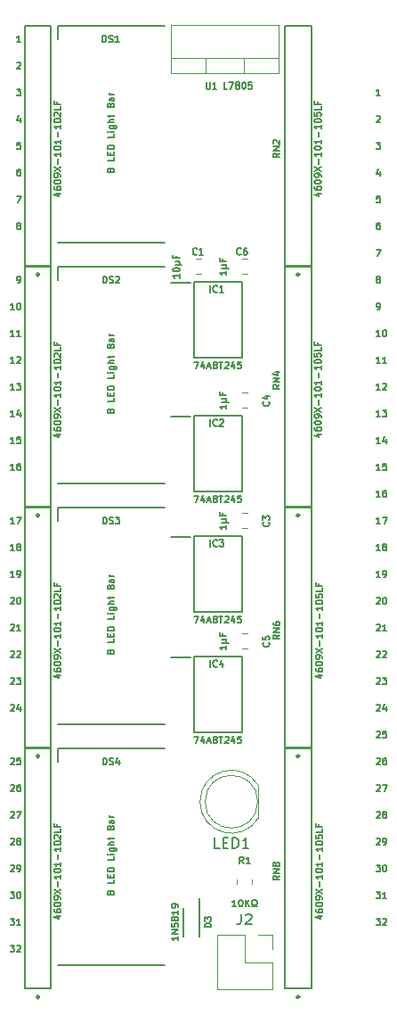
<source format=gto>
%TF.GenerationSoftware,KiCad,Pcbnew,7.0.5*%
%TF.CreationDate,2024-01-28T12:44:07+02:00*%
%TF.ProjectId,Signal Tester Right,5369676e-616c-4205-9465-737465722052,V0*%
%TF.SameCoordinates,Original*%
%TF.FileFunction,Legend,Top*%
%TF.FilePolarity,Positive*%
%FSLAX46Y46*%
G04 Gerber Fmt 4.6, Leading zero omitted, Abs format (unit mm)*
G04 Created by KiCad (PCBNEW 7.0.5) date 2024-01-28 12:44:07*
%MOMM*%
%LPD*%
G01*
G04 APERTURE LIST*
%ADD10C,0.150000*%
%ADD11C,0.200000*%
%ADD12C,0.120000*%
%ADD13C,0.254000*%
G04 APERTURE END LIST*
D10*
X62703636Y-111471439D02*
X62733874Y-111441201D01*
X62733874Y-111441201D02*
X62794350Y-111410963D01*
X62794350Y-111410963D02*
X62945541Y-111410963D01*
X62945541Y-111410963D02*
X63006017Y-111441201D01*
X63006017Y-111441201D02*
X63036255Y-111471439D01*
X63036255Y-111471439D02*
X63066493Y-111531915D01*
X63066493Y-111531915D02*
X63066493Y-111592391D01*
X63066493Y-111592391D02*
X63036255Y-111683105D01*
X63036255Y-111683105D02*
X62673398Y-112045963D01*
X62673398Y-112045963D02*
X63066493Y-112045963D01*
X63610779Y-111622629D02*
X63610779Y-112045963D01*
X63459588Y-111380725D02*
X63308398Y-111834296D01*
X63308398Y-111834296D02*
X63701493Y-111834296D01*
X28258601Y-94265963D02*
X27895744Y-94265963D01*
X28077172Y-94265963D02*
X28077172Y-93630963D01*
X28077172Y-93630963D02*
X28016696Y-93721677D01*
X28016696Y-93721677D02*
X27956220Y-93782153D01*
X27956220Y-93782153D02*
X27895744Y-93812391D01*
X28470268Y-93630963D02*
X28893601Y-93630963D01*
X28893601Y-93630963D02*
X28621458Y-94265963D01*
X62703636Y-101311439D02*
X62733874Y-101281201D01*
X62733874Y-101281201D02*
X62794350Y-101250963D01*
X62794350Y-101250963D02*
X62945541Y-101250963D01*
X62945541Y-101250963D02*
X63006017Y-101281201D01*
X63006017Y-101281201D02*
X63036255Y-101311439D01*
X63036255Y-101311439D02*
X63066493Y-101371915D01*
X63066493Y-101371915D02*
X63066493Y-101432391D01*
X63066493Y-101432391D02*
X63036255Y-101523105D01*
X63036255Y-101523105D02*
X62673398Y-101885963D01*
X62673398Y-101885963D02*
X63066493Y-101885963D01*
X63459588Y-101250963D02*
X63520065Y-101250963D01*
X63520065Y-101250963D02*
X63580541Y-101281201D01*
X63580541Y-101281201D02*
X63610779Y-101311439D01*
X63610779Y-101311439D02*
X63641017Y-101371915D01*
X63641017Y-101371915D02*
X63671255Y-101492867D01*
X63671255Y-101492867D02*
X63671255Y-101644058D01*
X63671255Y-101644058D02*
X63641017Y-101765010D01*
X63641017Y-101765010D02*
X63610779Y-101825486D01*
X63610779Y-101825486D02*
X63580541Y-101855725D01*
X63580541Y-101855725D02*
X63520065Y-101885963D01*
X63520065Y-101885963D02*
X63459588Y-101885963D01*
X63459588Y-101885963D02*
X63399112Y-101855725D01*
X63399112Y-101855725D02*
X63368874Y-101825486D01*
X63368874Y-101825486D02*
X63338636Y-101765010D01*
X63338636Y-101765010D02*
X63308398Y-101644058D01*
X63308398Y-101644058D02*
X63308398Y-101492867D01*
X63308398Y-101492867D02*
X63338636Y-101371915D01*
X63338636Y-101371915D02*
X63368874Y-101311439D01*
X63368874Y-101311439D02*
X63399112Y-101281201D01*
X63399112Y-101281201D02*
X63459588Y-101250963D01*
X63066493Y-53625963D02*
X62703636Y-53625963D01*
X62885064Y-53625963D02*
X62885064Y-52990963D01*
X62885064Y-52990963D02*
X62824588Y-53081677D01*
X62824588Y-53081677D02*
X62764112Y-53142153D01*
X62764112Y-53142153D02*
X62703636Y-53172391D01*
X62824588Y-71043105D02*
X62764112Y-71012867D01*
X62764112Y-71012867D02*
X62733874Y-70982629D01*
X62733874Y-70982629D02*
X62703636Y-70922153D01*
X62703636Y-70922153D02*
X62703636Y-70891915D01*
X62703636Y-70891915D02*
X62733874Y-70831439D01*
X62733874Y-70831439D02*
X62764112Y-70801201D01*
X62764112Y-70801201D02*
X62824588Y-70770963D01*
X62824588Y-70770963D02*
X62945541Y-70770963D01*
X62945541Y-70770963D02*
X63006017Y-70801201D01*
X63006017Y-70801201D02*
X63036255Y-70831439D01*
X63036255Y-70831439D02*
X63066493Y-70891915D01*
X63066493Y-70891915D02*
X63066493Y-70922153D01*
X63066493Y-70922153D02*
X63036255Y-70982629D01*
X63036255Y-70982629D02*
X63006017Y-71012867D01*
X63006017Y-71012867D02*
X62945541Y-71043105D01*
X62945541Y-71043105D02*
X62824588Y-71043105D01*
X62824588Y-71043105D02*
X62764112Y-71073344D01*
X62764112Y-71073344D02*
X62733874Y-71103582D01*
X62733874Y-71103582D02*
X62703636Y-71164058D01*
X62703636Y-71164058D02*
X62703636Y-71285010D01*
X62703636Y-71285010D02*
X62733874Y-71345486D01*
X62733874Y-71345486D02*
X62764112Y-71375725D01*
X62764112Y-71375725D02*
X62824588Y-71405963D01*
X62824588Y-71405963D02*
X62945541Y-71405963D01*
X62945541Y-71405963D02*
X63006017Y-71375725D01*
X63006017Y-71375725D02*
X63036255Y-71345486D01*
X63036255Y-71345486D02*
X63066493Y-71285010D01*
X63066493Y-71285010D02*
X63066493Y-71164058D01*
X63066493Y-71164058D02*
X63036255Y-71103582D01*
X63036255Y-71103582D02*
X63006017Y-71073344D01*
X63006017Y-71073344D02*
X62945541Y-71043105D01*
X28258601Y-86645963D02*
X27895744Y-86645963D01*
X28077172Y-86645963D02*
X28077172Y-86010963D01*
X28077172Y-86010963D02*
X28016696Y-86101677D01*
X28016696Y-86101677D02*
X27956220Y-86162153D01*
X27956220Y-86162153D02*
X27895744Y-86192391D01*
X28833125Y-86010963D02*
X28530744Y-86010963D01*
X28530744Y-86010963D02*
X28500506Y-86313344D01*
X28500506Y-86313344D02*
X28530744Y-86283105D01*
X28530744Y-86283105D02*
X28591220Y-86252867D01*
X28591220Y-86252867D02*
X28742411Y-86252867D01*
X28742411Y-86252867D02*
X28802887Y-86283105D01*
X28802887Y-86283105D02*
X28833125Y-86313344D01*
X28833125Y-86313344D02*
X28863363Y-86373820D01*
X28863363Y-86373820D02*
X28863363Y-86525010D01*
X28863363Y-86525010D02*
X28833125Y-86585486D01*
X28833125Y-86585486D02*
X28802887Y-86615725D01*
X28802887Y-86615725D02*
X28742411Y-86645963D01*
X28742411Y-86645963D02*
X28591220Y-86645963D01*
X28591220Y-86645963D02*
X28530744Y-86615725D01*
X28530744Y-86615725D02*
X28500506Y-86585486D01*
X63066493Y-91725963D02*
X62703636Y-91725963D01*
X62885064Y-91725963D02*
X62885064Y-91090963D01*
X62885064Y-91090963D02*
X62824588Y-91181677D01*
X62824588Y-91181677D02*
X62764112Y-91242153D01*
X62764112Y-91242153D02*
X62703636Y-91272391D01*
X63610779Y-91090963D02*
X63489826Y-91090963D01*
X63489826Y-91090963D02*
X63429350Y-91121201D01*
X63429350Y-91121201D02*
X63399112Y-91151439D01*
X63399112Y-91151439D02*
X63338636Y-91242153D01*
X63338636Y-91242153D02*
X63308398Y-91363105D01*
X63308398Y-91363105D02*
X63308398Y-91605010D01*
X63308398Y-91605010D02*
X63338636Y-91665486D01*
X63338636Y-91665486D02*
X63368874Y-91695725D01*
X63368874Y-91695725D02*
X63429350Y-91725963D01*
X63429350Y-91725963D02*
X63550303Y-91725963D01*
X63550303Y-91725963D02*
X63610779Y-91695725D01*
X63610779Y-91695725D02*
X63641017Y-91665486D01*
X63641017Y-91665486D02*
X63671255Y-91605010D01*
X63671255Y-91605010D02*
X63671255Y-91453820D01*
X63671255Y-91453820D02*
X63641017Y-91393344D01*
X63641017Y-91393344D02*
X63610779Y-91363105D01*
X63610779Y-91363105D02*
X63550303Y-91332867D01*
X63550303Y-91332867D02*
X63429350Y-91332867D01*
X63429350Y-91332867D02*
X63368874Y-91363105D01*
X63368874Y-91363105D02*
X63338636Y-91393344D01*
X63338636Y-91393344D02*
X63308398Y-91453820D01*
X62673398Y-58070963D02*
X63066493Y-58070963D01*
X63066493Y-58070963D02*
X62854826Y-58312867D01*
X62854826Y-58312867D02*
X62945541Y-58312867D01*
X62945541Y-58312867D02*
X63006017Y-58343105D01*
X63006017Y-58343105D02*
X63036255Y-58373344D01*
X63036255Y-58373344D02*
X63066493Y-58433820D01*
X63066493Y-58433820D02*
X63066493Y-58585010D01*
X63066493Y-58585010D02*
X63036255Y-58645486D01*
X63036255Y-58645486D02*
X63006017Y-58675725D01*
X63006017Y-58675725D02*
X62945541Y-58705963D01*
X62945541Y-58705963D02*
X62764112Y-58705963D01*
X62764112Y-58705963D02*
X62703636Y-58675725D01*
X62703636Y-58675725D02*
X62673398Y-58645486D01*
X62673398Y-131730963D02*
X63066493Y-131730963D01*
X63066493Y-131730963D02*
X62854826Y-131972867D01*
X62854826Y-131972867D02*
X62945541Y-131972867D01*
X62945541Y-131972867D02*
X63006017Y-132003105D01*
X63006017Y-132003105D02*
X63036255Y-132033344D01*
X63036255Y-132033344D02*
X63066493Y-132093820D01*
X63066493Y-132093820D02*
X63066493Y-132245010D01*
X63066493Y-132245010D02*
X63036255Y-132305486D01*
X63036255Y-132305486D02*
X63006017Y-132335725D01*
X63006017Y-132335725D02*
X62945541Y-132365963D01*
X62945541Y-132365963D02*
X62764112Y-132365963D01*
X62764112Y-132365963D02*
X62703636Y-132335725D01*
X62703636Y-132335725D02*
X62673398Y-132305486D01*
X63308398Y-131791439D02*
X63338636Y-131761201D01*
X63338636Y-131761201D02*
X63399112Y-131730963D01*
X63399112Y-131730963D02*
X63550303Y-131730963D01*
X63550303Y-131730963D02*
X63610779Y-131761201D01*
X63610779Y-131761201D02*
X63641017Y-131791439D01*
X63641017Y-131791439D02*
X63671255Y-131851915D01*
X63671255Y-131851915D02*
X63671255Y-131912391D01*
X63671255Y-131912391D02*
X63641017Y-132003105D01*
X63641017Y-132003105D02*
X63278160Y-132365963D01*
X63278160Y-132365963D02*
X63671255Y-132365963D01*
X62703636Y-103851439D02*
X62733874Y-103821201D01*
X62733874Y-103821201D02*
X62794350Y-103790963D01*
X62794350Y-103790963D02*
X62945541Y-103790963D01*
X62945541Y-103790963D02*
X63006017Y-103821201D01*
X63006017Y-103821201D02*
X63036255Y-103851439D01*
X63036255Y-103851439D02*
X63066493Y-103911915D01*
X63066493Y-103911915D02*
X63066493Y-103972391D01*
X63066493Y-103972391D02*
X63036255Y-104063105D01*
X63036255Y-104063105D02*
X62673398Y-104425963D01*
X62673398Y-104425963D02*
X63066493Y-104425963D01*
X63671255Y-104425963D02*
X63308398Y-104425963D01*
X63489826Y-104425963D02*
X63489826Y-103790963D01*
X63489826Y-103790963D02*
X63429350Y-103881677D01*
X63429350Y-103881677D02*
X63368874Y-103942153D01*
X63368874Y-103942153D02*
X63308398Y-103972391D01*
X28470268Y-63150963D02*
X28893601Y-63150963D01*
X28893601Y-63150963D02*
X28621458Y-63785963D01*
X27865506Y-131730963D02*
X28258601Y-131730963D01*
X28258601Y-131730963D02*
X28046934Y-131972867D01*
X28046934Y-131972867D02*
X28137649Y-131972867D01*
X28137649Y-131972867D02*
X28198125Y-132003105D01*
X28198125Y-132003105D02*
X28228363Y-132033344D01*
X28228363Y-132033344D02*
X28258601Y-132093820D01*
X28258601Y-132093820D02*
X28258601Y-132245010D01*
X28258601Y-132245010D02*
X28228363Y-132305486D01*
X28228363Y-132305486D02*
X28198125Y-132335725D01*
X28198125Y-132335725D02*
X28137649Y-132365963D01*
X28137649Y-132365963D02*
X27956220Y-132365963D01*
X27956220Y-132365963D02*
X27895744Y-132335725D01*
X27895744Y-132335725D02*
X27865506Y-132305486D01*
X28863363Y-132365963D02*
X28500506Y-132365963D01*
X28681934Y-132365963D02*
X28681934Y-131730963D01*
X28681934Y-131730963D02*
X28621458Y-131821677D01*
X28621458Y-131821677D02*
X28560982Y-131882153D01*
X28560982Y-131882153D02*
X28500506Y-131912391D01*
X27895744Y-111471439D02*
X27925982Y-111441201D01*
X27925982Y-111441201D02*
X27986458Y-111410963D01*
X27986458Y-111410963D02*
X28137649Y-111410963D01*
X28137649Y-111410963D02*
X28198125Y-111441201D01*
X28198125Y-111441201D02*
X28228363Y-111471439D01*
X28228363Y-111471439D02*
X28258601Y-111531915D01*
X28258601Y-111531915D02*
X28258601Y-111592391D01*
X28258601Y-111592391D02*
X28228363Y-111683105D01*
X28228363Y-111683105D02*
X27865506Y-112045963D01*
X27865506Y-112045963D02*
X28258601Y-112045963D01*
X28802887Y-111622629D02*
X28802887Y-112045963D01*
X28651696Y-111380725D02*
X28500506Y-111834296D01*
X28500506Y-111834296D02*
X28893601Y-111834296D01*
X63066493Y-79025963D02*
X62703636Y-79025963D01*
X62885064Y-79025963D02*
X62885064Y-78390963D01*
X62885064Y-78390963D02*
X62824588Y-78481677D01*
X62824588Y-78481677D02*
X62764112Y-78542153D01*
X62764112Y-78542153D02*
X62703636Y-78572391D01*
X63671255Y-79025963D02*
X63308398Y-79025963D01*
X63489826Y-79025963D02*
X63489826Y-78390963D01*
X63489826Y-78390963D02*
X63429350Y-78481677D01*
X63429350Y-78481677D02*
X63368874Y-78542153D01*
X63368874Y-78542153D02*
X63308398Y-78572391D01*
X62703636Y-55591439D02*
X62733874Y-55561201D01*
X62733874Y-55561201D02*
X62794350Y-55530963D01*
X62794350Y-55530963D02*
X62945541Y-55530963D01*
X62945541Y-55530963D02*
X63006017Y-55561201D01*
X63006017Y-55561201D02*
X63036255Y-55591439D01*
X63036255Y-55591439D02*
X63066493Y-55651915D01*
X63066493Y-55651915D02*
X63066493Y-55712391D01*
X63066493Y-55712391D02*
X63036255Y-55803105D01*
X63036255Y-55803105D02*
X62673398Y-56165963D01*
X62673398Y-56165963D02*
X63066493Y-56165963D01*
X27895744Y-119091439D02*
X27925982Y-119061201D01*
X27925982Y-119061201D02*
X27986458Y-119030963D01*
X27986458Y-119030963D02*
X28137649Y-119030963D01*
X28137649Y-119030963D02*
X28198125Y-119061201D01*
X28198125Y-119061201D02*
X28228363Y-119091439D01*
X28228363Y-119091439D02*
X28258601Y-119151915D01*
X28258601Y-119151915D02*
X28258601Y-119212391D01*
X28258601Y-119212391D02*
X28228363Y-119303105D01*
X28228363Y-119303105D02*
X27865506Y-119665963D01*
X27865506Y-119665963D02*
X28258601Y-119665963D01*
X28802887Y-119030963D02*
X28681934Y-119030963D01*
X28681934Y-119030963D02*
X28621458Y-119061201D01*
X28621458Y-119061201D02*
X28591220Y-119091439D01*
X28591220Y-119091439D02*
X28530744Y-119182153D01*
X28530744Y-119182153D02*
X28500506Y-119303105D01*
X28500506Y-119303105D02*
X28500506Y-119545010D01*
X28500506Y-119545010D02*
X28530744Y-119605486D01*
X28530744Y-119605486D02*
X28560982Y-119635725D01*
X28560982Y-119635725D02*
X28621458Y-119665963D01*
X28621458Y-119665963D02*
X28742411Y-119665963D01*
X28742411Y-119665963D02*
X28802887Y-119635725D01*
X28802887Y-119635725D02*
X28833125Y-119605486D01*
X28833125Y-119605486D02*
X28863363Y-119545010D01*
X28863363Y-119545010D02*
X28863363Y-119393820D01*
X28863363Y-119393820D02*
X28833125Y-119333344D01*
X28833125Y-119333344D02*
X28802887Y-119303105D01*
X28802887Y-119303105D02*
X28742411Y-119272867D01*
X28742411Y-119272867D02*
X28621458Y-119272867D01*
X28621458Y-119272867D02*
X28560982Y-119303105D01*
X28560982Y-119303105D02*
X28530744Y-119333344D01*
X28530744Y-119333344D02*
X28500506Y-119393820D01*
X63066493Y-89185963D02*
X62703636Y-89185963D01*
X62885064Y-89185963D02*
X62885064Y-88550963D01*
X62885064Y-88550963D02*
X62824588Y-88641677D01*
X62824588Y-88641677D02*
X62764112Y-88702153D01*
X62764112Y-88702153D02*
X62703636Y-88732391D01*
X63641017Y-88550963D02*
X63338636Y-88550963D01*
X63338636Y-88550963D02*
X63308398Y-88853344D01*
X63308398Y-88853344D02*
X63338636Y-88823105D01*
X63338636Y-88823105D02*
X63399112Y-88792867D01*
X63399112Y-88792867D02*
X63550303Y-88792867D01*
X63550303Y-88792867D02*
X63610779Y-88823105D01*
X63610779Y-88823105D02*
X63641017Y-88853344D01*
X63641017Y-88853344D02*
X63671255Y-88913820D01*
X63671255Y-88913820D02*
X63671255Y-89065010D01*
X63671255Y-89065010D02*
X63641017Y-89125486D01*
X63641017Y-89125486D02*
X63610779Y-89155725D01*
X63610779Y-89155725D02*
X63550303Y-89185963D01*
X63550303Y-89185963D02*
X63399112Y-89185963D01*
X63399112Y-89185963D02*
X63338636Y-89155725D01*
X63338636Y-89155725D02*
X63308398Y-89125486D01*
X63066493Y-81565963D02*
X62703636Y-81565963D01*
X62885064Y-81565963D02*
X62885064Y-80930963D01*
X62885064Y-80930963D02*
X62824588Y-81021677D01*
X62824588Y-81021677D02*
X62764112Y-81082153D01*
X62764112Y-81082153D02*
X62703636Y-81112391D01*
X63308398Y-80991439D02*
X63338636Y-80961201D01*
X63338636Y-80961201D02*
X63399112Y-80930963D01*
X63399112Y-80930963D02*
X63550303Y-80930963D01*
X63550303Y-80930963D02*
X63610779Y-80961201D01*
X63610779Y-80961201D02*
X63641017Y-80991439D01*
X63641017Y-80991439D02*
X63671255Y-81051915D01*
X63671255Y-81051915D02*
X63671255Y-81112391D01*
X63671255Y-81112391D02*
X63641017Y-81203105D01*
X63641017Y-81203105D02*
X63278160Y-81565963D01*
X63278160Y-81565963D02*
X63671255Y-81565963D01*
X27895744Y-108931439D02*
X27925982Y-108901201D01*
X27925982Y-108901201D02*
X27986458Y-108870963D01*
X27986458Y-108870963D02*
X28137649Y-108870963D01*
X28137649Y-108870963D02*
X28198125Y-108901201D01*
X28198125Y-108901201D02*
X28228363Y-108931439D01*
X28228363Y-108931439D02*
X28258601Y-108991915D01*
X28258601Y-108991915D02*
X28258601Y-109052391D01*
X28258601Y-109052391D02*
X28228363Y-109143105D01*
X28228363Y-109143105D02*
X27865506Y-109505963D01*
X27865506Y-109505963D02*
X28258601Y-109505963D01*
X28470268Y-108870963D02*
X28863363Y-108870963D01*
X28863363Y-108870963D02*
X28651696Y-109112867D01*
X28651696Y-109112867D02*
X28742411Y-109112867D01*
X28742411Y-109112867D02*
X28802887Y-109143105D01*
X28802887Y-109143105D02*
X28833125Y-109173344D01*
X28833125Y-109173344D02*
X28863363Y-109233820D01*
X28863363Y-109233820D02*
X28863363Y-109385010D01*
X28863363Y-109385010D02*
X28833125Y-109445486D01*
X28833125Y-109445486D02*
X28802887Y-109475725D01*
X28802887Y-109475725D02*
X28742411Y-109505963D01*
X28742411Y-109505963D02*
X28560982Y-109505963D01*
X28560982Y-109505963D02*
X28500506Y-109475725D01*
X28500506Y-109475725D02*
X28470268Y-109445486D01*
X27895744Y-116551439D02*
X27925982Y-116521201D01*
X27925982Y-116521201D02*
X27986458Y-116490963D01*
X27986458Y-116490963D02*
X28137649Y-116490963D01*
X28137649Y-116490963D02*
X28198125Y-116521201D01*
X28198125Y-116521201D02*
X28228363Y-116551439D01*
X28228363Y-116551439D02*
X28258601Y-116611915D01*
X28258601Y-116611915D02*
X28258601Y-116672391D01*
X28258601Y-116672391D02*
X28228363Y-116763105D01*
X28228363Y-116763105D02*
X27865506Y-117125963D01*
X27865506Y-117125963D02*
X28258601Y-117125963D01*
X28833125Y-116490963D02*
X28530744Y-116490963D01*
X28530744Y-116490963D02*
X28500506Y-116793344D01*
X28500506Y-116793344D02*
X28530744Y-116763105D01*
X28530744Y-116763105D02*
X28591220Y-116732867D01*
X28591220Y-116732867D02*
X28742411Y-116732867D01*
X28742411Y-116732867D02*
X28802887Y-116763105D01*
X28802887Y-116763105D02*
X28833125Y-116793344D01*
X28833125Y-116793344D02*
X28863363Y-116853820D01*
X28863363Y-116853820D02*
X28863363Y-117005010D01*
X28863363Y-117005010D02*
X28833125Y-117065486D01*
X28833125Y-117065486D02*
X28802887Y-117095725D01*
X28802887Y-117095725D02*
X28742411Y-117125963D01*
X28742411Y-117125963D02*
X28591220Y-117125963D01*
X28591220Y-117125963D02*
X28530744Y-117095725D01*
X28530744Y-117095725D02*
X28500506Y-117065486D01*
X63066493Y-76485963D02*
X62703636Y-76485963D01*
X62885064Y-76485963D02*
X62885064Y-75850963D01*
X62885064Y-75850963D02*
X62824588Y-75941677D01*
X62824588Y-75941677D02*
X62764112Y-76002153D01*
X62764112Y-76002153D02*
X62703636Y-76032391D01*
X63459588Y-75850963D02*
X63520065Y-75850963D01*
X63520065Y-75850963D02*
X63580541Y-75881201D01*
X63580541Y-75881201D02*
X63610779Y-75911439D01*
X63610779Y-75911439D02*
X63641017Y-75971915D01*
X63641017Y-75971915D02*
X63671255Y-76092867D01*
X63671255Y-76092867D02*
X63671255Y-76244058D01*
X63671255Y-76244058D02*
X63641017Y-76365010D01*
X63641017Y-76365010D02*
X63610779Y-76425486D01*
X63610779Y-76425486D02*
X63580541Y-76455725D01*
X63580541Y-76455725D02*
X63520065Y-76485963D01*
X63520065Y-76485963D02*
X63459588Y-76485963D01*
X63459588Y-76485963D02*
X63399112Y-76455725D01*
X63399112Y-76455725D02*
X63368874Y-76425486D01*
X63368874Y-76425486D02*
X63338636Y-76365010D01*
X63338636Y-76365010D02*
X63308398Y-76244058D01*
X63308398Y-76244058D02*
X63308398Y-76092867D01*
X63308398Y-76092867D02*
X63338636Y-75971915D01*
X63338636Y-75971915D02*
X63368874Y-75911439D01*
X63368874Y-75911439D02*
X63399112Y-75881201D01*
X63399112Y-75881201D02*
X63459588Y-75850963D01*
X28258601Y-89185963D02*
X27895744Y-89185963D01*
X28077172Y-89185963D02*
X28077172Y-88550963D01*
X28077172Y-88550963D02*
X28016696Y-88641677D01*
X28016696Y-88641677D02*
X27956220Y-88702153D01*
X27956220Y-88702153D02*
X27895744Y-88732391D01*
X28802887Y-88550963D02*
X28681934Y-88550963D01*
X28681934Y-88550963D02*
X28621458Y-88581201D01*
X28621458Y-88581201D02*
X28591220Y-88611439D01*
X28591220Y-88611439D02*
X28530744Y-88702153D01*
X28530744Y-88702153D02*
X28500506Y-88823105D01*
X28500506Y-88823105D02*
X28500506Y-89065010D01*
X28500506Y-89065010D02*
X28530744Y-89125486D01*
X28530744Y-89125486D02*
X28560982Y-89155725D01*
X28560982Y-89155725D02*
X28621458Y-89185963D01*
X28621458Y-89185963D02*
X28742411Y-89185963D01*
X28742411Y-89185963D02*
X28802887Y-89155725D01*
X28802887Y-89155725D02*
X28833125Y-89125486D01*
X28833125Y-89125486D02*
X28863363Y-89065010D01*
X28863363Y-89065010D02*
X28863363Y-88913820D01*
X28863363Y-88913820D02*
X28833125Y-88853344D01*
X28833125Y-88853344D02*
X28802887Y-88823105D01*
X28802887Y-88823105D02*
X28742411Y-88792867D01*
X28742411Y-88792867D02*
X28621458Y-88792867D01*
X28621458Y-88792867D02*
X28560982Y-88823105D01*
X28560982Y-88823105D02*
X28530744Y-88853344D01*
X28530744Y-88853344D02*
X28500506Y-88913820D01*
X28258601Y-73945963D02*
X27895744Y-73945963D01*
X28077172Y-73945963D02*
X28077172Y-73310963D01*
X28077172Y-73310963D02*
X28016696Y-73401677D01*
X28016696Y-73401677D02*
X27956220Y-73462153D01*
X27956220Y-73462153D02*
X27895744Y-73492391D01*
X28651696Y-73310963D02*
X28712173Y-73310963D01*
X28712173Y-73310963D02*
X28772649Y-73341201D01*
X28772649Y-73341201D02*
X28802887Y-73371439D01*
X28802887Y-73371439D02*
X28833125Y-73431915D01*
X28833125Y-73431915D02*
X28863363Y-73552867D01*
X28863363Y-73552867D02*
X28863363Y-73704058D01*
X28863363Y-73704058D02*
X28833125Y-73825010D01*
X28833125Y-73825010D02*
X28802887Y-73885486D01*
X28802887Y-73885486D02*
X28772649Y-73915725D01*
X28772649Y-73915725D02*
X28712173Y-73945963D01*
X28712173Y-73945963D02*
X28651696Y-73945963D01*
X28651696Y-73945963D02*
X28591220Y-73915725D01*
X28591220Y-73915725D02*
X28560982Y-73885486D01*
X28560982Y-73885486D02*
X28530744Y-73825010D01*
X28530744Y-73825010D02*
X28500506Y-73704058D01*
X28500506Y-73704058D02*
X28500506Y-73552867D01*
X28500506Y-73552867D02*
X28530744Y-73431915D01*
X28530744Y-73431915D02*
X28560982Y-73371439D01*
X28560982Y-73371439D02*
X28591220Y-73341201D01*
X28591220Y-73341201D02*
X28651696Y-73310963D01*
X28258601Y-81565963D02*
X27895744Y-81565963D01*
X28077172Y-81565963D02*
X28077172Y-80930963D01*
X28077172Y-80930963D02*
X28016696Y-81021677D01*
X28016696Y-81021677D02*
X27956220Y-81082153D01*
X27956220Y-81082153D02*
X27895744Y-81112391D01*
X28470268Y-80930963D02*
X28863363Y-80930963D01*
X28863363Y-80930963D02*
X28651696Y-81172867D01*
X28651696Y-81172867D02*
X28742411Y-81172867D01*
X28742411Y-81172867D02*
X28802887Y-81203105D01*
X28802887Y-81203105D02*
X28833125Y-81233344D01*
X28833125Y-81233344D02*
X28863363Y-81293820D01*
X28863363Y-81293820D02*
X28863363Y-81445010D01*
X28863363Y-81445010D02*
X28833125Y-81505486D01*
X28833125Y-81505486D02*
X28802887Y-81535725D01*
X28802887Y-81535725D02*
X28742411Y-81565963D01*
X28742411Y-81565963D02*
X28560982Y-81565963D01*
X28560982Y-81565963D02*
X28500506Y-81535725D01*
X28500506Y-81535725D02*
X28470268Y-81505486D01*
X28560982Y-71405963D02*
X28681934Y-71405963D01*
X28681934Y-71405963D02*
X28742411Y-71375725D01*
X28742411Y-71375725D02*
X28772649Y-71345486D01*
X28772649Y-71345486D02*
X28833125Y-71254772D01*
X28833125Y-71254772D02*
X28863363Y-71133820D01*
X28863363Y-71133820D02*
X28863363Y-70891915D01*
X28863363Y-70891915D02*
X28833125Y-70831439D01*
X28833125Y-70831439D02*
X28802887Y-70801201D01*
X28802887Y-70801201D02*
X28742411Y-70770963D01*
X28742411Y-70770963D02*
X28621458Y-70770963D01*
X28621458Y-70770963D02*
X28560982Y-70801201D01*
X28560982Y-70801201D02*
X28530744Y-70831439D01*
X28530744Y-70831439D02*
X28500506Y-70891915D01*
X28500506Y-70891915D02*
X28500506Y-71043105D01*
X28500506Y-71043105D02*
X28530744Y-71103582D01*
X28530744Y-71103582D02*
X28560982Y-71133820D01*
X28560982Y-71133820D02*
X28621458Y-71164058D01*
X28621458Y-71164058D02*
X28742411Y-71164058D01*
X28742411Y-71164058D02*
X28802887Y-71133820D01*
X28802887Y-71133820D02*
X28833125Y-71103582D01*
X28833125Y-71103582D02*
X28863363Y-71043105D01*
X28863363Y-48545963D02*
X28500506Y-48545963D01*
X28681934Y-48545963D02*
X28681934Y-47910963D01*
X28681934Y-47910963D02*
X28621458Y-48001677D01*
X28621458Y-48001677D02*
X28560982Y-48062153D01*
X28560982Y-48062153D02*
X28500506Y-48092391D01*
X63066493Y-84105963D02*
X62703636Y-84105963D01*
X62885064Y-84105963D02*
X62885064Y-83470963D01*
X62885064Y-83470963D02*
X62824588Y-83561677D01*
X62824588Y-83561677D02*
X62764112Y-83622153D01*
X62764112Y-83622153D02*
X62703636Y-83652391D01*
X63278160Y-83470963D02*
X63671255Y-83470963D01*
X63671255Y-83470963D02*
X63459588Y-83712867D01*
X63459588Y-83712867D02*
X63550303Y-83712867D01*
X63550303Y-83712867D02*
X63610779Y-83743105D01*
X63610779Y-83743105D02*
X63641017Y-83773344D01*
X63641017Y-83773344D02*
X63671255Y-83833820D01*
X63671255Y-83833820D02*
X63671255Y-83985010D01*
X63671255Y-83985010D02*
X63641017Y-84045486D01*
X63641017Y-84045486D02*
X63610779Y-84075725D01*
X63610779Y-84075725D02*
X63550303Y-84105963D01*
X63550303Y-84105963D02*
X63368874Y-84105963D01*
X63368874Y-84105963D02*
X63308398Y-84075725D01*
X63308398Y-84075725D02*
X63278160Y-84045486D01*
X27895744Y-103851439D02*
X27925982Y-103821201D01*
X27925982Y-103821201D02*
X27986458Y-103790963D01*
X27986458Y-103790963D02*
X28137649Y-103790963D01*
X28137649Y-103790963D02*
X28198125Y-103821201D01*
X28198125Y-103821201D02*
X28228363Y-103851439D01*
X28228363Y-103851439D02*
X28258601Y-103911915D01*
X28258601Y-103911915D02*
X28258601Y-103972391D01*
X28258601Y-103972391D02*
X28228363Y-104063105D01*
X28228363Y-104063105D02*
X27865506Y-104425963D01*
X27865506Y-104425963D02*
X28258601Y-104425963D01*
X28863363Y-104425963D02*
X28500506Y-104425963D01*
X28681934Y-104425963D02*
X28681934Y-103790963D01*
X28681934Y-103790963D02*
X28621458Y-103881677D01*
X28621458Y-103881677D02*
X28560982Y-103942153D01*
X28560982Y-103942153D02*
X28500506Y-103972391D01*
X62703636Y-108931439D02*
X62733874Y-108901201D01*
X62733874Y-108901201D02*
X62794350Y-108870963D01*
X62794350Y-108870963D02*
X62945541Y-108870963D01*
X62945541Y-108870963D02*
X63006017Y-108901201D01*
X63006017Y-108901201D02*
X63036255Y-108931439D01*
X63036255Y-108931439D02*
X63066493Y-108991915D01*
X63066493Y-108991915D02*
X63066493Y-109052391D01*
X63066493Y-109052391D02*
X63036255Y-109143105D01*
X63036255Y-109143105D02*
X62673398Y-109505963D01*
X62673398Y-109505963D02*
X63066493Y-109505963D01*
X63278160Y-108870963D02*
X63671255Y-108870963D01*
X63671255Y-108870963D02*
X63459588Y-109112867D01*
X63459588Y-109112867D02*
X63550303Y-109112867D01*
X63550303Y-109112867D02*
X63610779Y-109143105D01*
X63610779Y-109143105D02*
X63641017Y-109173344D01*
X63641017Y-109173344D02*
X63671255Y-109233820D01*
X63671255Y-109233820D02*
X63671255Y-109385010D01*
X63671255Y-109385010D02*
X63641017Y-109445486D01*
X63641017Y-109445486D02*
X63610779Y-109475725D01*
X63610779Y-109475725D02*
X63550303Y-109505963D01*
X63550303Y-109505963D02*
X63368874Y-109505963D01*
X63368874Y-109505963D02*
X63308398Y-109475725D01*
X63308398Y-109475725D02*
X63278160Y-109445486D01*
X27895744Y-124171439D02*
X27925982Y-124141201D01*
X27925982Y-124141201D02*
X27986458Y-124110963D01*
X27986458Y-124110963D02*
X28137649Y-124110963D01*
X28137649Y-124110963D02*
X28198125Y-124141201D01*
X28198125Y-124141201D02*
X28228363Y-124171439D01*
X28228363Y-124171439D02*
X28258601Y-124231915D01*
X28258601Y-124231915D02*
X28258601Y-124292391D01*
X28258601Y-124292391D02*
X28228363Y-124383105D01*
X28228363Y-124383105D02*
X27865506Y-124745963D01*
X27865506Y-124745963D02*
X28258601Y-124745963D01*
X28621458Y-124383105D02*
X28560982Y-124352867D01*
X28560982Y-124352867D02*
X28530744Y-124322629D01*
X28530744Y-124322629D02*
X28500506Y-124262153D01*
X28500506Y-124262153D02*
X28500506Y-124231915D01*
X28500506Y-124231915D02*
X28530744Y-124171439D01*
X28530744Y-124171439D02*
X28560982Y-124141201D01*
X28560982Y-124141201D02*
X28621458Y-124110963D01*
X28621458Y-124110963D02*
X28742411Y-124110963D01*
X28742411Y-124110963D02*
X28802887Y-124141201D01*
X28802887Y-124141201D02*
X28833125Y-124171439D01*
X28833125Y-124171439D02*
X28863363Y-124231915D01*
X28863363Y-124231915D02*
X28863363Y-124262153D01*
X28863363Y-124262153D02*
X28833125Y-124322629D01*
X28833125Y-124322629D02*
X28802887Y-124352867D01*
X28802887Y-124352867D02*
X28742411Y-124383105D01*
X28742411Y-124383105D02*
X28621458Y-124383105D01*
X28621458Y-124383105D02*
X28560982Y-124413344D01*
X28560982Y-124413344D02*
X28530744Y-124443582D01*
X28530744Y-124443582D02*
X28500506Y-124504058D01*
X28500506Y-124504058D02*
X28500506Y-124625010D01*
X28500506Y-124625010D02*
X28530744Y-124685486D01*
X28530744Y-124685486D02*
X28560982Y-124715725D01*
X28560982Y-124715725D02*
X28621458Y-124745963D01*
X28621458Y-124745963D02*
X28742411Y-124745963D01*
X28742411Y-124745963D02*
X28802887Y-124715725D01*
X28802887Y-124715725D02*
X28833125Y-124685486D01*
X28833125Y-124685486D02*
X28863363Y-124625010D01*
X28863363Y-124625010D02*
X28863363Y-124504058D01*
X28863363Y-124504058D02*
X28833125Y-124443582D01*
X28833125Y-124443582D02*
X28802887Y-124413344D01*
X28802887Y-124413344D02*
X28742411Y-124383105D01*
X28500506Y-50511439D02*
X28530744Y-50481201D01*
X28530744Y-50481201D02*
X28591220Y-50450963D01*
X28591220Y-50450963D02*
X28742411Y-50450963D01*
X28742411Y-50450963D02*
X28802887Y-50481201D01*
X28802887Y-50481201D02*
X28833125Y-50511439D01*
X28833125Y-50511439D02*
X28863363Y-50571915D01*
X28863363Y-50571915D02*
X28863363Y-50632391D01*
X28863363Y-50632391D02*
X28833125Y-50723105D01*
X28833125Y-50723105D02*
X28470268Y-51085963D01*
X28470268Y-51085963D02*
X28863363Y-51085963D01*
X62673398Y-68230963D02*
X63096731Y-68230963D01*
X63096731Y-68230963D02*
X62824588Y-68865963D01*
X27895744Y-106391439D02*
X27925982Y-106361201D01*
X27925982Y-106361201D02*
X27986458Y-106330963D01*
X27986458Y-106330963D02*
X28137649Y-106330963D01*
X28137649Y-106330963D02*
X28198125Y-106361201D01*
X28198125Y-106361201D02*
X28228363Y-106391439D01*
X28228363Y-106391439D02*
X28258601Y-106451915D01*
X28258601Y-106451915D02*
X28258601Y-106512391D01*
X28258601Y-106512391D02*
X28228363Y-106603105D01*
X28228363Y-106603105D02*
X27865506Y-106965963D01*
X27865506Y-106965963D02*
X28258601Y-106965963D01*
X28500506Y-106391439D02*
X28530744Y-106361201D01*
X28530744Y-106361201D02*
X28591220Y-106330963D01*
X28591220Y-106330963D02*
X28742411Y-106330963D01*
X28742411Y-106330963D02*
X28802887Y-106361201D01*
X28802887Y-106361201D02*
X28833125Y-106391439D01*
X28833125Y-106391439D02*
X28863363Y-106451915D01*
X28863363Y-106451915D02*
X28863363Y-106512391D01*
X28863363Y-106512391D02*
X28833125Y-106603105D01*
X28833125Y-106603105D02*
X28470268Y-106965963D01*
X28470268Y-106965963D02*
X28863363Y-106965963D01*
X62764112Y-73945963D02*
X62885064Y-73945963D01*
X62885064Y-73945963D02*
X62945541Y-73915725D01*
X62945541Y-73915725D02*
X62975779Y-73885486D01*
X62975779Y-73885486D02*
X63036255Y-73794772D01*
X63036255Y-73794772D02*
X63066493Y-73673820D01*
X63066493Y-73673820D02*
X63066493Y-73431915D01*
X63066493Y-73431915D02*
X63036255Y-73371439D01*
X63036255Y-73371439D02*
X63006017Y-73341201D01*
X63006017Y-73341201D02*
X62945541Y-73310963D01*
X62945541Y-73310963D02*
X62824588Y-73310963D01*
X62824588Y-73310963D02*
X62764112Y-73341201D01*
X62764112Y-73341201D02*
X62733874Y-73371439D01*
X62733874Y-73371439D02*
X62703636Y-73431915D01*
X62703636Y-73431915D02*
X62703636Y-73583105D01*
X62703636Y-73583105D02*
X62733874Y-73643582D01*
X62733874Y-73643582D02*
X62764112Y-73673820D01*
X62764112Y-73673820D02*
X62824588Y-73704058D01*
X62824588Y-73704058D02*
X62945541Y-73704058D01*
X62945541Y-73704058D02*
X63006017Y-73673820D01*
X63006017Y-73673820D02*
X63036255Y-73643582D01*
X63036255Y-73643582D02*
X63066493Y-73583105D01*
X63066493Y-86645963D02*
X62703636Y-86645963D01*
X62885064Y-86645963D02*
X62885064Y-86010963D01*
X62885064Y-86010963D02*
X62824588Y-86101677D01*
X62824588Y-86101677D02*
X62764112Y-86162153D01*
X62764112Y-86162153D02*
X62703636Y-86192391D01*
X63610779Y-86222629D02*
X63610779Y-86645963D01*
X63459588Y-85980725D02*
X63308398Y-86434296D01*
X63308398Y-86434296D02*
X63701493Y-86434296D01*
X62703636Y-119091439D02*
X62733874Y-119061201D01*
X62733874Y-119061201D02*
X62794350Y-119030963D01*
X62794350Y-119030963D02*
X62945541Y-119030963D01*
X62945541Y-119030963D02*
X63006017Y-119061201D01*
X63006017Y-119061201D02*
X63036255Y-119091439D01*
X63036255Y-119091439D02*
X63066493Y-119151915D01*
X63066493Y-119151915D02*
X63066493Y-119212391D01*
X63066493Y-119212391D02*
X63036255Y-119303105D01*
X63036255Y-119303105D02*
X62673398Y-119665963D01*
X62673398Y-119665963D02*
X63066493Y-119665963D01*
X63278160Y-119030963D02*
X63701493Y-119030963D01*
X63701493Y-119030963D02*
X63429350Y-119665963D01*
X28802887Y-55742629D02*
X28802887Y-56165963D01*
X28651696Y-55500725D02*
X28500506Y-55954296D01*
X28500506Y-55954296D02*
X28893601Y-55954296D01*
X27865506Y-134270963D02*
X28258601Y-134270963D01*
X28258601Y-134270963D02*
X28046934Y-134512867D01*
X28046934Y-134512867D02*
X28137649Y-134512867D01*
X28137649Y-134512867D02*
X28198125Y-134543105D01*
X28198125Y-134543105D02*
X28228363Y-134573344D01*
X28228363Y-134573344D02*
X28258601Y-134633820D01*
X28258601Y-134633820D02*
X28258601Y-134785010D01*
X28258601Y-134785010D02*
X28228363Y-134845486D01*
X28228363Y-134845486D02*
X28198125Y-134875725D01*
X28198125Y-134875725D02*
X28137649Y-134905963D01*
X28137649Y-134905963D02*
X27956220Y-134905963D01*
X27956220Y-134905963D02*
X27895744Y-134875725D01*
X27895744Y-134875725D02*
X27865506Y-134845486D01*
X28500506Y-134331439D02*
X28530744Y-134301201D01*
X28530744Y-134301201D02*
X28591220Y-134270963D01*
X28591220Y-134270963D02*
X28742411Y-134270963D01*
X28742411Y-134270963D02*
X28802887Y-134301201D01*
X28802887Y-134301201D02*
X28833125Y-134331439D01*
X28833125Y-134331439D02*
X28863363Y-134391915D01*
X28863363Y-134391915D02*
X28863363Y-134452391D01*
X28863363Y-134452391D02*
X28833125Y-134543105D01*
X28833125Y-134543105D02*
X28470268Y-134905963D01*
X28470268Y-134905963D02*
X28863363Y-134905963D01*
X62703636Y-116551439D02*
X62733874Y-116521201D01*
X62733874Y-116521201D02*
X62794350Y-116490963D01*
X62794350Y-116490963D02*
X62945541Y-116490963D01*
X62945541Y-116490963D02*
X63006017Y-116521201D01*
X63006017Y-116521201D02*
X63036255Y-116551439D01*
X63036255Y-116551439D02*
X63066493Y-116611915D01*
X63066493Y-116611915D02*
X63066493Y-116672391D01*
X63066493Y-116672391D02*
X63036255Y-116763105D01*
X63036255Y-116763105D02*
X62673398Y-117125963D01*
X62673398Y-117125963D02*
X63066493Y-117125963D01*
X63610779Y-116490963D02*
X63489826Y-116490963D01*
X63489826Y-116490963D02*
X63429350Y-116521201D01*
X63429350Y-116521201D02*
X63399112Y-116551439D01*
X63399112Y-116551439D02*
X63338636Y-116642153D01*
X63338636Y-116642153D02*
X63308398Y-116763105D01*
X63308398Y-116763105D02*
X63308398Y-117005010D01*
X63308398Y-117005010D02*
X63338636Y-117065486D01*
X63338636Y-117065486D02*
X63368874Y-117095725D01*
X63368874Y-117095725D02*
X63429350Y-117125963D01*
X63429350Y-117125963D02*
X63550303Y-117125963D01*
X63550303Y-117125963D02*
X63610779Y-117095725D01*
X63610779Y-117095725D02*
X63641017Y-117065486D01*
X63641017Y-117065486D02*
X63671255Y-117005010D01*
X63671255Y-117005010D02*
X63671255Y-116853820D01*
X63671255Y-116853820D02*
X63641017Y-116793344D01*
X63641017Y-116793344D02*
X63610779Y-116763105D01*
X63610779Y-116763105D02*
X63550303Y-116732867D01*
X63550303Y-116732867D02*
X63429350Y-116732867D01*
X63429350Y-116732867D02*
X63368874Y-116763105D01*
X63368874Y-116763105D02*
X63338636Y-116793344D01*
X63338636Y-116793344D02*
X63308398Y-116853820D01*
X28258601Y-84105963D02*
X27895744Y-84105963D01*
X28077172Y-84105963D02*
X28077172Y-83470963D01*
X28077172Y-83470963D02*
X28016696Y-83561677D01*
X28016696Y-83561677D02*
X27956220Y-83622153D01*
X27956220Y-83622153D02*
X27895744Y-83652391D01*
X28802887Y-83682629D02*
X28802887Y-84105963D01*
X28651696Y-83440725D02*
X28500506Y-83894296D01*
X28500506Y-83894296D02*
X28893601Y-83894296D01*
X27895744Y-121631439D02*
X27925982Y-121601201D01*
X27925982Y-121601201D02*
X27986458Y-121570963D01*
X27986458Y-121570963D02*
X28137649Y-121570963D01*
X28137649Y-121570963D02*
X28198125Y-121601201D01*
X28198125Y-121601201D02*
X28228363Y-121631439D01*
X28228363Y-121631439D02*
X28258601Y-121691915D01*
X28258601Y-121691915D02*
X28258601Y-121752391D01*
X28258601Y-121752391D02*
X28228363Y-121843105D01*
X28228363Y-121843105D02*
X27865506Y-122205963D01*
X27865506Y-122205963D02*
X28258601Y-122205963D01*
X28470268Y-121570963D02*
X28893601Y-121570963D01*
X28893601Y-121570963D02*
X28621458Y-122205963D01*
X63066493Y-99345963D02*
X62703636Y-99345963D01*
X62885064Y-99345963D02*
X62885064Y-98710963D01*
X62885064Y-98710963D02*
X62824588Y-98801677D01*
X62824588Y-98801677D02*
X62764112Y-98862153D01*
X62764112Y-98862153D02*
X62703636Y-98892391D01*
X63368874Y-99345963D02*
X63489826Y-99345963D01*
X63489826Y-99345963D02*
X63550303Y-99315725D01*
X63550303Y-99315725D02*
X63580541Y-99285486D01*
X63580541Y-99285486D02*
X63641017Y-99194772D01*
X63641017Y-99194772D02*
X63671255Y-99073820D01*
X63671255Y-99073820D02*
X63671255Y-98831915D01*
X63671255Y-98831915D02*
X63641017Y-98771439D01*
X63641017Y-98771439D02*
X63610779Y-98741201D01*
X63610779Y-98741201D02*
X63550303Y-98710963D01*
X63550303Y-98710963D02*
X63429350Y-98710963D01*
X63429350Y-98710963D02*
X63368874Y-98741201D01*
X63368874Y-98741201D02*
X63338636Y-98771439D01*
X63338636Y-98771439D02*
X63308398Y-98831915D01*
X63308398Y-98831915D02*
X63308398Y-98983105D01*
X63308398Y-98983105D02*
X63338636Y-99043582D01*
X63338636Y-99043582D02*
X63368874Y-99073820D01*
X63368874Y-99073820D02*
X63429350Y-99104058D01*
X63429350Y-99104058D02*
X63550303Y-99104058D01*
X63550303Y-99104058D02*
X63610779Y-99073820D01*
X63610779Y-99073820D02*
X63641017Y-99043582D01*
X63641017Y-99043582D02*
X63671255Y-98983105D01*
X62673398Y-126650963D02*
X63066493Y-126650963D01*
X63066493Y-126650963D02*
X62854826Y-126892867D01*
X62854826Y-126892867D02*
X62945541Y-126892867D01*
X62945541Y-126892867D02*
X63006017Y-126923105D01*
X63006017Y-126923105D02*
X63036255Y-126953344D01*
X63036255Y-126953344D02*
X63066493Y-127013820D01*
X63066493Y-127013820D02*
X63066493Y-127165010D01*
X63066493Y-127165010D02*
X63036255Y-127225486D01*
X63036255Y-127225486D02*
X63006017Y-127255725D01*
X63006017Y-127255725D02*
X62945541Y-127285963D01*
X62945541Y-127285963D02*
X62764112Y-127285963D01*
X62764112Y-127285963D02*
X62703636Y-127255725D01*
X62703636Y-127255725D02*
X62673398Y-127225486D01*
X63459588Y-126650963D02*
X63520065Y-126650963D01*
X63520065Y-126650963D02*
X63580541Y-126681201D01*
X63580541Y-126681201D02*
X63610779Y-126711439D01*
X63610779Y-126711439D02*
X63641017Y-126771915D01*
X63641017Y-126771915D02*
X63671255Y-126892867D01*
X63671255Y-126892867D02*
X63671255Y-127044058D01*
X63671255Y-127044058D02*
X63641017Y-127165010D01*
X63641017Y-127165010D02*
X63610779Y-127225486D01*
X63610779Y-127225486D02*
X63580541Y-127255725D01*
X63580541Y-127255725D02*
X63520065Y-127285963D01*
X63520065Y-127285963D02*
X63459588Y-127285963D01*
X63459588Y-127285963D02*
X63399112Y-127255725D01*
X63399112Y-127255725D02*
X63368874Y-127225486D01*
X63368874Y-127225486D02*
X63338636Y-127165010D01*
X63338636Y-127165010D02*
X63308398Y-127044058D01*
X63308398Y-127044058D02*
X63308398Y-126892867D01*
X63308398Y-126892867D02*
X63338636Y-126771915D01*
X63338636Y-126771915D02*
X63368874Y-126711439D01*
X63368874Y-126711439D02*
X63399112Y-126681201D01*
X63399112Y-126681201D02*
X63459588Y-126650963D01*
X28621458Y-65963105D02*
X28560982Y-65932867D01*
X28560982Y-65932867D02*
X28530744Y-65902629D01*
X28530744Y-65902629D02*
X28500506Y-65842153D01*
X28500506Y-65842153D02*
X28500506Y-65811915D01*
X28500506Y-65811915D02*
X28530744Y-65751439D01*
X28530744Y-65751439D02*
X28560982Y-65721201D01*
X28560982Y-65721201D02*
X28621458Y-65690963D01*
X28621458Y-65690963D02*
X28742411Y-65690963D01*
X28742411Y-65690963D02*
X28802887Y-65721201D01*
X28802887Y-65721201D02*
X28833125Y-65751439D01*
X28833125Y-65751439D02*
X28863363Y-65811915D01*
X28863363Y-65811915D02*
X28863363Y-65842153D01*
X28863363Y-65842153D02*
X28833125Y-65902629D01*
X28833125Y-65902629D02*
X28802887Y-65932867D01*
X28802887Y-65932867D02*
X28742411Y-65963105D01*
X28742411Y-65963105D02*
X28621458Y-65963105D01*
X28621458Y-65963105D02*
X28560982Y-65993344D01*
X28560982Y-65993344D02*
X28530744Y-66023582D01*
X28530744Y-66023582D02*
X28500506Y-66084058D01*
X28500506Y-66084058D02*
X28500506Y-66205010D01*
X28500506Y-66205010D02*
X28530744Y-66265486D01*
X28530744Y-66265486D02*
X28560982Y-66295725D01*
X28560982Y-66295725D02*
X28621458Y-66325963D01*
X28621458Y-66325963D02*
X28742411Y-66325963D01*
X28742411Y-66325963D02*
X28802887Y-66295725D01*
X28802887Y-66295725D02*
X28833125Y-66265486D01*
X28833125Y-66265486D02*
X28863363Y-66205010D01*
X28863363Y-66205010D02*
X28863363Y-66084058D01*
X28863363Y-66084058D02*
X28833125Y-66023582D01*
X28833125Y-66023582D02*
X28802887Y-65993344D01*
X28802887Y-65993344D02*
X28742411Y-65963105D01*
X63066493Y-96805963D02*
X62703636Y-96805963D01*
X62885064Y-96805963D02*
X62885064Y-96170963D01*
X62885064Y-96170963D02*
X62824588Y-96261677D01*
X62824588Y-96261677D02*
X62764112Y-96322153D01*
X62764112Y-96322153D02*
X62703636Y-96352391D01*
X63429350Y-96443105D02*
X63368874Y-96412867D01*
X63368874Y-96412867D02*
X63338636Y-96382629D01*
X63338636Y-96382629D02*
X63308398Y-96322153D01*
X63308398Y-96322153D02*
X63308398Y-96291915D01*
X63308398Y-96291915D02*
X63338636Y-96231439D01*
X63338636Y-96231439D02*
X63368874Y-96201201D01*
X63368874Y-96201201D02*
X63429350Y-96170963D01*
X63429350Y-96170963D02*
X63550303Y-96170963D01*
X63550303Y-96170963D02*
X63610779Y-96201201D01*
X63610779Y-96201201D02*
X63641017Y-96231439D01*
X63641017Y-96231439D02*
X63671255Y-96291915D01*
X63671255Y-96291915D02*
X63671255Y-96322153D01*
X63671255Y-96322153D02*
X63641017Y-96382629D01*
X63641017Y-96382629D02*
X63610779Y-96412867D01*
X63610779Y-96412867D02*
X63550303Y-96443105D01*
X63550303Y-96443105D02*
X63429350Y-96443105D01*
X63429350Y-96443105D02*
X63368874Y-96473344D01*
X63368874Y-96473344D02*
X63338636Y-96503582D01*
X63338636Y-96503582D02*
X63308398Y-96564058D01*
X63308398Y-96564058D02*
X63308398Y-96685010D01*
X63308398Y-96685010D02*
X63338636Y-96745486D01*
X63338636Y-96745486D02*
X63368874Y-96775725D01*
X63368874Y-96775725D02*
X63429350Y-96805963D01*
X63429350Y-96805963D02*
X63550303Y-96805963D01*
X63550303Y-96805963D02*
X63610779Y-96775725D01*
X63610779Y-96775725D02*
X63641017Y-96745486D01*
X63641017Y-96745486D02*
X63671255Y-96685010D01*
X63671255Y-96685010D02*
X63671255Y-96564058D01*
X63671255Y-96564058D02*
X63641017Y-96503582D01*
X63641017Y-96503582D02*
X63610779Y-96473344D01*
X63610779Y-96473344D02*
X63550303Y-96443105D01*
X28258601Y-79025963D02*
X27895744Y-79025963D01*
X28077172Y-79025963D02*
X28077172Y-78390963D01*
X28077172Y-78390963D02*
X28016696Y-78481677D01*
X28016696Y-78481677D02*
X27956220Y-78542153D01*
X27956220Y-78542153D02*
X27895744Y-78572391D01*
X28500506Y-78451439D02*
X28530744Y-78421201D01*
X28530744Y-78421201D02*
X28591220Y-78390963D01*
X28591220Y-78390963D02*
X28742411Y-78390963D01*
X28742411Y-78390963D02*
X28802887Y-78421201D01*
X28802887Y-78421201D02*
X28833125Y-78451439D01*
X28833125Y-78451439D02*
X28863363Y-78511915D01*
X28863363Y-78511915D02*
X28863363Y-78572391D01*
X28863363Y-78572391D02*
X28833125Y-78663105D01*
X28833125Y-78663105D02*
X28470268Y-79025963D01*
X28470268Y-79025963D02*
X28863363Y-79025963D01*
X62673398Y-129190963D02*
X63066493Y-129190963D01*
X63066493Y-129190963D02*
X62854826Y-129432867D01*
X62854826Y-129432867D02*
X62945541Y-129432867D01*
X62945541Y-129432867D02*
X63006017Y-129463105D01*
X63006017Y-129463105D02*
X63036255Y-129493344D01*
X63036255Y-129493344D02*
X63066493Y-129553820D01*
X63066493Y-129553820D02*
X63066493Y-129705010D01*
X63066493Y-129705010D02*
X63036255Y-129765486D01*
X63036255Y-129765486D02*
X63006017Y-129795725D01*
X63006017Y-129795725D02*
X62945541Y-129825963D01*
X62945541Y-129825963D02*
X62764112Y-129825963D01*
X62764112Y-129825963D02*
X62703636Y-129795725D01*
X62703636Y-129795725D02*
X62673398Y-129765486D01*
X63671255Y-129825963D02*
X63308398Y-129825963D01*
X63489826Y-129825963D02*
X63489826Y-129190963D01*
X63489826Y-129190963D02*
X63429350Y-129281677D01*
X63429350Y-129281677D02*
X63368874Y-129342153D01*
X63368874Y-129342153D02*
X63308398Y-129372391D01*
X63006017Y-60822629D02*
X63006017Y-61245963D01*
X62854826Y-60580725D02*
X62703636Y-61034296D01*
X62703636Y-61034296D02*
X63096731Y-61034296D01*
X63036255Y-63150963D02*
X62733874Y-63150963D01*
X62733874Y-63150963D02*
X62703636Y-63453344D01*
X62703636Y-63453344D02*
X62733874Y-63423105D01*
X62733874Y-63423105D02*
X62794350Y-63392867D01*
X62794350Y-63392867D02*
X62945541Y-63392867D01*
X62945541Y-63392867D02*
X63006017Y-63423105D01*
X63006017Y-63423105D02*
X63036255Y-63453344D01*
X63036255Y-63453344D02*
X63066493Y-63513820D01*
X63066493Y-63513820D02*
X63066493Y-63665010D01*
X63066493Y-63665010D02*
X63036255Y-63725486D01*
X63036255Y-63725486D02*
X63006017Y-63755725D01*
X63006017Y-63755725D02*
X62945541Y-63785963D01*
X62945541Y-63785963D02*
X62794350Y-63785963D01*
X62794350Y-63785963D02*
X62733874Y-63755725D01*
X62733874Y-63755725D02*
X62703636Y-63725486D01*
X62703636Y-121631439D02*
X62733874Y-121601201D01*
X62733874Y-121601201D02*
X62794350Y-121570963D01*
X62794350Y-121570963D02*
X62945541Y-121570963D01*
X62945541Y-121570963D02*
X63006017Y-121601201D01*
X63006017Y-121601201D02*
X63036255Y-121631439D01*
X63036255Y-121631439D02*
X63066493Y-121691915D01*
X63066493Y-121691915D02*
X63066493Y-121752391D01*
X63066493Y-121752391D02*
X63036255Y-121843105D01*
X63036255Y-121843105D02*
X62673398Y-122205963D01*
X62673398Y-122205963D02*
X63066493Y-122205963D01*
X63429350Y-121843105D02*
X63368874Y-121812867D01*
X63368874Y-121812867D02*
X63338636Y-121782629D01*
X63338636Y-121782629D02*
X63308398Y-121722153D01*
X63308398Y-121722153D02*
X63308398Y-121691915D01*
X63308398Y-121691915D02*
X63338636Y-121631439D01*
X63338636Y-121631439D02*
X63368874Y-121601201D01*
X63368874Y-121601201D02*
X63429350Y-121570963D01*
X63429350Y-121570963D02*
X63550303Y-121570963D01*
X63550303Y-121570963D02*
X63610779Y-121601201D01*
X63610779Y-121601201D02*
X63641017Y-121631439D01*
X63641017Y-121631439D02*
X63671255Y-121691915D01*
X63671255Y-121691915D02*
X63671255Y-121722153D01*
X63671255Y-121722153D02*
X63641017Y-121782629D01*
X63641017Y-121782629D02*
X63610779Y-121812867D01*
X63610779Y-121812867D02*
X63550303Y-121843105D01*
X63550303Y-121843105D02*
X63429350Y-121843105D01*
X63429350Y-121843105D02*
X63368874Y-121873344D01*
X63368874Y-121873344D02*
X63338636Y-121903582D01*
X63338636Y-121903582D02*
X63308398Y-121964058D01*
X63308398Y-121964058D02*
X63308398Y-122085010D01*
X63308398Y-122085010D02*
X63338636Y-122145486D01*
X63338636Y-122145486D02*
X63368874Y-122175725D01*
X63368874Y-122175725D02*
X63429350Y-122205963D01*
X63429350Y-122205963D02*
X63550303Y-122205963D01*
X63550303Y-122205963D02*
X63610779Y-122175725D01*
X63610779Y-122175725D02*
X63641017Y-122145486D01*
X63641017Y-122145486D02*
X63671255Y-122085010D01*
X63671255Y-122085010D02*
X63671255Y-121964058D01*
X63671255Y-121964058D02*
X63641017Y-121903582D01*
X63641017Y-121903582D02*
X63610779Y-121873344D01*
X63610779Y-121873344D02*
X63550303Y-121843105D01*
X28833125Y-58070963D02*
X28530744Y-58070963D01*
X28530744Y-58070963D02*
X28500506Y-58373344D01*
X28500506Y-58373344D02*
X28530744Y-58343105D01*
X28530744Y-58343105D02*
X28591220Y-58312867D01*
X28591220Y-58312867D02*
X28742411Y-58312867D01*
X28742411Y-58312867D02*
X28802887Y-58343105D01*
X28802887Y-58343105D02*
X28833125Y-58373344D01*
X28833125Y-58373344D02*
X28863363Y-58433820D01*
X28863363Y-58433820D02*
X28863363Y-58585010D01*
X28863363Y-58585010D02*
X28833125Y-58645486D01*
X28833125Y-58645486D02*
X28802887Y-58675725D01*
X28802887Y-58675725D02*
X28742411Y-58705963D01*
X28742411Y-58705963D02*
X28591220Y-58705963D01*
X28591220Y-58705963D02*
X28530744Y-58675725D01*
X28530744Y-58675725D02*
X28500506Y-58645486D01*
X62703636Y-124171439D02*
X62733874Y-124141201D01*
X62733874Y-124141201D02*
X62794350Y-124110963D01*
X62794350Y-124110963D02*
X62945541Y-124110963D01*
X62945541Y-124110963D02*
X63006017Y-124141201D01*
X63006017Y-124141201D02*
X63036255Y-124171439D01*
X63036255Y-124171439D02*
X63066493Y-124231915D01*
X63066493Y-124231915D02*
X63066493Y-124292391D01*
X63066493Y-124292391D02*
X63036255Y-124383105D01*
X63036255Y-124383105D02*
X62673398Y-124745963D01*
X62673398Y-124745963D02*
X63066493Y-124745963D01*
X63368874Y-124745963D02*
X63489826Y-124745963D01*
X63489826Y-124745963D02*
X63550303Y-124715725D01*
X63550303Y-124715725D02*
X63580541Y-124685486D01*
X63580541Y-124685486D02*
X63641017Y-124594772D01*
X63641017Y-124594772D02*
X63671255Y-124473820D01*
X63671255Y-124473820D02*
X63671255Y-124231915D01*
X63671255Y-124231915D02*
X63641017Y-124171439D01*
X63641017Y-124171439D02*
X63610779Y-124141201D01*
X63610779Y-124141201D02*
X63550303Y-124110963D01*
X63550303Y-124110963D02*
X63429350Y-124110963D01*
X63429350Y-124110963D02*
X63368874Y-124141201D01*
X63368874Y-124141201D02*
X63338636Y-124171439D01*
X63338636Y-124171439D02*
X63308398Y-124231915D01*
X63308398Y-124231915D02*
X63308398Y-124383105D01*
X63308398Y-124383105D02*
X63338636Y-124443582D01*
X63338636Y-124443582D02*
X63368874Y-124473820D01*
X63368874Y-124473820D02*
X63429350Y-124504058D01*
X63429350Y-124504058D02*
X63550303Y-124504058D01*
X63550303Y-124504058D02*
X63610779Y-124473820D01*
X63610779Y-124473820D02*
X63641017Y-124443582D01*
X63641017Y-124443582D02*
X63671255Y-124383105D01*
X27865506Y-129190963D02*
X28258601Y-129190963D01*
X28258601Y-129190963D02*
X28046934Y-129432867D01*
X28046934Y-129432867D02*
X28137649Y-129432867D01*
X28137649Y-129432867D02*
X28198125Y-129463105D01*
X28198125Y-129463105D02*
X28228363Y-129493344D01*
X28228363Y-129493344D02*
X28258601Y-129553820D01*
X28258601Y-129553820D02*
X28258601Y-129705010D01*
X28258601Y-129705010D02*
X28228363Y-129765486D01*
X28228363Y-129765486D02*
X28198125Y-129795725D01*
X28198125Y-129795725D02*
X28137649Y-129825963D01*
X28137649Y-129825963D02*
X27956220Y-129825963D01*
X27956220Y-129825963D02*
X27895744Y-129795725D01*
X27895744Y-129795725D02*
X27865506Y-129765486D01*
X28651696Y-129190963D02*
X28712173Y-129190963D01*
X28712173Y-129190963D02*
X28772649Y-129221201D01*
X28772649Y-129221201D02*
X28802887Y-129251439D01*
X28802887Y-129251439D02*
X28833125Y-129311915D01*
X28833125Y-129311915D02*
X28863363Y-129432867D01*
X28863363Y-129432867D02*
X28863363Y-129584058D01*
X28863363Y-129584058D02*
X28833125Y-129705010D01*
X28833125Y-129705010D02*
X28802887Y-129765486D01*
X28802887Y-129765486D02*
X28772649Y-129795725D01*
X28772649Y-129795725D02*
X28712173Y-129825963D01*
X28712173Y-129825963D02*
X28651696Y-129825963D01*
X28651696Y-129825963D02*
X28591220Y-129795725D01*
X28591220Y-129795725D02*
X28560982Y-129765486D01*
X28560982Y-129765486D02*
X28530744Y-129705010D01*
X28530744Y-129705010D02*
X28500506Y-129584058D01*
X28500506Y-129584058D02*
X28500506Y-129432867D01*
X28500506Y-129432867D02*
X28530744Y-129311915D01*
X28530744Y-129311915D02*
X28560982Y-129251439D01*
X28560982Y-129251439D02*
X28591220Y-129221201D01*
X28591220Y-129221201D02*
X28651696Y-129190963D01*
X63066493Y-94265963D02*
X62703636Y-94265963D01*
X62885064Y-94265963D02*
X62885064Y-93630963D01*
X62885064Y-93630963D02*
X62824588Y-93721677D01*
X62824588Y-93721677D02*
X62764112Y-93782153D01*
X62764112Y-93782153D02*
X62703636Y-93812391D01*
X63278160Y-93630963D02*
X63701493Y-93630963D01*
X63701493Y-93630963D02*
X63429350Y-94265963D01*
X27895744Y-101311439D02*
X27925982Y-101281201D01*
X27925982Y-101281201D02*
X27986458Y-101250963D01*
X27986458Y-101250963D02*
X28137649Y-101250963D01*
X28137649Y-101250963D02*
X28198125Y-101281201D01*
X28198125Y-101281201D02*
X28228363Y-101311439D01*
X28228363Y-101311439D02*
X28258601Y-101371915D01*
X28258601Y-101371915D02*
X28258601Y-101432391D01*
X28258601Y-101432391D02*
X28228363Y-101523105D01*
X28228363Y-101523105D02*
X27865506Y-101885963D01*
X27865506Y-101885963D02*
X28258601Y-101885963D01*
X28651696Y-101250963D02*
X28712173Y-101250963D01*
X28712173Y-101250963D02*
X28772649Y-101281201D01*
X28772649Y-101281201D02*
X28802887Y-101311439D01*
X28802887Y-101311439D02*
X28833125Y-101371915D01*
X28833125Y-101371915D02*
X28863363Y-101492867D01*
X28863363Y-101492867D02*
X28863363Y-101644058D01*
X28863363Y-101644058D02*
X28833125Y-101765010D01*
X28833125Y-101765010D02*
X28802887Y-101825486D01*
X28802887Y-101825486D02*
X28772649Y-101855725D01*
X28772649Y-101855725D02*
X28712173Y-101885963D01*
X28712173Y-101885963D02*
X28651696Y-101885963D01*
X28651696Y-101885963D02*
X28591220Y-101855725D01*
X28591220Y-101855725D02*
X28560982Y-101825486D01*
X28560982Y-101825486D02*
X28530744Y-101765010D01*
X28530744Y-101765010D02*
X28500506Y-101644058D01*
X28500506Y-101644058D02*
X28500506Y-101492867D01*
X28500506Y-101492867D02*
X28530744Y-101371915D01*
X28530744Y-101371915D02*
X28560982Y-101311439D01*
X28560982Y-101311439D02*
X28591220Y-101281201D01*
X28591220Y-101281201D02*
X28651696Y-101250963D01*
X63006017Y-65690963D02*
X62885064Y-65690963D01*
X62885064Y-65690963D02*
X62824588Y-65721201D01*
X62824588Y-65721201D02*
X62794350Y-65751439D01*
X62794350Y-65751439D02*
X62733874Y-65842153D01*
X62733874Y-65842153D02*
X62703636Y-65963105D01*
X62703636Y-65963105D02*
X62703636Y-66205010D01*
X62703636Y-66205010D02*
X62733874Y-66265486D01*
X62733874Y-66265486D02*
X62764112Y-66295725D01*
X62764112Y-66295725D02*
X62824588Y-66325963D01*
X62824588Y-66325963D02*
X62945541Y-66325963D01*
X62945541Y-66325963D02*
X63006017Y-66295725D01*
X63006017Y-66295725D02*
X63036255Y-66265486D01*
X63036255Y-66265486D02*
X63066493Y-66205010D01*
X63066493Y-66205010D02*
X63066493Y-66053820D01*
X63066493Y-66053820D02*
X63036255Y-65993344D01*
X63036255Y-65993344D02*
X63006017Y-65963105D01*
X63006017Y-65963105D02*
X62945541Y-65932867D01*
X62945541Y-65932867D02*
X62824588Y-65932867D01*
X62824588Y-65932867D02*
X62764112Y-65963105D01*
X62764112Y-65963105D02*
X62733874Y-65993344D01*
X62733874Y-65993344D02*
X62703636Y-66053820D01*
X28802887Y-60610963D02*
X28681934Y-60610963D01*
X28681934Y-60610963D02*
X28621458Y-60641201D01*
X28621458Y-60641201D02*
X28591220Y-60671439D01*
X28591220Y-60671439D02*
X28530744Y-60762153D01*
X28530744Y-60762153D02*
X28500506Y-60883105D01*
X28500506Y-60883105D02*
X28500506Y-61125010D01*
X28500506Y-61125010D02*
X28530744Y-61185486D01*
X28530744Y-61185486D02*
X28560982Y-61215725D01*
X28560982Y-61215725D02*
X28621458Y-61245963D01*
X28621458Y-61245963D02*
X28742411Y-61245963D01*
X28742411Y-61245963D02*
X28802887Y-61215725D01*
X28802887Y-61215725D02*
X28833125Y-61185486D01*
X28833125Y-61185486D02*
X28863363Y-61125010D01*
X28863363Y-61125010D02*
X28863363Y-60973820D01*
X28863363Y-60973820D02*
X28833125Y-60913344D01*
X28833125Y-60913344D02*
X28802887Y-60883105D01*
X28802887Y-60883105D02*
X28742411Y-60852867D01*
X28742411Y-60852867D02*
X28621458Y-60852867D01*
X28621458Y-60852867D02*
X28560982Y-60883105D01*
X28560982Y-60883105D02*
X28530744Y-60913344D01*
X28530744Y-60913344D02*
X28500506Y-60973820D01*
X62703636Y-114011439D02*
X62733874Y-113981201D01*
X62733874Y-113981201D02*
X62794350Y-113950963D01*
X62794350Y-113950963D02*
X62945541Y-113950963D01*
X62945541Y-113950963D02*
X63006017Y-113981201D01*
X63006017Y-113981201D02*
X63036255Y-114011439D01*
X63036255Y-114011439D02*
X63066493Y-114071915D01*
X63066493Y-114071915D02*
X63066493Y-114132391D01*
X63066493Y-114132391D02*
X63036255Y-114223105D01*
X63036255Y-114223105D02*
X62673398Y-114585963D01*
X62673398Y-114585963D02*
X63066493Y-114585963D01*
X63641017Y-113950963D02*
X63338636Y-113950963D01*
X63338636Y-113950963D02*
X63308398Y-114253344D01*
X63308398Y-114253344D02*
X63338636Y-114223105D01*
X63338636Y-114223105D02*
X63399112Y-114192867D01*
X63399112Y-114192867D02*
X63550303Y-114192867D01*
X63550303Y-114192867D02*
X63610779Y-114223105D01*
X63610779Y-114223105D02*
X63641017Y-114253344D01*
X63641017Y-114253344D02*
X63671255Y-114313820D01*
X63671255Y-114313820D02*
X63671255Y-114465010D01*
X63671255Y-114465010D02*
X63641017Y-114525486D01*
X63641017Y-114525486D02*
X63610779Y-114555725D01*
X63610779Y-114555725D02*
X63550303Y-114585963D01*
X63550303Y-114585963D02*
X63399112Y-114585963D01*
X63399112Y-114585963D02*
X63338636Y-114555725D01*
X63338636Y-114555725D02*
X63308398Y-114525486D01*
X28470268Y-52990963D02*
X28863363Y-52990963D01*
X28863363Y-52990963D02*
X28651696Y-53232867D01*
X28651696Y-53232867D02*
X28742411Y-53232867D01*
X28742411Y-53232867D02*
X28802887Y-53263105D01*
X28802887Y-53263105D02*
X28833125Y-53293344D01*
X28833125Y-53293344D02*
X28863363Y-53353820D01*
X28863363Y-53353820D02*
X28863363Y-53505010D01*
X28863363Y-53505010D02*
X28833125Y-53565486D01*
X28833125Y-53565486D02*
X28802887Y-53595725D01*
X28802887Y-53595725D02*
X28742411Y-53625963D01*
X28742411Y-53625963D02*
X28560982Y-53625963D01*
X28560982Y-53625963D02*
X28500506Y-53595725D01*
X28500506Y-53595725D02*
X28470268Y-53565486D01*
X28258601Y-96805963D02*
X27895744Y-96805963D01*
X28077172Y-96805963D02*
X28077172Y-96170963D01*
X28077172Y-96170963D02*
X28016696Y-96261677D01*
X28016696Y-96261677D02*
X27956220Y-96322153D01*
X27956220Y-96322153D02*
X27895744Y-96352391D01*
X28621458Y-96443105D02*
X28560982Y-96412867D01*
X28560982Y-96412867D02*
X28530744Y-96382629D01*
X28530744Y-96382629D02*
X28500506Y-96322153D01*
X28500506Y-96322153D02*
X28500506Y-96291915D01*
X28500506Y-96291915D02*
X28530744Y-96231439D01*
X28530744Y-96231439D02*
X28560982Y-96201201D01*
X28560982Y-96201201D02*
X28621458Y-96170963D01*
X28621458Y-96170963D02*
X28742411Y-96170963D01*
X28742411Y-96170963D02*
X28802887Y-96201201D01*
X28802887Y-96201201D02*
X28833125Y-96231439D01*
X28833125Y-96231439D02*
X28863363Y-96291915D01*
X28863363Y-96291915D02*
X28863363Y-96322153D01*
X28863363Y-96322153D02*
X28833125Y-96382629D01*
X28833125Y-96382629D02*
X28802887Y-96412867D01*
X28802887Y-96412867D02*
X28742411Y-96443105D01*
X28742411Y-96443105D02*
X28621458Y-96443105D01*
X28621458Y-96443105D02*
X28560982Y-96473344D01*
X28560982Y-96473344D02*
X28530744Y-96503582D01*
X28530744Y-96503582D02*
X28500506Y-96564058D01*
X28500506Y-96564058D02*
X28500506Y-96685010D01*
X28500506Y-96685010D02*
X28530744Y-96745486D01*
X28530744Y-96745486D02*
X28560982Y-96775725D01*
X28560982Y-96775725D02*
X28621458Y-96805963D01*
X28621458Y-96805963D02*
X28742411Y-96805963D01*
X28742411Y-96805963D02*
X28802887Y-96775725D01*
X28802887Y-96775725D02*
X28833125Y-96745486D01*
X28833125Y-96745486D02*
X28863363Y-96685010D01*
X28863363Y-96685010D02*
X28863363Y-96564058D01*
X28863363Y-96564058D02*
X28833125Y-96503582D01*
X28833125Y-96503582D02*
X28802887Y-96473344D01*
X28802887Y-96473344D02*
X28742411Y-96443105D01*
X27895744Y-126711439D02*
X27925982Y-126681201D01*
X27925982Y-126681201D02*
X27986458Y-126650963D01*
X27986458Y-126650963D02*
X28137649Y-126650963D01*
X28137649Y-126650963D02*
X28198125Y-126681201D01*
X28198125Y-126681201D02*
X28228363Y-126711439D01*
X28228363Y-126711439D02*
X28258601Y-126771915D01*
X28258601Y-126771915D02*
X28258601Y-126832391D01*
X28258601Y-126832391D02*
X28228363Y-126923105D01*
X28228363Y-126923105D02*
X27865506Y-127285963D01*
X27865506Y-127285963D02*
X28258601Y-127285963D01*
X28560982Y-127285963D02*
X28681934Y-127285963D01*
X28681934Y-127285963D02*
X28742411Y-127255725D01*
X28742411Y-127255725D02*
X28772649Y-127225486D01*
X28772649Y-127225486D02*
X28833125Y-127134772D01*
X28833125Y-127134772D02*
X28863363Y-127013820D01*
X28863363Y-127013820D02*
X28863363Y-126771915D01*
X28863363Y-126771915D02*
X28833125Y-126711439D01*
X28833125Y-126711439D02*
X28802887Y-126681201D01*
X28802887Y-126681201D02*
X28742411Y-126650963D01*
X28742411Y-126650963D02*
X28621458Y-126650963D01*
X28621458Y-126650963D02*
X28560982Y-126681201D01*
X28560982Y-126681201D02*
X28530744Y-126711439D01*
X28530744Y-126711439D02*
X28500506Y-126771915D01*
X28500506Y-126771915D02*
X28500506Y-126923105D01*
X28500506Y-126923105D02*
X28530744Y-126983582D01*
X28530744Y-126983582D02*
X28560982Y-127013820D01*
X28560982Y-127013820D02*
X28621458Y-127044058D01*
X28621458Y-127044058D02*
X28742411Y-127044058D01*
X28742411Y-127044058D02*
X28802887Y-127013820D01*
X28802887Y-127013820D02*
X28833125Y-126983582D01*
X28833125Y-126983582D02*
X28863363Y-126923105D01*
X28258601Y-99345963D02*
X27895744Y-99345963D01*
X28077172Y-99345963D02*
X28077172Y-98710963D01*
X28077172Y-98710963D02*
X28016696Y-98801677D01*
X28016696Y-98801677D02*
X27956220Y-98862153D01*
X27956220Y-98862153D02*
X27895744Y-98892391D01*
X28560982Y-99345963D02*
X28681934Y-99345963D01*
X28681934Y-99345963D02*
X28742411Y-99315725D01*
X28742411Y-99315725D02*
X28772649Y-99285486D01*
X28772649Y-99285486D02*
X28833125Y-99194772D01*
X28833125Y-99194772D02*
X28863363Y-99073820D01*
X28863363Y-99073820D02*
X28863363Y-98831915D01*
X28863363Y-98831915D02*
X28833125Y-98771439D01*
X28833125Y-98771439D02*
X28802887Y-98741201D01*
X28802887Y-98741201D02*
X28742411Y-98710963D01*
X28742411Y-98710963D02*
X28621458Y-98710963D01*
X28621458Y-98710963D02*
X28560982Y-98741201D01*
X28560982Y-98741201D02*
X28530744Y-98771439D01*
X28530744Y-98771439D02*
X28500506Y-98831915D01*
X28500506Y-98831915D02*
X28500506Y-98983105D01*
X28500506Y-98983105D02*
X28530744Y-99043582D01*
X28530744Y-99043582D02*
X28560982Y-99073820D01*
X28560982Y-99073820D02*
X28621458Y-99104058D01*
X28621458Y-99104058D02*
X28742411Y-99104058D01*
X28742411Y-99104058D02*
X28802887Y-99073820D01*
X28802887Y-99073820D02*
X28833125Y-99043582D01*
X28833125Y-99043582D02*
X28863363Y-98983105D01*
X62703636Y-106391439D02*
X62733874Y-106361201D01*
X62733874Y-106361201D02*
X62794350Y-106330963D01*
X62794350Y-106330963D02*
X62945541Y-106330963D01*
X62945541Y-106330963D02*
X63006017Y-106361201D01*
X63006017Y-106361201D02*
X63036255Y-106391439D01*
X63036255Y-106391439D02*
X63066493Y-106451915D01*
X63066493Y-106451915D02*
X63066493Y-106512391D01*
X63066493Y-106512391D02*
X63036255Y-106603105D01*
X63036255Y-106603105D02*
X62673398Y-106965963D01*
X62673398Y-106965963D02*
X63066493Y-106965963D01*
X63308398Y-106391439D02*
X63338636Y-106361201D01*
X63338636Y-106361201D02*
X63399112Y-106330963D01*
X63399112Y-106330963D02*
X63550303Y-106330963D01*
X63550303Y-106330963D02*
X63610779Y-106361201D01*
X63610779Y-106361201D02*
X63641017Y-106391439D01*
X63641017Y-106391439D02*
X63671255Y-106451915D01*
X63671255Y-106451915D02*
X63671255Y-106512391D01*
X63671255Y-106512391D02*
X63641017Y-106603105D01*
X63641017Y-106603105D02*
X63278160Y-106965963D01*
X63278160Y-106965963D02*
X63671255Y-106965963D01*
X28258601Y-76485963D02*
X27895744Y-76485963D01*
X28077172Y-76485963D02*
X28077172Y-75850963D01*
X28077172Y-75850963D02*
X28016696Y-75941677D01*
X28016696Y-75941677D02*
X27956220Y-76002153D01*
X27956220Y-76002153D02*
X27895744Y-76032391D01*
X28863363Y-76485963D02*
X28500506Y-76485963D01*
X28681934Y-76485963D02*
X28681934Y-75850963D01*
X28681934Y-75850963D02*
X28621458Y-75941677D01*
X28621458Y-75941677D02*
X28560982Y-76002153D01*
X28560982Y-76002153D02*
X28500506Y-76032391D01*
%TO.C,IC2*%
X46878119Y-84994963D02*
X46878119Y-84359963D01*
X47543357Y-84934486D02*
X47513119Y-84964725D01*
X47513119Y-84964725D02*
X47422405Y-84994963D01*
X47422405Y-84994963D02*
X47361929Y-84994963D01*
X47361929Y-84994963D02*
X47271214Y-84964725D01*
X47271214Y-84964725D02*
X47210738Y-84904248D01*
X47210738Y-84904248D02*
X47180500Y-84843772D01*
X47180500Y-84843772D02*
X47150262Y-84722820D01*
X47150262Y-84722820D02*
X47150262Y-84632105D01*
X47150262Y-84632105D02*
X47180500Y-84511153D01*
X47180500Y-84511153D02*
X47210738Y-84450677D01*
X47210738Y-84450677D02*
X47271214Y-84390201D01*
X47271214Y-84390201D02*
X47361929Y-84359963D01*
X47361929Y-84359963D02*
X47422405Y-84359963D01*
X47422405Y-84359963D02*
X47513119Y-84390201D01*
X47513119Y-84390201D02*
X47543357Y-84420439D01*
X47785262Y-84420439D02*
X47815500Y-84390201D01*
X47815500Y-84390201D02*
X47875976Y-84359963D01*
X47875976Y-84359963D02*
X48027167Y-84359963D01*
X48027167Y-84359963D02*
X48087643Y-84390201D01*
X48087643Y-84390201D02*
X48117881Y-84420439D01*
X48117881Y-84420439D02*
X48148119Y-84480915D01*
X48148119Y-84480915D02*
X48148119Y-84541391D01*
X48148119Y-84541391D02*
X48117881Y-84632105D01*
X48117881Y-84632105D02*
X47755024Y-84994963D01*
X47755024Y-84994963D02*
X48148119Y-84994963D01*
X45372261Y-91598963D02*
X45795594Y-91598963D01*
X45795594Y-91598963D02*
X45523451Y-92233963D01*
X46309642Y-91810629D02*
X46309642Y-92233963D01*
X46158451Y-91568725D02*
X46007261Y-92022296D01*
X46007261Y-92022296D02*
X46400356Y-92022296D01*
X46612023Y-92052534D02*
X46914404Y-92052534D01*
X46551547Y-92233963D02*
X46763213Y-91598963D01*
X46763213Y-91598963D02*
X46974880Y-92233963D01*
X47398214Y-91901344D02*
X47488928Y-91931582D01*
X47488928Y-91931582D02*
X47519166Y-91961820D01*
X47519166Y-91961820D02*
X47549404Y-92022296D01*
X47549404Y-92022296D02*
X47549404Y-92113010D01*
X47549404Y-92113010D02*
X47519166Y-92173486D01*
X47519166Y-92173486D02*
X47488928Y-92203725D01*
X47488928Y-92203725D02*
X47428452Y-92233963D01*
X47428452Y-92233963D02*
X47186547Y-92233963D01*
X47186547Y-92233963D02*
X47186547Y-91598963D01*
X47186547Y-91598963D02*
X47398214Y-91598963D01*
X47398214Y-91598963D02*
X47458690Y-91629201D01*
X47458690Y-91629201D02*
X47488928Y-91659439D01*
X47488928Y-91659439D02*
X47519166Y-91719915D01*
X47519166Y-91719915D02*
X47519166Y-91780391D01*
X47519166Y-91780391D02*
X47488928Y-91840867D01*
X47488928Y-91840867D02*
X47458690Y-91871105D01*
X47458690Y-91871105D02*
X47398214Y-91901344D01*
X47398214Y-91901344D02*
X47186547Y-91901344D01*
X47730833Y-91598963D02*
X48093690Y-91598963D01*
X47912261Y-92233963D02*
X47912261Y-91598963D01*
X48275119Y-91659439D02*
X48305357Y-91629201D01*
X48305357Y-91629201D02*
X48365833Y-91598963D01*
X48365833Y-91598963D02*
X48517024Y-91598963D01*
X48517024Y-91598963D02*
X48577500Y-91629201D01*
X48577500Y-91629201D02*
X48607738Y-91659439D01*
X48607738Y-91659439D02*
X48637976Y-91719915D01*
X48637976Y-91719915D02*
X48637976Y-91780391D01*
X48637976Y-91780391D02*
X48607738Y-91871105D01*
X48607738Y-91871105D02*
X48244881Y-92233963D01*
X48244881Y-92233963D02*
X48637976Y-92233963D01*
X49182262Y-91810629D02*
X49182262Y-92233963D01*
X49031071Y-91568725D02*
X48879881Y-92022296D01*
X48879881Y-92022296D02*
X49272976Y-92022296D01*
X49817262Y-91598963D02*
X49514881Y-91598963D01*
X49514881Y-91598963D02*
X49484643Y-91901344D01*
X49484643Y-91901344D02*
X49514881Y-91871105D01*
X49514881Y-91871105D02*
X49575357Y-91840867D01*
X49575357Y-91840867D02*
X49726548Y-91840867D01*
X49726548Y-91840867D02*
X49787024Y-91871105D01*
X49787024Y-91871105D02*
X49817262Y-91901344D01*
X49817262Y-91901344D02*
X49847500Y-91961820D01*
X49847500Y-91961820D02*
X49847500Y-92113010D01*
X49847500Y-92113010D02*
X49817262Y-92173486D01*
X49817262Y-92173486D02*
X49787024Y-92203725D01*
X49787024Y-92203725D02*
X49726548Y-92233963D01*
X49726548Y-92233963D02*
X49575357Y-92233963D01*
X49575357Y-92233963D02*
X49514881Y-92203725D01*
X49514881Y-92203725D02*
X49484643Y-92173486D01*
%TO.C,R1*%
X50059166Y-126523963D02*
X49847499Y-126221582D01*
X49696309Y-126523963D02*
X49696309Y-125888963D01*
X49696309Y-125888963D02*
X49938214Y-125888963D01*
X49938214Y-125888963D02*
X49998690Y-125919201D01*
X49998690Y-125919201D02*
X50028928Y-125949439D01*
X50028928Y-125949439D02*
X50059166Y-126009915D01*
X50059166Y-126009915D02*
X50059166Y-126100629D01*
X50059166Y-126100629D02*
X50028928Y-126161105D01*
X50028928Y-126161105D02*
X49998690Y-126191344D01*
X49998690Y-126191344D02*
X49938214Y-126221582D01*
X49938214Y-126221582D02*
X49696309Y-126221582D01*
X50663928Y-126523963D02*
X50301071Y-126523963D01*
X50482499Y-126523963D02*
X50482499Y-125888963D01*
X50482499Y-125888963D02*
X50422023Y-125979677D01*
X50422023Y-125979677D02*
X50361547Y-126040153D01*
X50361547Y-126040153D02*
X50301071Y-126070391D01*
X49363690Y-130587963D02*
X49000833Y-130587963D01*
X49182261Y-130587963D02*
X49182261Y-129952963D01*
X49182261Y-129952963D02*
X49121785Y-130043677D01*
X49121785Y-130043677D02*
X49061309Y-130104153D01*
X49061309Y-130104153D02*
X49000833Y-130134391D01*
X49756785Y-129952963D02*
X49817262Y-129952963D01*
X49817262Y-129952963D02*
X49877738Y-129983201D01*
X49877738Y-129983201D02*
X49907976Y-130013439D01*
X49907976Y-130013439D02*
X49938214Y-130073915D01*
X49938214Y-130073915D02*
X49968452Y-130194867D01*
X49968452Y-130194867D02*
X49968452Y-130346058D01*
X49968452Y-130346058D02*
X49938214Y-130467010D01*
X49938214Y-130467010D02*
X49907976Y-130527486D01*
X49907976Y-130527486D02*
X49877738Y-130557725D01*
X49877738Y-130557725D02*
X49817262Y-130587963D01*
X49817262Y-130587963D02*
X49756785Y-130587963D01*
X49756785Y-130587963D02*
X49696309Y-130557725D01*
X49696309Y-130557725D02*
X49666071Y-130527486D01*
X49666071Y-130527486D02*
X49635833Y-130467010D01*
X49635833Y-130467010D02*
X49605595Y-130346058D01*
X49605595Y-130346058D02*
X49605595Y-130194867D01*
X49605595Y-130194867D02*
X49635833Y-130073915D01*
X49635833Y-130073915D02*
X49666071Y-130013439D01*
X49666071Y-130013439D02*
X49696309Y-129983201D01*
X49696309Y-129983201D02*
X49756785Y-129952963D01*
X50240595Y-130587963D02*
X50240595Y-129952963D01*
X50603452Y-130587963D02*
X50331309Y-130225105D01*
X50603452Y-129952963D02*
X50240595Y-130315820D01*
X50845357Y-130587963D02*
X50996547Y-130587963D01*
X50996547Y-130587963D02*
X50996547Y-130467010D01*
X50996547Y-130467010D02*
X50936071Y-130436772D01*
X50936071Y-130436772D02*
X50875595Y-130376296D01*
X50875595Y-130376296D02*
X50845357Y-130285582D01*
X50845357Y-130285582D02*
X50845357Y-130134391D01*
X50845357Y-130134391D02*
X50875595Y-130043677D01*
X50875595Y-130043677D02*
X50936071Y-129983201D01*
X50936071Y-129983201D02*
X51026785Y-129952963D01*
X51026785Y-129952963D02*
X51147738Y-129952963D01*
X51147738Y-129952963D02*
X51238452Y-129983201D01*
X51238452Y-129983201D02*
X51298928Y-130043677D01*
X51298928Y-130043677D02*
X51329166Y-130134391D01*
X51329166Y-130134391D02*
X51329166Y-130285582D01*
X51329166Y-130285582D02*
X51298928Y-130376296D01*
X51298928Y-130376296D02*
X51238452Y-130436772D01*
X51238452Y-130436772D02*
X51177976Y-130467010D01*
X51177976Y-130467010D02*
X51177976Y-130587963D01*
X51177976Y-130587963D02*
X51329166Y-130587963D01*
%TO.C,C5*%
X52465486Y-105542833D02*
X52495725Y-105573071D01*
X52495725Y-105573071D02*
X52525963Y-105663785D01*
X52525963Y-105663785D02*
X52525963Y-105724261D01*
X52525963Y-105724261D02*
X52495725Y-105814976D01*
X52495725Y-105814976D02*
X52435248Y-105875452D01*
X52435248Y-105875452D02*
X52374772Y-105905690D01*
X52374772Y-105905690D02*
X52253820Y-105935928D01*
X52253820Y-105935928D02*
X52163105Y-105935928D01*
X52163105Y-105935928D02*
X52042153Y-105905690D01*
X52042153Y-105905690D02*
X51981677Y-105875452D01*
X51981677Y-105875452D02*
X51921201Y-105814976D01*
X51921201Y-105814976D02*
X51890963Y-105724261D01*
X51890963Y-105724261D02*
X51890963Y-105663785D01*
X51890963Y-105663785D02*
X51921201Y-105573071D01*
X51921201Y-105573071D02*
X51951439Y-105542833D01*
X51890963Y-104968309D02*
X51890963Y-105270690D01*
X51890963Y-105270690D02*
X52193344Y-105300928D01*
X52193344Y-105300928D02*
X52163105Y-105270690D01*
X52163105Y-105270690D02*
X52132867Y-105210214D01*
X52132867Y-105210214D02*
X52132867Y-105059023D01*
X52132867Y-105059023D02*
X52163105Y-104998547D01*
X52163105Y-104998547D02*
X52193344Y-104968309D01*
X52193344Y-104968309D02*
X52253820Y-104938071D01*
X52253820Y-104938071D02*
X52405010Y-104938071D01*
X52405010Y-104938071D02*
X52465486Y-104968309D01*
X52465486Y-104968309D02*
X52495725Y-104998547D01*
X52495725Y-104998547D02*
X52525963Y-105059023D01*
X52525963Y-105059023D02*
X52525963Y-105210214D01*
X52525963Y-105210214D02*
X52495725Y-105270690D01*
X52495725Y-105270690D02*
X52465486Y-105300928D01*
X48418963Y-105833333D02*
X48418963Y-106196190D01*
X48418963Y-106014762D02*
X47783963Y-106014762D01*
X47783963Y-106014762D02*
X47874677Y-106075238D01*
X47874677Y-106075238D02*
X47935153Y-106135714D01*
X47935153Y-106135714D02*
X47965391Y-106196190D01*
X47995629Y-105561190D02*
X48630629Y-105561190D01*
X48328248Y-105258809D02*
X48388725Y-105228571D01*
X48388725Y-105228571D02*
X48418963Y-105168095D01*
X48328248Y-105561190D02*
X48388725Y-105530952D01*
X48388725Y-105530952D02*
X48418963Y-105470476D01*
X48418963Y-105470476D02*
X48418963Y-105349523D01*
X48418963Y-105349523D02*
X48388725Y-105289047D01*
X48388725Y-105289047D02*
X48328248Y-105258809D01*
X48328248Y-105258809D02*
X47995629Y-105258809D01*
X48086344Y-104684285D02*
X48086344Y-104895952D01*
X48418963Y-104895952D02*
X47783963Y-104895952D01*
X47783963Y-104895952D02*
X47783963Y-104593571D01*
%TO.C,DS2*%
X36693928Y-71405963D02*
X36693928Y-70770963D01*
X36693928Y-70770963D02*
X36845118Y-70770963D01*
X36845118Y-70770963D02*
X36935833Y-70801201D01*
X36935833Y-70801201D02*
X36996309Y-70861677D01*
X36996309Y-70861677D02*
X37026547Y-70922153D01*
X37026547Y-70922153D02*
X37056785Y-71043105D01*
X37056785Y-71043105D02*
X37056785Y-71133820D01*
X37056785Y-71133820D02*
X37026547Y-71254772D01*
X37026547Y-71254772D02*
X36996309Y-71315248D01*
X36996309Y-71315248D02*
X36935833Y-71375725D01*
X36935833Y-71375725D02*
X36845118Y-71405963D01*
X36845118Y-71405963D02*
X36693928Y-71405963D01*
X37298690Y-71375725D02*
X37389404Y-71405963D01*
X37389404Y-71405963D02*
X37540595Y-71405963D01*
X37540595Y-71405963D02*
X37601071Y-71375725D01*
X37601071Y-71375725D02*
X37631309Y-71345486D01*
X37631309Y-71345486D02*
X37661547Y-71285010D01*
X37661547Y-71285010D02*
X37661547Y-71224534D01*
X37661547Y-71224534D02*
X37631309Y-71164058D01*
X37631309Y-71164058D02*
X37601071Y-71133820D01*
X37601071Y-71133820D02*
X37540595Y-71103582D01*
X37540595Y-71103582D02*
X37419642Y-71073344D01*
X37419642Y-71073344D02*
X37359166Y-71043105D01*
X37359166Y-71043105D02*
X37328928Y-71012867D01*
X37328928Y-71012867D02*
X37298690Y-70952391D01*
X37298690Y-70952391D02*
X37298690Y-70891915D01*
X37298690Y-70891915D02*
X37328928Y-70831439D01*
X37328928Y-70831439D02*
X37359166Y-70801201D01*
X37359166Y-70801201D02*
X37419642Y-70770963D01*
X37419642Y-70770963D02*
X37570833Y-70770963D01*
X37570833Y-70770963D02*
X37661547Y-70801201D01*
X37903452Y-70831439D02*
X37933690Y-70801201D01*
X37933690Y-70801201D02*
X37994166Y-70770963D01*
X37994166Y-70770963D02*
X38145357Y-70770963D01*
X38145357Y-70770963D02*
X38205833Y-70801201D01*
X38205833Y-70801201D02*
X38236071Y-70831439D01*
X38236071Y-70831439D02*
X38266309Y-70891915D01*
X38266309Y-70891915D02*
X38266309Y-70952391D01*
X38266309Y-70952391D02*
X38236071Y-71043105D01*
X38236071Y-71043105D02*
X37873214Y-71405963D01*
X37873214Y-71405963D02*
X38266309Y-71405963D01*
X37388105Y-83623453D02*
X37357867Y-83683929D01*
X37357867Y-83683929D02*
X37327629Y-83714167D01*
X37327629Y-83714167D02*
X37267153Y-83744405D01*
X37267153Y-83744405D02*
X37236915Y-83744405D01*
X37236915Y-83744405D02*
X37176439Y-83714167D01*
X37176439Y-83714167D02*
X37146201Y-83683929D01*
X37146201Y-83683929D02*
X37115963Y-83623453D01*
X37115963Y-83623453D02*
X37115963Y-83502500D01*
X37115963Y-83502500D02*
X37146201Y-83442024D01*
X37146201Y-83442024D02*
X37176439Y-83411786D01*
X37176439Y-83411786D02*
X37236915Y-83381548D01*
X37236915Y-83381548D02*
X37267153Y-83381548D01*
X37267153Y-83381548D02*
X37327629Y-83411786D01*
X37327629Y-83411786D02*
X37357867Y-83442024D01*
X37357867Y-83442024D02*
X37388105Y-83502500D01*
X37388105Y-83502500D02*
X37388105Y-83623453D01*
X37388105Y-83623453D02*
X37418344Y-83683929D01*
X37418344Y-83683929D02*
X37448582Y-83714167D01*
X37448582Y-83714167D02*
X37509058Y-83744405D01*
X37509058Y-83744405D02*
X37630010Y-83744405D01*
X37630010Y-83744405D02*
X37690486Y-83714167D01*
X37690486Y-83714167D02*
X37720725Y-83683929D01*
X37720725Y-83683929D02*
X37750963Y-83623453D01*
X37750963Y-83623453D02*
X37750963Y-83502500D01*
X37750963Y-83502500D02*
X37720725Y-83442024D01*
X37720725Y-83442024D02*
X37690486Y-83411786D01*
X37690486Y-83411786D02*
X37630010Y-83381548D01*
X37630010Y-83381548D02*
X37509058Y-83381548D01*
X37509058Y-83381548D02*
X37448582Y-83411786D01*
X37448582Y-83411786D02*
X37418344Y-83442024D01*
X37418344Y-83442024D02*
X37388105Y-83502500D01*
X37750963Y-82323214D02*
X37750963Y-82625595D01*
X37750963Y-82625595D02*
X37115963Y-82625595D01*
X37418344Y-82111547D02*
X37418344Y-81899880D01*
X37750963Y-81809166D02*
X37750963Y-82111547D01*
X37750963Y-82111547D02*
X37115963Y-82111547D01*
X37115963Y-82111547D02*
X37115963Y-81809166D01*
X37750963Y-81537023D02*
X37115963Y-81537023D01*
X37115963Y-81537023D02*
X37115963Y-81385833D01*
X37115963Y-81385833D02*
X37146201Y-81295118D01*
X37146201Y-81295118D02*
X37206677Y-81234642D01*
X37206677Y-81234642D02*
X37267153Y-81204404D01*
X37267153Y-81204404D02*
X37388105Y-81174166D01*
X37388105Y-81174166D02*
X37478820Y-81174166D01*
X37478820Y-81174166D02*
X37599772Y-81204404D01*
X37599772Y-81204404D02*
X37660248Y-81234642D01*
X37660248Y-81234642D02*
X37720725Y-81295118D01*
X37720725Y-81295118D02*
X37750963Y-81385833D01*
X37750963Y-81385833D02*
X37750963Y-81537023D01*
X37750963Y-80115832D02*
X37750963Y-80418213D01*
X37750963Y-80418213D02*
X37115963Y-80418213D01*
X37750963Y-79904165D02*
X37327629Y-79904165D01*
X37115963Y-79904165D02*
X37146201Y-79934403D01*
X37146201Y-79934403D02*
X37176439Y-79904165D01*
X37176439Y-79904165D02*
X37146201Y-79873927D01*
X37146201Y-79873927D02*
X37115963Y-79904165D01*
X37115963Y-79904165D02*
X37176439Y-79904165D01*
X37327629Y-79329641D02*
X37841677Y-79329641D01*
X37841677Y-79329641D02*
X37902153Y-79359879D01*
X37902153Y-79359879D02*
X37932391Y-79390117D01*
X37932391Y-79390117D02*
X37962629Y-79450594D01*
X37962629Y-79450594D02*
X37962629Y-79541308D01*
X37962629Y-79541308D02*
X37932391Y-79601784D01*
X37720725Y-79329641D02*
X37750963Y-79390117D01*
X37750963Y-79390117D02*
X37750963Y-79511070D01*
X37750963Y-79511070D02*
X37720725Y-79571546D01*
X37720725Y-79571546D02*
X37690486Y-79601784D01*
X37690486Y-79601784D02*
X37630010Y-79632022D01*
X37630010Y-79632022D02*
X37448582Y-79632022D01*
X37448582Y-79632022D02*
X37388105Y-79601784D01*
X37388105Y-79601784D02*
X37357867Y-79571546D01*
X37357867Y-79571546D02*
X37327629Y-79511070D01*
X37327629Y-79511070D02*
X37327629Y-79390117D01*
X37327629Y-79390117D02*
X37357867Y-79329641D01*
X37750963Y-79027260D02*
X37115963Y-79027260D01*
X37750963Y-78755117D02*
X37418344Y-78755117D01*
X37418344Y-78755117D02*
X37357867Y-78785355D01*
X37357867Y-78785355D02*
X37327629Y-78845831D01*
X37327629Y-78845831D02*
X37327629Y-78936546D01*
X37327629Y-78936546D02*
X37357867Y-78997022D01*
X37357867Y-78997022D02*
X37388105Y-79027260D01*
X37327629Y-78543450D02*
X37327629Y-78301546D01*
X37115963Y-78452736D02*
X37660248Y-78452736D01*
X37660248Y-78452736D02*
X37720725Y-78422498D01*
X37720725Y-78422498D02*
X37750963Y-78362022D01*
X37750963Y-78362022D02*
X37750963Y-78301546D01*
X37418344Y-77394402D02*
X37448582Y-77303688D01*
X37448582Y-77303688D02*
X37478820Y-77273450D01*
X37478820Y-77273450D02*
X37539296Y-77243212D01*
X37539296Y-77243212D02*
X37630010Y-77243212D01*
X37630010Y-77243212D02*
X37690486Y-77273450D01*
X37690486Y-77273450D02*
X37720725Y-77303688D01*
X37720725Y-77303688D02*
X37750963Y-77364164D01*
X37750963Y-77364164D02*
X37750963Y-77606069D01*
X37750963Y-77606069D02*
X37115963Y-77606069D01*
X37115963Y-77606069D02*
X37115963Y-77394402D01*
X37115963Y-77394402D02*
X37146201Y-77333926D01*
X37146201Y-77333926D02*
X37176439Y-77303688D01*
X37176439Y-77303688D02*
X37236915Y-77273450D01*
X37236915Y-77273450D02*
X37297391Y-77273450D01*
X37297391Y-77273450D02*
X37357867Y-77303688D01*
X37357867Y-77303688D02*
X37388105Y-77333926D01*
X37388105Y-77333926D02*
X37418344Y-77394402D01*
X37418344Y-77394402D02*
X37418344Y-77606069D01*
X37750963Y-76698926D02*
X37418344Y-76698926D01*
X37418344Y-76698926D02*
X37357867Y-76729164D01*
X37357867Y-76729164D02*
X37327629Y-76789640D01*
X37327629Y-76789640D02*
X37327629Y-76910593D01*
X37327629Y-76910593D02*
X37357867Y-76971069D01*
X37720725Y-76698926D02*
X37750963Y-76759402D01*
X37750963Y-76759402D02*
X37750963Y-76910593D01*
X37750963Y-76910593D02*
X37720725Y-76971069D01*
X37720725Y-76971069D02*
X37660248Y-77001307D01*
X37660248Y-77001307D02*
X37599772Y-77001307D01*
X37599772Y-77001307D02*
X37539296Y-76971069D01*
X37539296Y-76971069D02*
X37509058Y-76910593D01*
X37509058Y-76910593D02*
X37509058Y-76759402D01*
X37509058Y-76759402D02*
X37478820Y-76698926D01*
X37750963Y-76396545D02*
X37327629Y-76396545D01*
X37448582Y-76396545D02*
X37388105Y-76366307D01*
X37388105Y-76366307D02*
X37357867Y-76336069D01*
X37357867Y-76336069D02*
X37327629Y-76275593D01*
X37327629Y-76275593D02*
X37327629Y-76215116D01*
%TO.C,U1*%
X46506190Y-52355963D02*
X46506190Y-52870010D01*
X46506190Y-52870010D02*
X46536428Y-52930486D01*
X46536428Y-52930486D02*
X46566666Y-52960725D01*
X46566666Y-52960725D02*
X46627142Y-52990963D01*
X46627142Y-52990963D02*
X46748095Y-52990963D01*
X46748095Y-52990963D02*
X46808571Y-52960725D01*
X46808571Y-52960725D02*
X46838809Y-52930486D01*
X46838809Y-52930486D02*
X46869047Y-52870010D01*
X46869047Y-52870010D02*
X46869047Y-52355963D01*
X47504047Y-52990963D02*
X47141190Y-52990963D01*
X47322618Y-52990963D02*
X47322618Y-52355963D01*
X47322618Y-52355963D02*
X47262142Y-52446677D01*
X47262142Y-52446677D02*
X47201666Y-52507153D01*
X47201666Y-52507153D02*
X47141190Y-52537391D01*
X48517023Y-52990963D02*
X48214642Y-52990963D01*
X48214642Y-52990963D02*
X48214642Y-52355963D01*
X48668214Y-52355963D02*
X49091547Y-52355963D01*
X49091547Y-52355963D02*
X48819404Y-52990963D01*
X49424166Y-52628105D02*
X49363690Y-52597867D01*
X49363690Y-52597867D02*
X49333452Y-52567629D01*
X49333452Y-52567629D02*
X49303214Y-52507153D01*
X49303214Y-52507153D02*
X49303214Y-52476915D01*
X49303214Y-52476915D02*
X49333452Y-52416439D01*
X49333452Y-52416439D02*
X49363690Y-52386201D01*
X49363690Y-52386201D02*
X49424166Y-52355963D01*
X49424166Y-52355963D02*
X49545119Y-52355963D01*
X49545119Y-52355963D02*
X49605595Y-52386201D01*
X49605595Y-52386201D02*
X49635833Y-52416439D01*
X49635833Y-52416439D02*
X49666071Y-52476915D01*
X49666071Y-52476915D02*
X49666071Y-52507153D01*
X49666071Y-52507153D02*
X49635833Y-52567629D01*
X49635833Y-52567629D02*
X49605595Y-52597867D01*
X49605595Y-52597867D02*
X49545119Y-52628105D01*
X49545119Y-52628105D02*
X49424166Y-52628105D01*
X49424166Y-52628105D02*
X49363690Y-52658344D01*
X49363690Y-52658344D02*
X49333452Y-52688582D01*
X49333452Y-52688582D02*
X49303214Y-52749058D01*
X49303214Y-52749058D02*
X49303214Y-52870010D01*
X49303214Y-52870010D02*
X49333452Y-52930486D01*
X49333452Y-52930486D02*
X49363690Y-52960725D01*
X49363690Y-52960725D02*
X49424166Y-52990963D01*
X49424166Y-52990963D02*
X49545119Y-52990963D01*
X49545119Y-52990963D02*
X49605595Y-52960725D01*
X49605595Y-52960725D02*
X49635833Y-52930486D01*
X49635833Y-52930486D02*
X49666071Y-52870010D01*
X49666071Y-52870010D02*
X49666071Y-52749058D01*
X49666071Y-52749058D02*
X49635833Y-52688582D01*
X49635833Y-52688582D02*
X49605595Y-52658344D01*
X49605595Y-52658344D02*
X49545119Y-52628105D01*
X50059166Y-52355963D02*
X50119643Y-52355963D01*
X50119643Y-52355963D02*
X50180119Y-52386201D01*
X50180119Y-52386201D02*
X50210357Y-52416439D01*
X50210357Y-52416439D02*
X50240595Y-52476915D01*
X50240595Y-52476915D02*
X50270833Y-52597867D01*
X50270833Y-52597867D02*
X50270833Y-52749058D01*
X50270833Y-52749058D02*
X50240595Y-52870010D01*
X50240595Y-52870010D02*
X50210357Y-52930486D01*
X50210357Y-52930486D02*
X50180119Y-52960725D01*
X50180119Y-52960725D02*
X50119643Y-52990963D01*
X50119643Y-52990963D02*
X50059166Y-52990963D01*
X50059166Y-52990963D02*
X49998690Y-52960725D01*
X49998690Y-52960725D02*
X49968452Y-52930486D01*
X49968452Y-52930486D02*
X49938214Y-52870010D01*
X49938214Y-52870010D02*
X49907976Y-52749058D01*
X49907976Y-52749058D02*
X49907976Y-52597867D01*
X49907976Y-52597867D02*
X49938214Y-52476915D01*
X49938214Y-52476915D02*
X49968452Y-52416439D01*
X49968452Y-52416439D02*
X49998690Y-52386201D01*
X49998690Y-52386201D02*
X50059166Y-52355963D01*
X50845357Y-52355963D02*
X50542976Y-52355963D01*
X50542976Y-52355963D02*
X50512738Y-52658344D01*
X50512738Y-52658344D02*
X50542976Y-52628105D01*
X50542976Y-52628105D02*
X50603452Y-52597867D01*
X50603452Y-52597867D02*
X50754643Y-52597867D01*
X50754643Y-52597867D02*
X50815119Y-52628105D01*
X50815119Y-52628105D02*
X50845357Y-52658344D01*
X50845357Y-52658344D02*
X50875595Y-52718820D01*
X50875595Y-52718820D02*
X50875595Y-52870010D01*
X50875595Y-52870010D02*
X50845357Y-52930486D01*
X50845357Y-52930486D02*
X50815119Y-52960725D01*
X50815119Y-52960725D02*
X50754643Y-52990963D01*
X50754643Y-52990963D02*
X50603452Y-52990963D01*
X50603452Y-52990963D02*
X50542976Y-52960725D01*
X50542976Y-52960725D02*
X50512738Y-52930486D01*
%TO.C,RN8*%
X53498963Y-127692452D02*
X53196582Y-127904119D01*
X53498963Y-128055309D02*
X52863963Y-128055309D01*
X52863963Y-128055309D02*
X52863963Y-127813404D01*
X52863963Y-127813404D02*
X52894201Y-127752928D01*
X52894201Y-127752928D02*
X52924439Y-127722690D01*
X52924439Y-127722690D02*
X52984915Y-127692452D01*
X52984915Y-127692452D02*
X53075629Y-127692452D01*
X53075629Y-127692452D02*
X53136105Y-127722690D01*
X53136105Y-127722690D02*
X53166344Y-127752928D01*
X53166344Y-127752928D02*
X53196582Y-127813404D01*
X53196582Y-127813404D02*
X53196582Y-128055309D01*
X53498963Y-127420309D02*
X52863963Y-127420309D01*
X52863963Y-127420309D02*
X53498963Y-127057452D01*
X53498963Y-127057452D02*
X52863963Y-127057452D01*
X53136105Y-126664357D02*
X53105867Y-126724833D01*
X53105867Y-126724833D02*
X53075629Y-126755071D01*
X53075629Y-126755071D02*
X53015153Y-126785309D01*
X53015153Y-126785309D02*
X52984915Y-126785309D01*
X52984915Y-126785309D02*
X52924439Y-126755071D01*
X52924439Y-126755071D02*
X52894201Y-126724833D01*
X52894201Y-126724833D02*
X52863963Y-126664357D01*
X52863963Y-126664357D02*
X52863963Y-126543404D01*
X52863963Y-126543404D02*
X52894201Y-126482928D01*
X52894201Y-126482928D02*
X52924439Y-126452690D01*
X52924439Y-126452690D02*
X52984915Y-126422452D01*
X52984915Y-126422452D02*
X53015153Y-126422452D01*
X53015153Y-126422452D02*
X53075629Y-126452690D01*
X53075629Y-126452690D02*
X53105867Y-126482928D01*
X53105867Y-126482928D02*
X53136105Y-126543404D01*
X53136105Y-126543404D02*
X53136105Y-126664357D01*
X53136105Y-126664357D02*
X53166344Y-126724833D01*
X53166344Y-126724833D02*
X53196582Y-126755071D01*
X53196582Y-126755071D02*
X53257058Y-126785309D01*
X53257058Y-126785309D02*
X53378010Y-126785309D01*
X53378010Y-126785309D02*
X53438486Y-126755071D01*
X53438486Y-126755071D02*
X53468725Y-126724833D01*
X53468725Y-126724833D02*
X53498963Y-126664357D01*
X53498963Y-126664357D02*
X53498963Y-126543404D01*
X53498963Y-126543404D02*
X53468725Y-126482928D01*
X53468725Y-126482928D02*
X53438486Y-126452690D01*
X53438486Y-126452690D02*
X53378010Y-126422452D01*
X53378010Y-126422452D02*
X53257058Y-126422452D01*
X53257058Y-126422452D02*
X53196582Y-126452690D01*
X53196582Y-126452690D02*
X53166344Y-126482928D01*
X53166344Y-126482928D02*
X53136105Y-126543404D01*
X57139629Y-131472214D02*
X57562963Y-131472214D01*
X56897725Y-131623405D02*
X57351296Y-131774595D01*
X57351296Y-131774595D02*
X57351296Y-131381500D01*
X56927963Y-130867452D02*
X56927963Y-130988405D01*
X56927963Y-130988405D02*
X56958201Y-131048881D01*
X56958201Y-131048881D02*
X56988439Y-131079119D01*
X56988439Y-131079119D02*
X57079153Y-131139595D01*
X57079153Y-131139595D02*
X57200105Y-131169833D01*
X57200105Y-131169833D02*
X57442010Y-131169833D01*
X57442010Y-131169833D02*
X57502486Y-131139595D01*
X57502486Y-131139595D02*
X57532725Y-131109357D01*
X57532725Y-131109357D02*
X57562963Y-131048881D01*
X57562963Y-131048881D02*
X57562963Y-130927928D01*
X57562963Y-130927928D02*
X57532725Y-130867452D01*
X57532725Y-130867452D02*
X57502486Y-130837214D01*
X57502486Y-130837214D02*
X57442010Y-130806976D01*
X57442010Y-130806976D02*
X57290820Y-130806976D01*
X57290820Y-130806976D02*
X57230344Y-130837214D01*
X57230344Y-130837214D02*
X57200105Y-130867452D01*
X57200105Y-130867452D02*
X57169867Y-130927928D01*
X57169867Y-130927928D02*
X57169867Y-131048881D01*
X57169867Y-131048881D02*
X57200105Y-131109357D01*
X57200105Y-131109357D02*
X57230344Y-131139595D01*
X57230344Y-131139595D02*
X57290820Y-131169833D01*
X56927963Y-130413881D02*
X56927963Y-130353404D01*
X56927963Y-130353404D02*
X56958201Y-130292928D01*
X56958201Y-130292928D02*
X56988439Y-130262690D01*
X56988439Y-130262690D02*
X57048915Y-130232452D01*
X57048915Y-130232452D02*
X57169867Y-130202214D01*
X57169867Y-130202214D02*
X57321058Y-130202214D01*
X57321058Y-130202214D02*
X57442010Y-130232452D01*
X57442010Y-130232452D02*
X57502486Y-130262690D01*
X57502486Y-130262690D02*
X57532725Y-130292928D01*
X57532725Y-130292928D02*
X57562963Y-130353404D01*
X57562963Y-130353404D02*
X57562963Y-130413881D01*
X57562963Y-130413881D02*
X57532725Y-130474357D01*
X57532725Y-130474357D02*
X57502486Y-130504595D01*
X57502486Y-130504595D02*
X57442010Y-130534833D01*
X57442010Y-130534833D02*
X57321058Y-130565071D01*
X57321058Y-130565071D02*
X57169867Y-130565071D01*
X57169867Y-130565071D02*
X57048915Y-130534833D01*
X57048915Y-130534833D02*
X56988439Y-130504595D01*
X56988439Y-130504595D02*
X56958201Y-130474357D01*
X56958201Y-130474357D02*
X56927963Y-130413881D01*
X57562963Y-129899833D02*
X57562963Y-129778881D01*
X57562963Y-129778881D02*
X57532725Y-129718404D01*
X57532725Y-129718404D02*
X57502486Y-129688166D01*
X57502486Y-129688166D02*
X57411772Y-129627690D01*
X57411772Y-129627690D02*
X57290820Y-129597452D01*
X57290820Y-129597452D02*
X57048915Y-129597452D01*
X57048915Y-129597452D02*
X56988439Y-129627690D01*
X56988439Y-129627690D02*
X56958201Y-129657928D01*
X56958201Y-129657928D02*
X56927963Y-129718404D01*
X56927963Y-129718404D02*
X56927963Y-129839357D01*
X56927963Y-129839357D02*
X56958201Y-129899833D01*
X56958201Y-129899833D02*
X56988439Y-129930071D01*
X56988439Y-129930071D02*
X57048915Y-129960309D01*
X57048915Y-129960309D02*
X57200105Y-129960309D01*
X57200105Y-129960309D02*
X57260582Y-129930071D01*
X57260582Y-129930071D02*
X57290820Y-129899833D01*
X57290820Y-129899833D02*
X57321058Y-129839357D01*
X57321058Y-129839357D02*
X57321058Y-129718404D01*
X57321058Y-129718404D02*
X57290820Y-129657928D01*
X57290820Y-129657928D02*
X57260582Y-129627690D01*
X57260582Y-129627690D02*
X57200105Y-129597452D01*
X56927963Y-129385785D02*
X57562963Y-128962452D01*
X56927963Y-128962452D02*
X57562963Y-129385785D01*
X57321058Y-128720547D02*
X57321058Y-128236738D01*
X57562963Y-127601738D02*
X57562963Y-127964595D01*
X57562963Y-127783167D02*
X56927963Y-127783167D01*
X56927963Y-127783167D02*
X57018677Y-127843643D01*
X57018677Y-127843643D02*
X57079153Y-127904119D01*
X57079153Y-127904119D02*
X57109391Y-127964595D01*
X56927963Y-127208643D02*
X56927963Y-127148166D01*
X56927963Y-127148166D02*
X56958201Y-127087690D01*
X56958201Y-127087690D02*
X56988439Y-127057452D01*
X56988439Y-127057452D02*
X57048915Y-127027214D01*
X57048915Y-127027214D02*
X57169867Y-126996976D01*
X57169867Y-126996976D02*
X57321058Y-126996976D01*
X57321058Y-126996976D02*
X57442010Y-127027214D01*
X57442010Y-127027214D02*
X57502486Y-127057452D01*
X57502486Y-127057452D02*
X57532725Y-127087690D01*
X57532725Y-127087690D02*
X57562963Y-127148166D01*
X57562963Y-127148166D02*
X57562963Y-127208643D01*
X57562963Y-127208643D02*
X57532725Y-127269119D01*
X57532725Y-127269119D02*
X57502486Y-127299357D01*
X57502486Y-127299357D02*
X57442010Y-127329595D01*
X57442010Y-127329595D02*
X57321058Y-127359833D01*
X57321058Y-127359833D02*
X57169867Y-127359833D01*
X57169867Y-127359833D02*
X57048915Y-127329595D01*
X57048915Y-127329595D02*
X56988439Y-127299357D01*
X56988439Y-127299357D02*
X56958201Y-127269119D01*
X56958201Y-127269119D02*
X56927963Y-127208643D01*
X57562963Y-126392214D02*
X57562963Y-126755071D01*
X57562963Y-126573643D02*
X56927963Y-126573643D01*
X56927963Y-126573643D02*
X57018677Y-126634119D01*
X57018677Y-126634119D02*
X57079153Y-126694595D01*
X57079153Y-126694595D02*
X57109391Y-126755071D01*
X57321058Y-126120071D02*
X57321058Y-125636262D01*
X57562963Y-125001262D02*
X57562963Y-125364119D01*
X57562963Y-125182691D02*
X56927963Y-125182691D01*
X56927963Y-125182691D02*
X57018677Y-125243167D01*
X57018677Y-125243167D02*
X57079153Y-125303643D01*
X57079153Y-125303643D02*
X57109391Y-125364119D01*
X56927963Y-124608167D02*
X56927963Y-124547690D01*
X56927963Y-124547690D02*
X56958201Y-124487214D01*
X56958201Y-124487214D02*
X56988439Y-124456976D01*
X56988439Y-124456976D02*
X57048915Y-124426738D01*
X57048915Y-124426738D02*
X57169867Y-124396500D01*
X57169867Y-124396500D02*
X57321058Y-124396500D01*
X57321058Y-124396500D02*
X57442010Y-124426738D01*
X57442010Y-124426738D02*
X57502486Y-124456976D01*
X57502486Y-124456976D02*
X57532725Y-124487214D01*
X57532725Y-124487214D02*
X57562963Y-124547690D01*
X57562963Y-124547690D02*
X57562963Y-124608167D01*
X57562963Y-124608167D02*
X57532725Y-124668643D01*
X57532725Y-124668643D02*
X57502486Y-124698881D01*
X57502486Y-124698881D02*
X57442010Y-124729119D01*
X57442010Y-124729119D02*
X57321058Y-124759357D01*
X57321058Y-124759357D02*
X57169867Y-124759357D01*
X57169867Y-124759357D02*
X57048915Y-124729119D01*
X57048915Y-124729119D02*
X56988439Y-124698881D01*
X56988439Y-124698881D02*
X56958201Y-124668643D01*
X56958201Y-124668643D02*
X56927963Y-124608167D01*
X56927963Y-123821976D02*
X56927963Y-124124357D01*
X56927963Y-124124357D02*
X57230344Y-124154595D01*
X57230344Y-124154595D02*
X57200105Y-124124357D01*
X57200105Y-124124357D02*
X57169867Y-124063881D01*
X57169867Y-124063881D02*
X57169867Y-123912690D01*
X57169867Y-123912690D02*
X57200105Y-123852214D01*
X57200105Y-123852214D02*
X57230344Y-123821976D01*
X57230344Y-123821976D02*
X57290820Y-123791738D01*
X57290820Y-123791738D02*
X57442010Y-123791738D01*
X57442010Y-123791738D02*
X57502486Y-123821976D01*
X57502486Y-123821976D02*
X57532725Y-123852214D01*
X57532725Y-123852214D02*
X57562963Y-123912690D01*
X57562963Y-123912690D02*
X57562963Y-124063881D01*
X57562963Y-124063881D02*
X57532725Y-124124357D01*
X57532725Y-124124357D02*
X57502486Y-124154595D01*
X57562963Y-123217214D02*
X57562963Y-123519595D01*
X57562963Y-123519595D02*
X56927963Y-123519595D01*
X57230344Y-122793880D02*
X57230344Y-123005547D01*
X57562963Y-123005547D02*
X56927963Y-123005547D01*
X56927963Y-123005547D02*
X56927963Y-122703166D01*
%TO.C,IC1*%
X46878119Y-72294963D02*
X46878119Y-71659963D01*
X47543357Y-72234486D02*
X47513119Y-72264725D01*
X47513119Y-72264725D02*
X47422405Y-72294963D01*
X47422405Y-72294963D02*
X47361929Y-72294963D01*
X47361929Y-72294963D02*
X47271214Y-72264725D01*
X47271214Y-72264725D02*
X47210738Y-72204248D01*
X47210738Y-72204248D02*
X47180500Y-72143772D01*
X47180500Y-72143772D02*
X47150262Y-72022820D01*
X47150262Y-72022820D02*
X47150262Y-71932105D01*
X47150262Y-71932105D02*
X47180500Y-71811153D01*
X47180500Y-71811153D02*
X47210738Y-71750677D01*
X47210738Y-71750677D02*
X47271214Y-71690201D01*
X47271214Y-71690201D02*
X47361929Y-71659963D01*
X47361929Y-71659963D02*
X47422405Y-71659963D01*
X47422405Y-71659963D02*
X47513119Y-71690201D01*
X47513119Y-71690201D02*
X47543357Y-71720439D01*
X48148119Y-72294963D02*
X47785262Y-72294963D01*
X47966690Y-72294963D02*
X47966690Y-71659963D01*
X47966690Y-71659963D02*
X47906214Y-71750677D01*
X47906214Y-71750677D02*
X47845738Y-71811153D01*
X47845738Y-71811153D02*
X47785262Y-71841391D01*
X45372261Y-78898963D02*
X45795594Y-78898963D01*
X45795594Y-78898963D02*
X45523451Y-79533963D01*
X46309642Y-79110629D02*
X46309642Y-79533963D01*
X46158451Y-78868725D02*
X46007261Y-79322296D01*
X46007261Y-79322296D02*
X46400356Y-79322296D01*
X46612023Y-79352534D02*
X46914404Y-79352534D01*
X46551547Y-79533963D02*
X46763213Y-78898963D01*
X46763213Y-78898963D02*
X46974880Y-79533963D01*
X47398214Y-79201344D02*
X47488928Y-79231582D01*
X47488928Y-79231582D02*
X47519166Y-79261820D01*
X47519166Y-79261820D02*
X47549404Y-79322296D01*
X47549404Y-79322296D02*
X47549404Y-79413010D01*
X47549404Y-79413010D02*
X47519166Y-79473486D01*
X47519166Y-79473486D02*
X47488928Y-79503725D01*
X47488928Y-79503725D02*
X47428452Y-79533963D01*
X47428452Y-79533963D02*
X47186547Y-79533963D01*
X47186547Y-79533963D02*
X47186547Y-78898963D01*
X47186547Y-78898963D02*
X47398214Y-78898963D01*
X47398214Y-78898963D02*
X47458690Y-78929201D01*
X47458690Y-78929201D02*
X47488928Y-78959439D01*
X47488928Y-78959439D02*
X47519166Y-79019915D01*
X47519166Y-79019915D02*
X47519166Y-79080391D01*
X47519166Y-79080391D02*
X47488928Y-79140867D01*
X47488928Y-79140867D02*
X47458690Y-79171105D01*
X47458690Y-79171105D02*
X47398214Y-79201344D01*
X47398214Y-79201344D02*
X47186547Y-79201344D01*
X47730833Y-78898963D02*
X48093690Y-78898963D01*
X47912261Y-79533963D02*
X47912261Y-78898963D01*
X48275119Y-78959439D02*
X48305357Y-78929201D01*
X48305357Y-78929201D02*
X48365833Y-78898963D01*
X48365833Y-78898963D02*
X48517024Y-78898963D01*
X48517024Y-78898963D02*
X48577500Y-78929201D01*
X48577500Y-78929201D02*
X48607738Y-78959439D01*
X48607738Y-78959439D02*
X48637976Y-79019915D01*
X48637976Y-79019915D02*
X48637976Y-79080391D01*
X48637976Y-79080391D02*
X48607738Y-79171105D01*
X48607738Y-79171105D02*
X48244881Y-79533963D01*
X48244881Y-79533963D02*
X48637976Y-79533963D01*
X49182262Y-79110629D02*
X49182262Y-79533963D01*
X49031071Y-78868725D02*
X48879881Y-79322296D01*
X48879881Y-79322296D02*
X49272976Y-79322296D01*
X49817262Y-78898963D02*
X49514881Y-78898963D01*
X49514881Y-78898963D02*
X49484643Y-79201344D01*
X49484643Y-79201344D02*
X49514881Y-79171105D01*
X49514881Y-79171105D02*
X49575357Y-79140867D01*
X49575357Y-79140867D02*
X49726548Y-79140867D01*
X49726548Y-79140867D02*
X49787024Y-79171105D01*
X49787024Y-79171105D02*
X49817262Y-79201344D01*
X49817262Y-79201344D02*
X49847500Y-79261820D01*
X49847500Y-79261820D02*
X49847500Y-79413010D01*
X49847500Y-79413010D02*
X49817262Y-79473486D01*
X49817262Y-79473486D02*
X49787024Y-79503725D01*
X49787024Y-79503725D02*
X49726548Y-79533963D01*
X49726548Y-79533963D02*
X49575357Y-79533963D01*
X49575357Y-79533963D02*
X49514881Y-79503725D01*
X49514881Y-79503725D02*
X49484643Y-79473486D01*
%TO.C,RN5*%
X32247629Y-108612214D02*
X32670963Y-108612214D01*
X32005725Y-108763405D02*
X32459296Y-108914595D01*
X32459296Y-108914595D02*
X32459296Y-108521500D01*
X32035963Y-108007452D02*
X32035963Y-108128405D01*
X32035963Y-108128405D02*
X32066201Y-108188881D01*
X32066201Y-108188881D02*
X32096439Y-108219119D01*
X32096439Y-108219119D02*
X32187153Y-108279595D01*
X32187153Y-108279595D02*
X32308105Y-108309833D01*
X32308105Y-108309833D02*
X32550010Y-108309833D01*
X32550010Y-108309833D02*
X32610486Y-108279595D01*
X32610486Y-108279595D02*
X32640725Y-108249357D01*
X32640725Y-108249357D02*
X32670963Y-108188881D01*
X32670963Y-108188881D02*
X32670963Y-108067928D01*
X32670963Y-108067928D02*
X32640725Y-108007452D01*
X32640725Y-108007452D02*
X32610486Y-107977214D01*
X32610486Y-107977214D02*
X32550010Y-107946976D01*
X32550010Y-107946976D02*
X32398820Y-107946976D01*
X32398820Y-107946976D02*
X32338344Y-107977214D01*
X32338344Y-107977214D02*
X32308105Y-108007452D01*
X32308105Y-108007452D02*
X32277867Y-108067928D01*
X32277867Y-108067928D02*
X32277867Y-108188881D01*
X32277867Y-108188881D02*
X32308105Y-108249357D01*
X32308105Y-108249357D02*
X32338344Y-108279595D01*
X32338344Y-108279595D02*
X32398820Y-108309833D01*
X32035963Y-107553881D02*
X32035963Y-107493404D01*
X32035963Y-107493404D02*
X32066201Y-107432928D01*
X32066201Y-107432928D02*
X32096439Y-107402690D01*
X32096439Y-107402690D02*
X32156915Y-107372452D01*
X32156915Y-107372452D02*
X32277867Y-107342214D01*
X32277867Y-107342214D02*
X32429058Y-107342214D01*
X32429058Y-107342214D02*
X32550010Y-107372452D01*
X32550010Y-107372452D02*
X32610486Y-107402690D01*
X32610486Y-107402690D02*
X32640725Y-107432928D01*
X32640725Y-107432928D02*
X32670963Y-107493404D01*
X32670963Y-107493404D02*
X32670963Y-107553881D01*
X32670963Y-107553881D02*
X32640725Y-107614357D01*
X32640725Y-107614357D02*
X32610486Y-107644595D01*
X32610486Y-107644595D02*
X32550010Y-107674833D01*
X32550010Y-107674833D02*
X32429058Y-107705071D01*
X32429058Y-107705071D02*
X32277867Y-107705071D01*
X32277867Y-107705071D02*
X32156915Y-107674833D01*
X32156915Y-107674833D02*
X32096439Y-107644595D01*
X32096439Y-107644595D02*
X32066201Y-107614357D01*
X32066201Y-107614357D02*
X32035963Y-107553881D01*
X32670963Y-107039833D02*
X32670963Y-106918881D01*
X32670963Y-106918881D02*
X32640725Y-106858404D01*
X32640725Y-106858404D02*
X32610486Y-106828166D01*
X32610486Y-106828166D02*
X32519772Y-106767690D01*
X32519772Y-106767690D02*
X32398820Y-106737452D01*
X32398820Y-106737452D02*
X32156915Y-106737452D01*
X32156915Y-106737452D02*
X32096439Y-106767690D01*
X32096439Y-106767690D02*
X32066201Y-106797928D01*
X32066201Y-106797928D02*
X32035963Y-106858404D01*
X32035963Y-106858404D02*
X32035963Y-106979357D01*
X32035963Y-106979357D02*
X32066201Y-107039833D01*
X32066201Y-107039833D02*
X32096439Y-107070071D01*
X32096439Y-107070071D02*
X32156915Y-107100309D01*
X32156915Y-107100309D02*
X32308105Y-107100309D01*
X32308105Y-107100309D02*
X32368582Y-107070071D01*
X32368582Y-107070071D02*
X32398820Y-107039833D01*
X32398820Y-107039833D02*
X32429058Y-106979357D01*
X32429058Y-106979357D02*
X32429058Y-106858404D01*
X32429058Y-106858404D02*
X32398820Y-106797928D01*
X32398820Y-106797928D02*
X32368582Y-106767690D01*
X32368582Y-106767690D02*
X32308105Y-106737452D01*
X32035963Y-106525785D02*
X32670963Y-106102452D01*
X32035963Y-106102452D02*
X32670963Y-106525785D01*
X32429058Y-105860547D02*
X32429058Y-105376738D01*
X32670963Y-104741738D02*
X32670963Y-105104595D01*
X32670963Y-104923167D02*
X32035963Y-104923167D01*
X32035963Y-104923167D02*
X32126677Y-104983643D01*
X32126677Y-104983643D02*
X32187153Y-105044119D01*
X32187153Y-105044119D02*
X32217391Y-105104595D01*
X32035963Y-104348643D02*
X32035963Y-104288166D01*
X32035963Y-104288166D02*
X32066201Y-104227690D01*
X32066201Y-104227690D02*
X32096439Y-104197452D01*
X32096439Y-104197452D02*
X32156915Y-104167214D01*
X32156915Y-104167214D02*
X32277867Y-104136976D01*
X32277867Y-104136976D02*
X32429058Y-104136976D01*
X32429058Y-104136976D02*
X32550010Y-104167214D01*
X32550010Y-104167214D02*
X32610486Y-104197452D01*
X32610486Y-104197452D02*
X32640725Y-104227690D01*
X32640725Y-104227690D02*
X32670963Y-104288166D01*
X32670963Y-104288166D02*
X32670963Y-104348643D01*
X32670963Y-104348643D02*
X32640725Y-104409119D01*
X32640725Y-104409119D02*
X32610486Y-104439357D01*
X32610486Y-104439357D02*
X32550010Y-104469595D01*
X32550010Y-104469595D02*
X32429058Y-104499833D01*
X32429058Y-104499833D02*
X32277867Y-104499833D01*
X32277867Y-104499833D02*
X32156915Y-104469595D01*
X32156915Y-104469595D02*
X32096439Y-104439357D01*
X32096439Y-104439357D02*
X32066201Y-104409119D01*
X32066201Y-104409119D02*
X32035963Y-104348643D01*
X32670963Y-103532214D02*
X32670963Y-103895071D01*
X32670963Y-103713643D02*
X32035963Y-103713643D01*
X32035963Y-103713643D02*
X32126677Y-103774119D01*
X32126677Y-103774119D02*
X32187153Y-103834595D01*
X32187153Y-103834595D02*
X32217391Y-103895071D01*
X32429058Y-103260071D02*
X32429058Y-102776262D01*
X32670963Y-102141262D02*
X32670963Y-102504119D01*
X32670963Y-102322691D02*
X32035963Y-102322691D01*
X32035963Y-102322691D02*
X32126677Y-102383167D01*
X32126677Y-102383167D02*
X32187153Y-102443643D01*
X32187153Y-102443643D02*
X32217391Y-102504119D01*
X32035963Y-101748167D02*
X32035963Y-101687690D01*
X32035963Y-101687690D02*
X32066201Y-101627214D01*
X32066201Y-101627214D02*
X32096439Y-101596976D01*
X32096439Y-101596976D02*
X32156915Y-101566738D01*
X32156915Y-101566738D02*
X32277867Y-101536500D01*
X32277867Y-101536500D02*
X32429058Y-101536500D01*
X32429058Y-101536500D02*
X32550010Y-101566738D01*
X32550010Y-101566738D02*
X32610486Y-101596976D01*
X32610486Y-101596976D02*
X32640725Y-101627214D01*
X32640725Y-101627214D02*
X32670963Y-101687690D01*
X32670963Y-101687690D02*
X32670963Y-101748167D01*
X32670963Y-101748167D02*
X32640725Y-101808643D01*
X32640725Y-101808643D02*
X32610486Y-101838881D01*
X32610486Y-101838881D02*
X32550010Y-101869119D01*
X32550010Y-101869119D02*
X32429058Y-101899357D01*
X32429058Y-101899357D02*
X32277867Y-101899357D01*
X32277867Y-101899357D02*
X32156915Y-101869119D01*
X32156915Y-101869119D02*
X32096439Y-101838881D01*
X32096439Y-101838881D02*
X32066201Y-101808643D01*
X32066201Y-101808643D02*
X32035963Y-101748167D01*
X32096439Y-101294595D02*
X32066201Y-101264357D01*
X32066201Y-101264357D02*
X32035963Y-101203881D01*
X32035963Y-101203881D02*
X32035963Y-101052690D01*
X32035963Y-101052690D02*
X32066201Y-100992214D01*
X32066201Y-100992214D02*
X32096439Y-100961976D01*
X32096439Y-100961976D02*
X32156915Y-100931738D01*
X32156915Y-100931738D02*
X32217391Y-100931738D01*
X32217391Y-100931738D02*
X32308105Y-100961976D01*
X32308105Y-100961976D02*
X32670963Y-101324833D01*
X32670963Y-101324833D02*
X32670963Y-100931738D01*
X32670963Y-100357214D02*
X32670963Y-100659595D01*
X32670963Y-100659595D02*
X32035963Y-100659595D01*
X32338344Y-99933880D02*
X32338344Y-100145547D01*
X32670963Y-100145547D02*
X32035963Y-100145547D01*
X32035963Y-100145547D02*
X32035963Y-99843166D01*
%TO.C,D3*%
X46971163Y-132548690D02*
X46336163Y-132548690D01*
X46336163Y-132548690D02*
X46336163Y-132397500D01*
X46336163Y-132397500D02*
X46366401Y-132306785D01*
X46366401Y-132306785D02*
X46426877Y-132246309D01*
X46426877Y-132246309D02*
X46487353Y-132216071D01*
X46487353Y-132216071D02*
X46608305Y-132185833D01*
X46608305Y-132185833D02*
X46699020Y-132185833D01*
X46699020Y-132185833D02*
X46819972Y-132216071D01*
X46819972Y-132216071D02*
X46880448Y-132246309D01*
X46880448Y-132246309D02*
X46940925Y-132306785D01*
X46940925Y-132306785D02*
X46971163Y-132397500D01*
X46971163Y-132397500D02*
X46971163Y-132548690D01*
X46336163Y-131974166D02*
X46336163Y-131581071D01*
X46336163Y-131581071D02*
X46578067Y-131792738D01*
X46578067Y-131792738D02*
X46578067Y-131702023D01*
X46578067Y-131702023D02*
X46608305Y-131641547D01*
X46608305Y-131641547D02*
X46638544Y-131611309D01*
X46638544Y-131611309D02*
X46699020Y-131581071D01*
X46699020Y-131581071D02*
X46850210Y-131581071D01*
X46850210Y-131581071D02*
X46910686Y-131611309D01*
X46910686Y-131611309D02*
X46940925Y-131641547D01*
X46940925Y-131641547D02*
X46971163Y-131702023D01*
X46971163Y-131702023D02*
X46971163Y-131883452D01*
X46971163Y-131883452D02*
X46940925Y-131943928D01*
X46940925Y-131943928D02*
X46910686Y-131974166D01*
X43846963Y-133440714D02*
X43846963Y-133803571D01*
X43846963Y-133622143D02*
X43211963Y-133622143D01*
X43211963Y-133622143D02*
X43302677Y-133682619D01*
X43302677Y-133682619D02*
X43363153Y-133743095D01*
X43363153Y-133743095D02*
X43393391Y-133803571D01*
X43846963Y-133168571D02*
X43211963Y-133168571D01*
X43211963Y-133168571D02*
X43846963Y-132805714D01*
X43846963Y-132805714D02*
X43211963Y-132805714D01*
X43211963Y-132200952D02*
X43211963Y-132503333D01*
X43211963Y-132503333D02*
X43514344Y-132533571D01*
X43514344Y-132533571D02*
X43484105Y-132503333D01*
X43484105Y-132503333D02*
X43453867Y-132442857D01*
X43453867Y-132442857D02*
X43453867Y-132291666D01*
X43453867Y-132291666D02*
X43484105Y-132231190D01*
X43484105Y-132231190D02*
X43514344Y-132200952D01*
X43514344Y-132200952D02*
X43574820Y-132170714D01*
X43574820Y-132170714D02*
X43726010Y-132170714D01*
X43726010Y-132170714D02*
X43786486Y-132200952D01*
X43786486Y-132200952D02*
X43816725Y-132231190D01*
X43816725Y-132231190D02*
X43846963Y-132291666D01*
X43846963Y-132291666D02*
X43846963Y-132442857D01*
X43846963Y-132442857D02*
X43816725Y-132503333D01*
X43816725Y-132503333D02*
X43786486Y-132533571D01*
X43484105Y-131807857D02*
X43453867Y-131868333D01*
X43453867Y-131868333D02*
X43423629Y-131898571D01*
X43423629Y-131898571D02*
X43363153Y-131928809D01*
X43363153Y-131928809D02*
X43332915Y-131928809D01*
X43332915Y-131928809D02*
X43272439Y-131898571D01*
X43272439Y-131898571D02*
X43242201Y-131868333D01*
X43242201Y-131868333D02*
X43211963Y-131807857D01*
X43211963Y-131807857D02*
X43211963Y-131686904D01*
X43211963Y-131686904D02*
X43242201Y-131626428D01*
X43242201Y-131626428D02*
X43272439Y-131596190D01*
X43272439Y-131596190D02*
X43332915Y-131565952D01*
X43332915Y-131565952D02*
X43363153Y-131565952D01*
X43363153Y-131565952D02*
X43423629Y-131596190D01*
X43423629Y-131596190D02*
X43453867Y-131626428D01*
X43453867Y-131626428D02*
X43484105Y-131686904D01*
X43484105Y-131686904D02*
X43484105Y-131807857D01*
X43484105Y-131807857D02*
X43514344Y-131868333D01*
X43514344Y-131868333D02*
X43544582Y-131898571D01*
X43544582Y-131898571D02*
X43605058Y-131928809D01*
X43605058Y-131928809D02*
X43726010Y-131928809D01*
X43726010Y-131928809D02*
X43786486Y-131898571D01*
X43786486Y-131898571D02*
X43816725Y-131868333D01*
X43816725Y-131868333D02*
X43846963Y-131807857D01*
X43846963Y-131807857D02*
X43846963Y-131686904D01*
X43846963Y-131686904D02*
X43816725Y-131626428D01*
X43816725Y-131626428D02*
X43786486Y-131596190D01*
X43786486Y-131596190D02*
X43726010Y-131565952D01*
X43726010Y-131565952D02*
X43605058Y-131565952D01*
X43605058Y-131565952D02*
X43544582Y-131596190D01*
X43544582Y-131596190D02*
X43514344Y-131626428D01*
X43514344Y-131626428D02*
X43484105Y-131686904D01*
X43846963Y-130961190D02*
X43846963Y-131324047D01*
X43846963Y-131142619D02*
X43211963Y-131142619D01*
X43211963Y-131142619D02*
X43302677Y-131203095D01*
X43302677Y-131203095D02*
X43363153Y-131263571D01*
X43363153Y-131263571D02*
X43393391Y-131324047D01*
X43846963Y-130658809D02*
X43846963Y-130537857D01*
X43846963Y-130537857D02*
X43816725Y-130477380D01*
X43816725Y-130477380D02*
X43786486Y-130447142D01*
X43786486Y-130447142D02*
X43695772Y-130386666D01*
X43695772Y-130386666D02*
X43574820Y-130356428D01*
X43574820Y-130356428D02*
X43332915Y-130356428D01*
X43332915Y-130356428D02*
X43272439Y-130386666D01*
X43272439Y-130386666D02*
X43242201Y-130416904D01*
X43242201Y-130416904D02*
X43211963Y-130477380D01*
X43211963Y-130477380D02*
X43211963Y-130598333D01*
X43211963Y-130598333D02*
X43242201Y-130658809D01*
X43242201Y-130658809D02*
X43272439Y-130689047D01*
X43272439Y-130689047D02*
X43332915Y-130719285D01*
X43332915Y-130719285D02*
X43484105Y-130719285D01*
X43484105Y-130719285D02*
X43544582Y-130689047D01*
X43544582Y-130689047D02*
X43574820Y-130658809D01*
X43574820Y-130658809D02*
X43605058Y-130598333D01*
X43605058Y-130598333D02*
X43605058Y-130477380D01*
X43605058Y-130477380D02*
X43574820Y-130416904D01*
X43574820Y-130416904D02*
X43544582Y-130386666D01*
X43544582Y-130386666D02*
X43484105Y-130356428D01*
%TO.C,RN1*%
X32247629Y-62892214D02*
X32670963Y-62892214D01*
X32005725Y-63043405D02*
X32459296Y-63194595D01*
X32459296Y-63194595D02*
X32459296Y-62801500D01*
X32035963Y-62287452D02*
X32035963Y-62408405D01*
X32035963Y-62408405D02*
X32066201Y-62468881D01*
X32066201Y-62468881D02*
X32096439Y-62499119D01*
X32096439Y-62499119D02*
X32187153Y-62559595D01*
X32187153Y-62559595D02*
X32308105Y-62589833D01*
X32308105Y-62589833D02*
X32550010Y-62589833D01*
X32550010Y-62589833D02*
X32610486Y-62559595D01*
X32610486Y-62559595D02*
X32640725Y-62529357D01*
X32640725Y-62529357D02*
X32670963Y-62468881D01*
X32670963Y-62468881D02*
X32670963Y-62347928D01*
X32670963Y-62347928D02*
X32640725Y-62287452D01*
X32640725Y-62287452D02*
X32610486Y-62257214D01*
X32610486Y-62257214D02*
X32550010Y-62226976D01*
X32550010Y-62226976D02*
X32398820Y-62226976D01*
X32398820Y-62226976D02*
X32338344Y-62257214D01*
X32338344Y-62257214D02*
X32308105Y-62287452D01*
X32308105Y-62287452D02*
X32277867Y-62347928D01*
X32277867Y-62347928D02*
X32277867Y-62468881D01*
X32277867Y-62468881D02*
X32308105Y-62529357D01*
X32308105Y-62529357D02*
X32338344Y-62559595D01*
X32338344Y-62559595D02*
X32398820Y-62589833D01*
X32035963Y-61833881D02*
X32035963Y-61773404D01*
X32035963Y-61773404D02*
X32066201Y-61712928D01*
X32066201Y-61712928D02*
X32096439Y-61682690D01*
X32096439Y-61682690D02*
X32156915Y-61652452D01*
X32156915Y-61652452D02*
X32277867Y-61622214D01*
X32277867Y-61622214D02*
X32429058Y-61622214D01*
X32429058Y-61622214D02*
X32550010Y-61652452D01*
X32550010Y-61652452D02*
X32610486Y-61682690D01*
X32610486Y-61682690D02*
X32640725Y-61712928D01*
X32640725Y-61712928D02*
X32670963Y-61773404D01*
X32670963Y-61773404D02*
X32670963Y-61833881D01*
X32670963Y-61833881D02*
X32640725Y-61894357D01*
X32640725Y-61894357D02*
X32610486Y-61924595D01*
X32610486Y-61924595D02*
X32550010Y-61954833D01*
X32550010Y-61954833D02*
X32429058Y-61985071D01*
X32429058Y-61985071D02*
X32277867Y-61985071D01*
X32277867Y-61985071D02*
X32156915Y-61954833D01*
X32156915Y-61954833D02*
X32096439Y-61924595D01*
X32096439Y-61924595D02*
X32066201Y-61894357D01*
X32066201Y-61894357D02*
X32035963Y-61833881D01*
X32670963Y-61319833D02*
X32670963Y-61198881D01*
X32670963Y-61198881D02*
X32640725Y-61138404D01*
X32640725Y-61138404D02*
X32610486Y-61108166D01*
X32610486Y-61108166D02*
X32519772Y-61047690D01*
X32519772Y-61047690D02*
X32398820Y-61017452D01*
X32398820Y-61017452D02*
X32156915Y-61017452D01*
X32156915Y-61017452D02*
X32096439Y-61047690D01*
X32096439Y-61047690D02*
X32066201Y-61077928D01*
X32066201Y-61077928D02*
X32035963Y-61138404D01*
X32035963Y-61138404D02*
X32035963Y-61259357D01*
X32035963Y-61259357D02*
X32066201Y-61319833D01*
X32066201Y-61319833D02*
X32096439Y-61350071D01*
X32096439Y-61350071D02*
X32156915Y-61380309D01*
X32156915Y-61380309D02*
X32308105Y-61380309D01*
X32308105Y-61380309D02*
X32368582Y-61350071D01*
X32368582Y-61350071D02*
X32398820Y-61319833D01*
X32398820Y-61319833D02*
X32429058Y-61259357D01*
X32429058Y-61259357D02*
X32429058Y-61138404D01*
X32429058Y-61138404D02*
X32398820Y-61077928D01*
X32398820Y-61077928D02*
X32368582Y-61047690D01*
X32368582Y-61047690D02*
X32308105Y-61017452D01*
X32035963Y-60805785D02*
X32670963Y-60382452D01*
X32035963Y-60382452D02*
X32670963Y-60805785D01*
X32429058Y-60140547D02*
X32429058Y-59656738D01*
X32670963Y-59021738D02*
X32670963Y-59384595D01*
X32670963Y-59203167D02*
X32035963Y-59203167D01*
X32035963Y-59203167D02*
X32126677Y-59263643D01*
X32126677Y-59263643D02*
X32187153Y-59324119D01*
X32187153Y-59324119D02*
X32217391Y-59384595D01*
X32035963Y-58628643D02*
X32035963Y-58568166D01*
X32035963Y-58568166D02*
X32066201Y-58507690D01*
X32066201Y-58507690D02*
X32096439Y-58477452D01*
X32096439Y-58477452D02*
X32156915Y-58447214D01*
X32156915Y-58447214D02*
X32277867Y-58416976D01*
X32277867Y-58416976D02*
X32429058Y-58416976D01*
X32429058Y-58416976D02*
X32550010Y-58447214D01*
X32550010Y-58447214D02*
X32610486Y-58477452D01*
X32610486Y-58477452D02*
X32640725Y-58507690D01*
X32640725Y-58507690D02*
X32670963Y-58568166D01*
X32670963Y-58568166D02*
X32670963Y-58628643D01*
X32670963Y-58628643D02*
X32640725Y-58689119D01*
X32640725Y-58689119D02*
X32610486Y-58719357D01*
X32610486Y-58719357D02*
X32550010Y-58749595D01*
X32550010Y-58749595D02*
X32429058Y-58779833D01*
X32429058Y-58779833D02*
X32277867Y-58779833D01*
X32277867Y-58779833D02*
X32156915Y-58749595D01*
X32156915Y-58749595D02*
X32096439Y-58719357D01*
X32096439Y-58719357D02*
X32066201Y-58689119D01*
X32066201Y-58689119D02*
X32035963Y-58628643D01*
X32670963Y-57812214D02*
X32670963Y-58175071D01*
X32670963Y-57993643D02*
X32035963Y-57993643D01*
X32035963Y-57993643D02*
X32126677Y-58054119D01*
X32126677Y-58054119D02*
X32187153Y-58114595D01*
X32187153Y-58114595D02*
X32217391Y-58175071D01*
X32429058Y-57540071D02*
X32429058Y-57056262D01*
X32670963Y-56421262D02*
X32670963Y-56784119D01*
X32670963Y-56602691D02*
X32035963Y-56602691D01*
X32035963Y-56602691D02*
X32126677Y-56663167D01*
X32126677Y-56663167D02*
X32187153Y-56723643D01*
X32187153Y-56723643D02*
X32217391Y-56784119D01*
X32035963Y-56028167D02*
X32035963Y-55967690D01*
X32035963Y-55967690D02*
X32066201Y-55907214D01*
X32066201Y-55907214D02*
X32096439Y-55876976D01*
X32096439Y-55876976D02*
X32156915Y-55846738D01*
X32156915Y-55846738D02*
X32277867Y-55816500D01*
X32277867Y-55816500D02*
X32429058Y-55816500D01*
X32429058Y-55816500D02*
X32550010Y-55846738D01*
X32550010Y-55846738D02*
X32610486Y-55876976D01*
X32610486Y-55876976D02*
X32640725Y-55907214D01*
X32640725Y-55907214D02*
X32670963Y-55967690D01*
X32670963Y-55967690D02*
X32670963Y-56028167D01*
X32670963Y-56028167D02*
X32640725Y-56088643D01*
X32640725Y-56088643D02*
X32610486Y-56118881D01*
X32610486Y-56118881D02*
X32550010Y-56149119D01*
X32550010Y-56149119D02*
X32429058Y-56179357D01*
X32429058Y-56179357D02*
X32277867Y-56179357D01*
X32277867Y-56179357D02*
X32156915Y-56149119D01*
X32156915Y-56149119D02*
X32096439Y-56118881D01*
X32096439Y-56118881D02*
X32066201Y-56088643D01*
X32066201Y-56088643D02*
X32035963Y-56028167D01*
X32096439Y-55574595D02*
X32066201Y-55544357D01*
X32066201Y-55544357D02*
X32035963Y-55483881D01*
X32035963Y-55483881D02*
X32035963Y-55332690D01*
X32035963Y-55332690D02*
X32066201Y-55272214D01*
X32066201Y-55272214D02*
X32096439Y-55241976D01*
X32096439Y-55241976D02*
X32156915Y-55211738D01*
X32156915Y-55211738D02*
X32217391Y-55211738D01*
X32217391Y-55211738D02*
X32308105Y-55241976D01*
X32308105Y-55241976D02*
X32670963Y-55604833D01*
X32670963Y-55604833D02*
X32670963Y-55211738D01*
X32670963Y-54637214D02*
X32670963Y-54939595D01*
X32670963Y-54939595D02*
X32035963Y-54939595D01*
X32338344Y-54213880D02*
X32338344Y-54425547D01*
X32670963Y-54425547D02*
X32035963Y-54425547D01*
X32035963Y-54425547D02*
X32035963Y-54123166D01*
%TO.C,DS3*%
X36693928Y-94265963D02*
X36693928Y-93630963D01*
X36693928Y-93630963D02*
X36845118Y-93630963D01*
X36845118Y-93630963D02*
X36935833Y-93661201D01*
X36935833Y-93661201D02*
X36996309Y-93721677D01*
X36996309Y-93721677D02*
X37026547Y-93782153D01*
X37026547Y-93782153D02*
X37056785Y-93903105D01*
X37056785Y-93903105D02*
X37056785Y-93993820D01*
X37056785Y-93993820D02*
X37026547Y-94114772D01*
X37026547Y-94114772D02*
X36996309Y-94175248D01*
X36996309Y-94175248D02*
X36935833Y-94235725D01*
X36935833Y-94235725D02*
X36845118Y-94265963D01*
X36845118Y-94265963D02*
X36693928Y-94265963D01*
X37298690Y-94235725D02*
X37389404Y-94265963D01*
X37389404Y-94265963D02*
X37540595Y-94265963D01*
X37540595Y-94265963D02*
X37601071Y-94235725D01*
X37601071Y-94235725D02*
X37631309Y-94205486D01*
X37631309Y-94205486D02*
X37661547Y-94145010D01*
X37661547Y-94145010D02*
X37661547Y-94084534D01*
X37661547Y-94084534D02*
X37631309Y-94024058D01*
X37631309Y-94024058D02*
X37601071Y-93993820D01*
X37601071Y-93993820D02*
X37540595Y-93963582D01*
X37540595Y-93963582D02*
X37419642Y-93933344D01*
X37419642Y-93933344D02*
X37359166Y-93903105D01*
X37359166Y-93903105D02*
X37328928Y-93872867D01*
X37328928Y-93872867D02*
X37298690Y-93812391D01*
X37298690Y-93812391D02*
X37298690Y-93751915D01*
X37298690Y-93751915D02*
X37328928Y-93691439D01*
X37328928Y-93691439D02*
X37359166Y-93661201D01*
X37359166Y-93661201D02*
X37419642Y-93630963D01*
X37419642Y-93630963D02*
X37570833Y-93630963D01*
X37570833Y-93630963D02*
X37661547Y-93661201D01*
X37873214Y-93630963D02*
X38266309Y-93630963D01*
X38266309Y-93630963D02*
X38054642Y-93872867D01*
X38054642Y-93872867D02*
X38145357Y-93872867D01*
X38145357Y-93872867D02*
X38205833Y-93903105D01*
X38205833Y-93903105D02*
X38236071Y-93933344D01*
X38236071Y-93933344D02*
X38266309Y-93993820D01*
X38266309Y-93993820D02*
X38266309Y-94145010D01*
X38266309Y-94145010D02*
X38236071Y-94205486D01*
X38236071Y-94205486D02*
X38205833Y-94235725D01*
X38205833Y-94235725D02*
X38145357Y-94265963D01*
X38145357Y-94265963D02*
X37963928Y-94265963D01*
X37963928Y-94265963D02*
X37903452Y-94235725D01*
X37903452Y-94235725D02*
X37873214Y-94205486D01*
X37388105Y-106483453D02*
X37357867Y-106543929D01*
X37357867Y-106543929D02*
X37327629Y-106574167D01*
X37327629Y-106574167D02*
X37267153Y-106604405D01*
X37267153Y-106604405D02*
X37236915Y-106604405D01*
X37236915Y-106604405D02*
X37176439Y-106574167D01*
X37176439Y-106574167D02*
X37146201Y-106543929D01*
X37146201Y-106543929D02*
X37115963Y-106483453D01*
X37115963Y-106483453D02*
X37115963Y-106362500D01*
X37115963Y-106362500D02*
X37146201Y-106302024D01*
X37146201Y-106302024D02*
X37176439Y-106271786D01*
X37176439Y-106271786D02*
X37236915Y-106241548D01*
X37236915Y-106241548D02*
X37267153Y-106241548D01*
X37267153Y-106241548D02*
X37327629Y-106271786D01*
X37327629Y-106271786D02*
X37357867Y-106302024D01*
X37357867Y-106302024D02*
X37388105Y-106362500D01*
X37388105Y-106362500D02*
X37388105Y-106483453D01*
X37388105Y-106483453D02*
X37418344Y-106543929D01*
X37418344Y-106543929D02*
X37448582Y-106574167D01*
X37448582Y-106574167D02*
X37509058Y-106604405D01*
X37509058Y-106604405D02*
X37630010Y-106604405D01*
X37630010Y-106604405D02*
X37690486Y-106574167D01*
X37690486Y-106574167D02*
X37720725Y-106543929D01*
X37720725Y-106543929D02*
X37750963Y-106483453D01*
X37750963Y-106483453D02*
X37750963Y-106362500D01*
X37750963Y-106362500D02*
X37720725Y-106302024D01*
X37720725Y-106302024D02*
X37690486Y-106271786D01*
X37690486Y-106271786D02*
X37630010Y-106241548D01*
X37630010Y-106241548D02*
X37509058Y-106241548D01*
X37509058Y-106241548D02*
X37448582Y-106271786D01*
X37448582Y-106271786D02*
X37418344Y-106302024D01*
X37418344Y-106302024D02*
X37388105Y-106362500D01*
X37750963Y-105183214D02*
X37750963Y-105485595D01*
X37750963Y-105485595D02*
X37115963Y-105485595D01*
X37418344Y-104971547D02*
X37418344Y-104759880D01*
X37750963Y-104669166D02*
X37750963Y-104971547D01*
X37750963Y-104971547D02*
X37115963Y-104971547D01*
X37115963Y-104971547D02*
X37115963Y-104669166D01*
X37750963Y-104397023D02*
X37115963Y-104397023D01*
X37115963Y-104397023D02*
X37115963Y-104245833D01*
X37115963Y-104245833D02*
X37146201Y-104155118D01*
X37146201Y-104155118D02*
X37206677Y-104094642D01*
X37206677Y-104094642D02*
X37267153Y-104064404D01*
X37267153Y-104064404D02*
X37388105Y-104034166D01*
X37388105Y-104034166D02*
X37478820Y-104034166D01*
X37478820Y-104034166D02*
X37599772Y-104064404D01*
X37599772Y-104064404D02*
X37660248Y-104094642D01*
X37660248Y-104094642D02*
X37720725Y-104155118D01*
X37720725Y-104155118D02*
X37750963Y-104245833D01*
X37750963Y-104245833D02*
X37750963Y-104397023D01*
X37750963Y-102975832D02*
X37750963Y-103278213D01*
X37750963Y-103278213D02*
X37115963Y-103278213D01*
X37750963Y-102764165D02*
X37327629Y-102764165D01*
X37115963Y-102764165D02*
X37146201Y-102794403D01*
X37146201Y-102794403D02*
X37176439Y-102764165D01*
X37176439Y-102764165D02*
X37146201Y-102733927D01*
X37146201Y-102733927D02*
X37115963Y-102764165D01*
X37115963Y-102764165D02*
X37176439Y-102764165D01*
X37327629Y-102189641D02*
X37841677Y-102189641D01*
X37841677Y-102189641D02*
X37902153Y-102219879D01*
X37902153Y-102219879D02*
X37932391Y-102250117D01*
X37932391Y-102250117D02*
X37962629Y-102310594D01*
X37962629Y-102310594D02*
X37962629Y-102401308D01*
X37962629Y-102401308D02*
X37932391Y-102461784D01*
X37720725Y-102189641D02*
X37750963Y-102250117D01*
X37750963Y-102250117D02*
X37750963Y-102371070D01*
X37750963Y-102371070D02*
X37720725Y-102431546D01*
X37720725Y-102431546D02*
X37690486Y-102461784D01*
X37690486Y-102461784D02*
X37630010Y-102492022D01*
X37630010Y-102492022D02*
X37448582Y-102492022D01*
X37448582Y-102492022D02*
X37388105Y-102461784D01*
X37388105Y-102461784D02*
X37357867Y-102431546D01*
X37357867Y-102431546D02*
X37327629Y-102371070D01*
X37327629Y-102371070D02*
X37327629Y-102250117D01*
X37327629Y-102250117D02*
X37357867Y-102189641D01*
X37750963Y-101887260D02*
X37115963Y-101887260D01*
X37750963Y-101615117D02*
X37418344Y-101615117D01*
X37418344Y-101615117D02*
X37357867Y-101645355D01*
X37357867Y-101645355D02*
X37327629Y-101705831D01*
X37327629Y-101705831D02*
X37327629Y-101796546D01*
X37327629Y-101796546D02*
X37357867Y-101857022D01*
X37357867Y-101857022D02*
X37388105Y-101887260D01*
X37327629Y-101403450D02*
X37327629Y-101161546D01*
X37115963Y-101312736D02*
X37660248Y-101312736D01*
X37660248Y-101312736D02*
X37720725Y-101282498D01*
X37720725Y-101282498D02*
X37750963Y-101222022D01*
X37750963Y-101222022D02*
X37750963Y-101161546D01*
X37418344Y-100254402D02*
X37448582Y-100163688D01*
X37448582Y-100163688D02*
X37478820Y-100133450D01*
X37478820Y-100133450D02*
X37539296Y-100103212D01*
X37539296Y-100103212D02*
X37630010Y-100103212D01*
X37630010Y-100103212D02*
X37690486Y-100133450D01*
X37690486Y-100133450D02*
X37720725Y-100163688D01*
X37720725Y-100163688D02*
X37750963Y-100224164D01*
X37750963Y-100224164D02*
X37750963Y-100466069D01*
X37750963Y-100466069D02*
X37115963Y-100466069D01*
X37115963Y-100466069D02*
X37115963Y-100254402D01*
X37115963Y-100254402D02*
X37146201Y-100193926D01*
X37146201Y-100193926D02*
X37176439Y-100163688D01*
X37176439Y-100163688D02*
X37236915Y-100133450D01*
X37236915Y-100133450D02*
X37297391Y-100133450D01*
X37297391Y-100133450D02*
X37357867Y-100163688D01*
X37357867Y-100163688D02*
X37388105Y-100193926D01*
X37388105Y-100193926D02*
X37418344Y-100254402D01*
X37418344Y-100254402D02*
X37418344Y-100466069D01*
X37750963Y-99558926D02*
X37418344Y-99558926D01*
X37418344Y-99558926D02*
X37357867Y-99589164D01*
X37357867Y-99589164D02*
X37327629Y-99649640D01*
X37327629Y-99649640D02*
X37327629Y-99770593D01*
X37327629Y-99770593D02*
X37357867Y-99831069D01*
X37720725Y-99558926D02*
X37750963Y-99619402D01*
X37750963Y-99619402D02*
X37750963Y-99770593D01*
X37750963Y-99770593D02*
X37720725Y-99831069D01*
X37720725Y-99831069D02*
X37660248Y-99861307D01*
X37660248Y-99861307D02*
X37599772Y-99861307D01*
X37599772Y-99861307D02*
X37539296Y-99831069D01*
X37539296Y-99831069D02*
X37509058Y-99770593D01*
X37509058Y-99770593D02*
X37509058Y-99619402D01*
X37509058Y-99619402D02*
X37478820Y-99558926D01*
X37750963Y-99256545D02*
X37327629Y-99256545D01*
X37448582Y-99256545D02*
X37388105Y-99226307D01*
X37388105Y-99226307D02*
X37357867Y-99196069D01*
X37357867Y-99196069D02*
X37327629Y-99135593D01*
X37327629Y-99135593D02*
X37327629Y-99075116D01*
%TO.C,C6*%
X49805166Y-68678486D02*
X49774928Y-68708725D01*
X49774928Y-68708725D02*
X49684214Y-68738963D01*
X49684214Y-68738963D02*
X49623738Y-68738963D01*
X49623738Y-68738963D02*
X49533023Y-68708725D01*
X49533023Y-68708725D02*
X49472547Y-68648248D01*
X49472547Y-68648248D02*
X49442309Y-68587772D01*
X49442309Y-68587772D02*
X49412071Y-68466820D01*
X49412071Y-68466820D02*
X49412071Y-68376105D01*
X49412071Y-68376105D02*
X49442309Y-68255153D01*
X49442309Y-68255153D02*
X49472547Y-68194677D01*
X49472547Y-68194677D02*
X49533023Y-68134201D01*
X49533023Y-68134201D02*
X49623738Y-68103963D01*
X49623738Y-68103963D02*
X49684214Y-68103963D01*
X49684214Y-68103963D02*
X49774928Y-68134201D01*
X49774928Y-68134201D02*
X49805166Y-68164439D01*
X50349452Y-68103963D02*
X50228499Y-68103963D01*
X50228499Y-68103963D02*
X50168023Y-68134201D01*
X50168023Y-68134201D02*
X50137785Y-68164439D01*
X50137785Y-68164439D02*
X50077309Y-68255153D01*
X50077309Y-68255153D02*
X50047071Y-68376105D01*
X50047071Y-68376105D02*
X50047071Y-68618010D01*
X50047071Y-68618010D02*
X50077309Y-68678486D01*
X50077309Y-68678486D02*
X50107547Y-68708725D01*
X50107547Y-68708725D02*
X50168023Y-68738963D01*
X50168023Y-68738963D02*
X50288976Y-68738963D01*
X50288976Y-68738963D02*
X50349452Y-68708725D01*
X50349452Y-68708725D02*
X50379690Y-68678486D01*
X50379690Y-68678486D02*
X50409928Y-68618010D01*
X50409928Y-68618010D02*
X50409928Y-68466820D01*
X50409928Y-68466820D02*
X50379690Y-68406344D01*
X50379690Y-68406344D02*
X50349452Y-68376105D01*
X50349452Y-68376105D02*
X50288976Y-68345867D01*
X50288976Y-68345867D02*
X50168023Y-68345867D01*
X50168023Y-68345867D02*
X50107547Y-68376105D01*
X50107547Y-68376105D02*
X50077309Y-68406344D01*
X50077309Y-68406344D02*
X50047071Y-68466820D01*
X48418963Y-70273333D02*
X48418963Y-70636190D01*
X48418963Y-70454762D02*
X47783963Y-70454762D01*
X47783963Y-70454762D02*
X47874677Y-70515238D01*
X47874677Y-70515238D02*
X47935153Y-70575714D01*
X47935153Y-70575714D02*
X47965391Y-70636190D01*
X47995629Y-70001190D02*
X48630629Y-70001190D01*
X48328248Y-69698809D02*
X48388725Y-69668571D01*
X48388725Y-69668571D02*
X48418963Y-69608095D01*
X48328248Y-70001190D02*
X48388725Y-69970952D01*
X48388725Y-69970952D02*
X48418963Y-69910476D01*
X48418963Y-69910476D02*
X48418963Y-69789523D01*
X48418963Y-69789523D02*
X48388725Y-69729047D01*
X48388725Y-69729047D02*
X48328248Y-69698809D01*
X48328248Y-69698809D02*
X47995629Y-69698809D01*
X48086344Y-69124285D02*
X48086344Y-69335952D01*
X48418963Y-69335952D02*
X47783963Y-69335952D01*
X47783963Y-69335952D02*
X47783963Y-69033571D01*
%TO.C,J2*%
X49831666Y-131304819D02*
X49831666Y-132019104D01*
X49831666Y-132019104D02*
X49784047Y-132161961D01*
X49784047Y-132161961D02*
X49688809Y-132257200D01*
X49688809Y-132257200D02*
X49545952Y-132304819D01*
X49545952Y-132304819D02*
X49450714Y-132304819D01*
X50260238Y-131400057D02*
X50307857Y-131352438D01*
X50307857Y-131352438D02*
X50403095Y-131304819D01*
X50403095Y-131304819D02*
X50641190Y-131304819D01*
X50641190Y-131304819D02*
X50736428Y-131352438D01*
X50736428Y-131352438D02*
X50784047Y-131400057D01*
X50784047Y-131400057D02*
X50831666Y-131495295D01*
X50831666Y-131495295D02*
X50831666Y-131590533D01*
X50831666Y-131590533D02*
X50784047Y-131733390D01*
X50784047Y-131733390D02*
X50212619Y-132304819D01*
X50212619Y-132304819D02*
X50831666Y-132304819D01*
%TO.C,IC3*%
X46878119Y-96424963D02*
X46878119Y-95789963D01*
X47543357Y-96364486D02*
X47513119Y-96394725D01*
X47513119Y-96394725D02*
X47422405Y-96424963D01*
X47422405Y-96424963D02*
X47361929Y-96424963D01*
X47361929Y-96424963D02*
X47271214Y-96394725D01*
X47271214Y-96394725D02*
X47210738Y-96334248D01*
X47210738Y-96334248D02*
X47180500Y-96273772D01*
X47180500Y-96273772D02*
X47150262Y-96152820D01*
X47150262Y-96152820D02*
X47150262Y-96062105D01*
X47150262Y-96062105D02*
X47180500Y-95941153D01*
X47180500Y-95941153D02*
X47210738Y-95880677D01*
X47210738Y-95880677D02*
X47271214Y-95820201D01*
X47271214Y-95820201D02*
X47361929Y-95789963D01*
X47361929Y-95789963D02*
X47422405Y-95789963D01*
X47422405Y-95789963D02*
X47513119Y-95820201D01*
X47513119Y-95820201D02*
X47543357Y-95850439D01*
X47755024Y-95789963D02*
X48148119Y-95789963D01*
X48148119Y-95789963D02*
X47936452Y-96031867D01*
X47936452Y-96031867D02*
X48027167Y-96031867D01*
X48027167Y-96031867D02*
X48087643Y-96062105D01*
X48087643Y-96062105D02*
X48117881Y-96092344D01*
X48117881Y-96092344D02*
X48148119Y-96152820D01*
X48148119Y-96152820D02*
X48148119Y-96304010D01*
X48148119Y-96304010D02*
X48117881Y-96364486D01*
X48117881Y-96364486D02*
X48087643Y-96394725D01*
X48087643Y-96394725D02*
X48027167Y-96424963D01*
X48027167Y-96424963D02*
X47845738Y-96424963D01*
X47845738Y-96424963D02*
X47785262Y-96394725D01*
X47785262Y-96394725D02*
X47755024Y-96364486D01*
X45372261Y-103028963D02*
X45795594Y-103028963D01*
X45795594Y-103028963D02*
X45523451Y-103663963D01*
X46309642Y-103240629D02*
X46309642Y-103663963D01*
X46158451Y-102998725D02*
X46007261Y-103452296D01*
X46007261Y-103452296D02*
X46400356Y-103452296D01*
X46612023Y-103482534D02*
X46914404Y-103482534D01*
X46551547Y-103663963D02*
X46763213Y-103028963D01*
X46763213Y-103028963D02*
X46974880Y-103663963D01*
X47398214Y-103331344D02*
X47488928Y-103361582D01*
X47488928Y-103361582D02*
X47519166Y-103391820D01*
X47519166Y-103391820D02*
X47549404Y-103452296D01*
X47549404Y-103452296D02*
X47549404Y-103543010D01*
X47549404Y-103543010D02*
X47519166Y-103603486D01*
X47519166Y-103603486D02*
X47488928Y-103633725D01*
X47488928Y-103633725D02*
X47428452Y-103663963D01*
X47428452Y-103663963D02*
X47186547Y-103663963D01*
X47186547Y-103663963D02*
X47186547Y-103028963D01*
X47186547Y-103028963D02*
X47398214Y-103028963D01*
X47398214Y-103028963D02*
X47458690Y-103059201D01*
X47458690Y-103059201D02*
X47488928Y-103089439D01*
X47488928Y-103089439D02*
X47519166Y-103149915D01*
X47519166Y-103149915D02*
X47519166Y-103210391D01*
X47519166Y-103210391D02*
X47488928Y-103270867D01*
X47488928Y-103270867D02*
X47458690Y-103301105D01*
X47458690Y-103301105D02*
X47398214Y-103331344D01*
X47398214Y-103331344D02*
X47186547Y-103331344D01*
X47730833Y-103028963D02*
X48093690Y-103028963D01*
X47912261Y-103663963D02*
X47912261Y-103028963D01*
X48275119Y-103089439D02*
X48305357Y-103059201D01*
X48305357Y-103059201D02*
X48365833Y-103028963D01*
X48365833Y-103028963D02*
X48517024Y-103028963D01*
X48517024Y-103028963D02*
X48577500Y-103059201D01*
X48577500Y-103059201D02*
X48607738Y-103089439D01*
X48607738Y-103089439D02*
X48637976Y-103149915D01*
X48637976Y-103149915D02*
X48637976Y-103210391D01*
X48637976Y-103210391D02*
X48607738Y-103301105D01*
X48607738Y-103301105D02*
X48244881Y-103663963D01*
X48244881Y-103663963D02*
X48637976Y-103663963D01*
X49182262Y-103240629D02*
X49182262Y-103663963D01*
X49031071Y-102998725D02*
X48879881Y-103452296D01*
X48879881Y-103452296D02*
X49272976Y-103452296D01*
X49817262Y-103028963D02*
X49514881Y-103028963D01*
X49514881Y-103028963D02*
X49484643Y-103331344D01*
X49484643Y-103331344D02*
X49514881Y-103301105D01*
X49514881Y-103301105D02*
X49575357Y-103270867D01*
X49575357Y-103270867D02*
X49726548Y-103270867D01*
X49726548Y-103270867D02*
X49787024Y-103301105D01*
X49787024Y-103301105D02*
X49817262Y-103331344D01*
X49817262Y-103331344D02*
X49847500Y-103391820D01*
X49847500Y-103391820D02*
X49847500Y-103543010D01*
X49847500Y-103543010D02*
X49817262Y-103603486D01*
X49817262Y-103603486D02*
X49787024Y-103633725D01*
X49787024Y-103633725D02*
X49726548Y-103663963D01*
X49726548Y-103663963D02*
X49575357Y-103663963D01*
X49575357Y-103663963D02*
X49514881Y-103633725D01*
X49514881Y-103633725D02*
X49484643Y-103603486D01*
%TO.C,IC4*%
X46878119Y-107854963D02*
X46878119Y-107219963D01*
X47543357Y-107794486D02*
X47513119Y-107824725D01*
X47513119Y-107824725D02*
X47422405Y-107854963D01*
X47422405Y-107854963D02*
X47361929Y-107854963D01*
X47361929Y-107854963D02*
X47271214Y-107824725D01*
X47271214Y-107824725D02*
X47210738Y-107764248D01*
X47210738Y-107764248D02*
X47180500Y-107703772D01*
X47180500Y-107703772D02*
X47150262Y-107582820D01*
X47150262Y-107582820D02*
X47150262Y-107492105D01*
X47150262Y-107492105D02*
X47180500Y-107371153D01*
X47180500Y-107371153D02*
X47210738Y-107310677D01*
X47210738Y-107310677D02*
X47271214Y-107250201D01*
X47271214Y-107250201D02*
X47361929Y-107219963D01*
X47361929Y-107219963D02*
X47422405Y-107219963D01*
X47422405Y-107219963D02*
X47513119Y-107250201D01*
X47513119Y-107250201D02*
X47543357Y-107280439D01*
X48087643Y-107431629D02*
X48087643Y-107854963D01*
X47936452Y-107189725D02*
X47785262Y-107643296D01*
X47785262Y-107643296D02*
X48178357Y-107643296D01*
X45372261Y-114458963D02*
X45795594Y-114458963D01*
X45795594Y-114458963D02*
X45523451Y-115093963D01*
X46309642Y-114670629D02*
X46309642Y-115093963D01*
X46158451Y-114428725D02*
X46007261Y-114882296D01*
X46007261Y-114882296D02*
X46400356Y-114882296D01*
X46612023Y-114912534D02*
X46914404Y-114912534D01*
X46551547Y-115093963D02*
X46763213Y-114458963D01*
X46763213Y-114458963D02*
X46974880Y-115093963D01*
X47398214Y-114761344D02*
X47488928Y-114791582D01*
X47488928Y-114791582D02*
X47519166Y-114821820D01*
X47519166Y-114821820D02*
X47549404Y-114882296D01*
X47549404Y-114882296D02*
X47549404Y-114973010D01*
X47549404Y-114973010D02*
X47519166Y-115033486D01*
X47519166Y-115033486D02*
X47488928Y-115063725D01*
X47488928Y-115063725D02*
X47428452Y-115093963D01*
X47428452Y-115093963D02*
X47186547Y-115093963D01*
X47186547Y-115093963D02*
X47186547Y-114458963D01*
X47186547Y-114458963D02*
X47398214Y-114458963D01*
X47398214Y-114458963D02*
X47458690Y-114489201D01*
X47458690Y-114489201D02*
X47488928Y-114519439D01*
X47488928Y-114519439D02*
X47519166Y-114579915D01*
X47519166Y-114579915D02*
X47519166Y-114640391D01*
X47519166Y-114640391D02*
X47488928Y-114700867D01*
X47488928Y-114700867D02*
X47458690Y-114731105D01*
X47458690Y-114731105D02*
X47398214Y-114761344D01*
X47398214Y-114761344D02*
X47186547Y-114761344D01*
X47730833Y-114458963D02*
X48093690Y-114458963D01*
X47912261Y-115093963D02*
X47912261Y-114458963D01*
X48275119Y-114519439D02*
X48305357Y-114489201D01*
X48305357Y-114489201D02*
X48365833Y-114458963D01*
X48365833Y-114458963D02*
X48517024Y-114458963D01*
X48517024Y-114458963D02*
X48577500Y-114489201D01*
X48577500Y-114489201D02*
X48607738Y-114519439D01*
X48607738Y-114519439D02*
X48637976Y-114579915D01*
X48637976Y-114579915D02*
X48637976Y-114640391D01*
X48637976Y-114640391D02*
X48607738Y-114731105D01*
X48607738Y-114731105D02*
X48244881Y-115093963D01*
X48244881Y-115093963D02*
X48637976Y-115093963D01*
X49182262Y-114670629D02*
X49182262Y-115093963D01*
X49031071Y-114428725D02*
X48879881Y-114882296D01*
X48879881Y-114882296D02*
X49272976Y-114882296D01*
X49817262Y-114458963D02*
X49514881Y-114458963D01*
X49514881Y-114458963D02*
X49484643Y-114761344D01*
X49484643Y-114761344D02*
X49514881Y-114731105D01*
X49514881Y-114731105D02*
X49575357Y-114700867D01*
X49575357Y-114700867D02*
X49726548Y-114700867D01*
X49726548Y-114700867D02*
X49787024Y-114731105D01*
X49787024Y-114731105D02*
X49817262Y-114761344D01*
X49817262Y-114761344D02*
X49847500Y-114821820D01*
X49847500Y-114821820D02*
X49847500Y-114973010D01*
X49847500Y-114973010D02*
X49817262Y-115033486D01*
X49817262Y-115033486D02*
X49787024Y-115063725D01*
X49787024Y-115063725D02*
X49726548Y-115093963D01*
X49726548Y-115093963D02*
X49575357Y-115093963D01*
X49575357Y-115093963D02*
X49514881Y-115063725D01*
X49514881Y-115063725D02*
X49484643Y-115033486D01*
%TO.C,C3*%
X52465486Y-94112833D02*
X52495725Y-94143071D01*
X52495725Y-94143071D02*
X52525963Y-94233785D01*
X52525963Y-94233785D02*
X52525963Y-94294261D01*
X52525963Y-94294261D02*
X52495725Y-94384976D01*
X52495725Y-94384976D02*
X52435248Y-94445452D01*
X52435248Y-94445452D02*
X52374772Y-94475690D01*
X52374772Y-94475690D02*
X52253820Y-94505928D01*
X52253820Y-94505928D02*
X52163105Y-94505928D01*
X52163105Y-94505928D02*
X52042153Y-94475690D01*
X52042153Y-94475690D02*
X51981677Y-94445452D01*
X51981677Y-94445452D02*
X51921201Y-94384976D01*
X51921201Y-94384976D02*
X51890963Y-94294261D01*
X51890963Y-94294261D02*
X51890963Y-94233785D01*
X51890963Y-94233785D02*
X51921201Y-94143071D01*
X51921201Y-94143071D02*
X51951439Y-94112833D01*
X51890963Y-93901166D02*
X51890963Y-93508071D01*
X51890963Y-93508071D02*
X52132867Y-93719738D01*
X52132867Y-93719738D02*
X52132867Y-93629023D01*
X52132867Y-93629023D02*
X52163105Y-93568547D01*
X52163105Y-93568547D02*
X52193344Y-93538309D01*
X52193344Y-93538309D02*
X52253820Y-93508071D01*
X52253820Y-93508071D02*
X52405010Y-93508071D01*
X52405010Y-93508071D02*
X52465486Y-93538309D01*
X52465486Y-93538309D02*
X52495725Y-93568547D01*
X52495725Y-93568547D02*
X52525963Y-93629023D01*
X52525963Y-93629023D02*
X52525963Y-93810452D01*
X52525963Y-93810452D02*
X52495725Y-93870928D01*
X52495725Y-93870928D02*
X52465486Y-93901166D01*
X48418963Y-94403333D02*
X48418963Y-94766190D01*
X48418963Y-94584762D02*
X47783963Y-94584762D01*
X47783963Y-94584762D02*
X47874677Y-94645238D01*
X47874677Y-94645238D02*
X47935153Y-94705714D01*
X47935153Y-94705714D02*
X47965391Y-94766190D01*
X47995629Y-94131190D02*
X48630629Y-94131190D01*
X48328248Y-93828809D02*
X48388725Y-93798571D01*
X48388725Y-93798571D02*
X48418963Y-93738095D01*
X48328248Y-94131190D02*
X48388725Y-94100952D01*
X48388725Y-94100952D02*
X48418963Y-94040476D01*
X48418963Y-94040476D02*
X48418963Y-93919523D01*
X48418963Y-93919523D02*
X48388725Y-93859047D01*
X48388725Y-93859047D02*
X48328248Y-93828809D01*
X48328248Y-93828809D02*
X47995629Y-93828809D01*
X48086344Y-93254285D02*
X48086344Y-93465952D01*
X48418963Y-93465952D02*
X47783963Y-93465952D01*
X47783963Y-93465952D02*
X47783963Y-93163571D01*
%TO.C,DS4*%
X36693928Y-117125963D02*
X36693928Y-116490963D01*
X36693928Y-116490963D02*
X36845118Y-116490963D01*
X36845118Y-116490963D02*
X36935833Y-116521201D01*
X36935833Y-116521201D02*
X36996309Y-116581677D01*
X36996309Y-116581677D02*
X37026547Y-116642153D01*
X37026547Y-116642153D02*
X37056785Y-116763105D01*
X37056785Y-116763105D02*
X37056785Y-116853820D01*
X37056785Y-116853820D02*
X37026547Y-116974772D01*
X37026547Y-116974772D02*
X36996309Y-117035248D01*
X36996309Y-117035248D02*
X36935833Y-117095725D01*
X36935833Y-117095725D02*
X36845118Y-117125963D01*
X36845118Y-117125963D02*
X36693928Y-117125963D01*
X37298690Y-117095725D02*
X37389404Y-117125963D01*
X37389404Y-117125963D02*
X37540595Y-117125963D01*
X37540595Y-117125963D02*
X37601071Y-117095725D01*
X37601071Y-117095725D02*
X37631309Y-117065486D01*
X37631309Y-117065486D02*
X37661547Y-117005010D01*
X37661547Y-117005010D02*
X37661547Y-116944534D01*
X37661547Y-116944534D02*
X37631309Y-116884058D01*
X37631309Y-116884058D02*
X37601071Y-116853820D01*
X37601071Y-116853820D02*
X37540595Y-116823582D01*
X37540595Y-116823582D02*
X37419642Y-116793344D01*
X37419642Y-116793344D02*
X37359166Y-116763105D01*
X37359166Y-116763105D02*
X37328928Y-116732867D01*
X37328928Y-116732867D02*
X37298690Y-116672391D01*
X37298690Y-116672391D02*
X37298690Y-116611915D01*
X37298690Y-116611915D02*
X37328928Y-116551439D01*
X37328928Y-116551439D02*
X37359166Y-116521201D01*
X37359166Y-116521201D02*
X37419642Y-116490963D01*
X37419642Y-116490963D02*
X37570833Y-116490963D01*
X37570833Y-116490963D02*
X37661547Y-116521201D01*
X38205833Y-116702629D02*
X38205833Y-117125963D01*
X38054642Y-116460725D02*
X37903452Y-116914296D01*
X37903452Y-116914296D02*
X38296547Y-116914296D01*
X37388105Y-129343453D02*
X37357867Y-129403929D01*
X37357867Y-129403929D02*
X37327629Y-129434167D01*
X37327629Y-129434167D02*
X37267153Y-129464405D01*
X37267153Y-129464405D02*
X37236915Y-129464405D01*
X37236915Y-129464405D02*
X37176439Y-129434167D01*
X37176439Y-129434167D02*
X37146201Y-129403929D01*
X37146201Y-129403929D02*
X37115963Y-129343453D01*
X37115963Y-129343453D02*
X37115963Y-129222500D01*
X37115963Y-129222500D02*
X37146201Y-129162024D01*
X37146201Y-129162024D02*
X37176439Y-129131786D01*
X37176439Y-129131786D02*
X37236915Y-129101548D01*
X37236915Y-129101548D02*
X37267153Y-129101548D01*
X37267153Y-129101548D02*
X37327629Y-129131786D01*
X37327629Y-129131786D02*
X37357867Y-129162024D01*
X37357867Y-129162024D02*
X37388105Y-129222500D01*
X37388105Y-129222500D02*
X37388105Y-129343453D01*
X37388105Y-129343453D02*
X37418344Y-129403929D01*
X37418344Y-129403929D02*
X37448582Y-129434167D01*
X37448582Y-129434167D02*
X37509058Y-129464405D01*
X37509058Y-129464405D02*
X37630010Y-129464405D01*
X37630010Y-129464405D02*
X37690486Y-129434167D01*
X37690486Y-129434167D02*
X37720725Y-129403929D01*
X37720725Y-129403929D02*
X37750963Y-129343453D01*
X37750963Y-129343453D02*
X37750963Y-129222500D01*
X37750963Y-129222500D02*
X37720725Y-129162024D01*
X37720725Y-129162024D02*
X37690486Y-129131786D01*
X37690486Y-129131786D02*
X37630010Y-129101548D01*
X37630010Y-129101548D02*
X37509058Y-129101548D01*
X37509058Y-129101548D02*
X37448582Y-129131786D01*
X37448582Y-129131786D02*
X37418344Y-129162024D01*
X37418344Y-129162024D02*
X37388105Y-129222500D01*
X37750963Y-128043214D02*
X37750963Y-128345595D01*
X37750963Y-128345595D02*
X37115963Y-128345595D01*
X37418344Y-127831547D02*
X37418344Y-127619880D01*
X37750963Y-127529166D02*
X37750963Y-127831547D01*
X37750963Y-127831547D02*
X37115963Y-127831547D01*
X37115963Y-127831547D02*
X37115963Y-127529166D01*
X37750963Y-127257023D02*
X37115963Y-127257023D01*
X37115963Y-127257023D02*
X37115963Y-127105833D01*
X37115963Y-127105833D02*
X37146201Y-127015118D01*
X37146201Y-127015118D02*
X37206677Y-126954642D01*
X37206677Y-126954642D02*
X37267153Y-126924404D01*
X37267153Y-126924404D02*
X37388105Y-126894166D01*
X37388105Y-126894166D02*
X37478820Y-126894166D01*
X37478820Y-126894166D02*
X37599772Y-126924404D01*
X37599772Y-126924404D02*
X37660248Y-126954642D01*
X37660248Y-126954642D02*
X37720725Y-127015118D01*
X37720725Y-127015118D02*
X37750963Y-127105833D01*
X37750963Y-127105833D02*
X37750963Y-127257023D01*
X37750963Y-125835832D02*
X37750963Y-126138213D01*
X37750963Y-126138213D02*
X37115963Y-126138213D01*
X37750963Y-125624165D02*
X37327629Y-125624165D01*
X37115963Y-125624165D02*
X37146201Y-125654403D01*
X37146201Y-125654403D02*
X37176439Y-125624165D01*
X37176439Y-125624165D02*
X37146201Y-125593927D01*
X37146201Y-125593927D02*
X37115963Y-125624165D01*
X37115963Y-125624165D02*
X37176439Y-125624165D01*
X37327629Y-125049641D02*
X37841677Y-125049641D01*
X37841677Y-125049641D02*
X37902153Y-125079879D01*
X37902153Y-125079879D02*
X37932391Y-125110117D01*
X37932391Y-125110117D02*
X37962629Y-125170594D01*
X37962629Y-125170594D02*
X37962629Y-125261308D01*
X37962629Y-125261308D02*
X37932391Y-125321784D01*
X37720725Y-125049641D02*
X37750963Y-125110117D01*
X37750963Y-125110117D02*
X37750963Y-125231070D01*
X37750963Y-125231070D02*
X37720725Y-125291546D01*
X37720725Y-125291546D02*
X37690486Y-125321784D01*
X37690486Y-125321784D02*
X37630010Y-125352022D01*
X37630010Y-125352022D02*
X37448582Y-125352022D01*
X37448582Y-125352022D02*
X37388105Y-125321784D01*
X37388105Y-125321784D02*
X37357867Y-125291546D01*
X37357867Y-125291546D02*
X37327629Y-125231070D01*
X37327629Y-125231070D02*
X37327629Y-125110117D01*
X37327629Y-125110117D02*
X37357867Y-125049641D01*
X37750963Y-124747260D02*
X37115963Y-124747260D01*
X37750963Y-124475117D02*
X37418344Y-124475117D01*
X37418344Y-124475117D02*
X37357867Y-124505355D01*
X37357867Y-124505355D02*
X37327629Y-124565831D01*
X37327629Y-124565831D02*
X37327629Y-124656546D01*
X37327629Y-124656546D02*
X37357867Y-124717022D01*
X37357867Y-124717022D02*
X37388105Y-124747260D01*
X37327629Y-124263450D02*
X37327629Y-124021546D01*
X37115963Y-124172736D02*
X37660248Y-124172736D01*
X37660248Y-124172736D02*
X37720725Y-124142498D01*
X37720725Y-124142498D02*
X37750963Y-124082022D01*
X37750963Y-124082022D02*
X37750963Y-124021546D01*
X37418344Y-123114402D02*
X37448582Y-123023688D01*
X37448582Y-123023688D02*
X37478820Y-122993450D01*
X37478820Y-122993450D02*
X37539296Y-122963212D01*
X37539296Y-122963212D02*
X37630010Y-122963212D01*
X37630010Y-122963212D02*
X37690486Y-122993450D01*
X37690486Y-122993450D02*
X37720725Y-123023688D01*
X37720725Y-123023688D02*
X37750963Y-123084164D01*
X37750963Y-123084164D02*
X37750963Y-123326069D01*
X37750963Y-123326069D02*
X37115963Y-123326069D01*
X37115963Y-123326069D02*
X37115963Y-123114402D01*
X37115963Y-123114402D02*
X37146201Y-123053926D01*
X37146201Y-123053926D02*
X37176439Y-123023688D01*
X37176439Y-123023688D02*
X37236915Y-122993450D01*
X37236915Y-122993450D02*
X37297391Y-122993450D01*
X37297391Y-122993450D02*
X37357867Y-123023688D01*
X37357867Y-123023688D02*
X37388105Y-123053926D01*
X37388105Y-123053926D02*
X37418344Y-123114402D01*
X37418344Y-123114402D02*
X37418344Y-123326069D01*
X37750963Y-122418926D02*
X37418344Y-122418926D01*
X37418344Y-122418926D02*
X37357867Y-122449164D01*
X37357867Y-122449164D02*
X37327629Y-122509640D01*
X37327629Y-122509640D02*
X37327629Y-122630593D01*
X37327629Y-122630593D02*
X37357867Y-122691069D01*
X37720725Y-122418926D02*
X37750963Y-122479402D01*
X37750963Y-122479402D02*
X37750963Y-122630593D01*
X37750963Y-122630593D02*
X37720725Y-122691069D01*
X37720725Y-122691069D02*
X37660248Y-122721307D01*
X37660248Y-122721307D02*
X37599772Y-122721307D01*
X37599772Y-122721307D02*
X37539296Y-122691069D01*
X37539296Y-122691069D02*
X37509058Y-122630593D01*
X37509058Y-122630593D02*
X37509058Y-122479402D01*
X37509058Y-122479402D02*
X37478820Y-122418926D01*
X37750963Y-122116545D02*
X37327629Y-122116545D01*
X37448582Y-122116545D02*
X37388105Y-122086307D01*
X37388105Y-122086307D02*
X37357867Y-122056069D01*
X37357867Y-122056069D02*
X37327629Y-121995593D01*
X37327629Y-121995593D02*
X37327629Y-121935116D01*
%TO.C,C4*%
X52465486Y-82682833D02*
X52495725Y-82713071D01*
X52495725Y-82713071D02*
X52525963Y-82803785D01*
X52525963Y-82803785D02*
X52525963Y-82864261D01*
X52525963Y-82864261D02*
X52495725Y-82954976D01*
X52495725Y-82954976D02*
X52435248Y-83015452D01*
X52435248Y-83015452D02*
X52374772Y-83045690D01*
X52374772Y-83045690D02*
X52253820Y-83075928D01*
X52253820Y-83075928D02*
X52163105Y-83075928D01*
X52163105Y-83075928D02*
X52042153Y-83045690D01*
X52042153Y-83045690D02*
X51981677Y-83015452D01*
X51981677Y-83015452D02*
X51921201Y-82954976D01*
X51921201Y-82954976D02*
X51890963Y-82864261D01*
X51890963Y-82864261D02*
X51890963Y-82803785D01*
X51890963Y-82803785D02*
X51921201Y-82713071D01*
X51921201Y-82713071D02*
X51951439Y-82682833D01*
X52102629Y-82138547D02*
X52525963Y-82138547D01*
X51860725Y-82289738D02*
X52314296Y-82440928D01*
X52314296Y-82440928D02*
X52314296Y-82047833D01*
X48418963Y-82973333D02*
X48418963Y-83336190D01*
X48418963Y-83154762D02*
X47783963Y-83154762D01*
X47783963Y-83154762D02*
X47874677Y-83215238D01*
X47874677Y-83215238D02*
X47935153Y-83275714D01*
X47935153Y-83275714D02*
X47965391Y-83336190D01*
X47995629Y-82701190D02*
X48630629Y-82701190D01*
X48328248Y-82398809D02*
X48388725Y-82368571D01*
X48388725Y-82368571D02*
X48418963Y-82308095D01*
X48328248Y-82701190D02*
X48388725Y-82670952D01*
X48388725Y-82670952D02*
X48418963Y-82610476D01*
X48418963Y-82610476D02*
X48418963Y-82489523D01*
X48418963Y-82489523D02*
X48388725Y-82429047D01*
X48388725Y-82429047D02*
X48328248Y-82398809D01*
X48328248Y-82398809D02*
X47995629Y-82398809D01*
X48086344Y-81824285D02*
X48086344Y-82035952D01*
X48418963Y-82035952D02*
X47783963Y-82035952D01*
X47783963Y-82035952D02*
X47783963Y-81733571D01*
%TO.C,DS1*%
X36638928Y-48545963D02*
X36638928Y-47910963D01*
X36638928Y-47910963D02*
X36790118Y-47910963D01*
X36790118Y-47910963D02*
X36880833Y-47941201D01*
X36880833Y-47941201D02*
X36941309Y-48001677D01*
X36941309Y-48001677D02*
X36971547Y-48062153D01*
X36971547Y-48062153D02*
X37001785Y-48183105D01*
X37001785Y-48183105D02*
X37001785Y-48273820D01*
X37001785Y-48273820D02*
X36971547Y-48394772D01*
X36971547Y-48394772D02*
X36941309Y-48455248D01*
X36941309Y-48455248D02*
X36880833Y-48515725D01*
X36880833Y-48515725D02*
X36790118Y-48545963D01*
X36790118Y-48545963D02*
X36638928Y-48545963D01*
X37243690Y-48515725D02*
X37334404Y-48545963D01*
X37334404Y-48545963D02*
X37485595Y-48545963D01*
X37485595Y-48545963D02*
X37546071Y-48515725D01*
X37546071Y-48515725D02*
X37576309Y-48485486D01*
X37576309Y-48485486D02*
X37606547Y-48425010D01*
X37606547Y-48425010D02*
X37606547Y-48364534D01*
X37606547Y-48364534D02*
X37576309Y-48304058D01*
X37576309Y-48304058D02*
X37546071Y-48273820D01*
X37546071Y-48273820D02*
X37485595Y-48243582D01*
X37485595Y-48243582D02*
X37364642Y-48213344D01*
X37364642Y-48213344D02*
X37304166Y-48183105D01*
X37304166Y-48183105D02*
X37273928Y-48152867D01*
X37273928Y-48152867D02*
X37243690Y-48092391D01*
X37243690Y-48092391D02*
X37243690Y-48031915D01*
X37243690Y-48031915D02*
X37273928Y-47971439D01*
X37273928Y-47971439D02*
X37304166Y-47941201D01*
X37304166Y-47941201D02*
X37364642Y-47910963D01*
X37364642Y-47910963D02*
X37515833Y-47910963D01*
X37515833Y-47910963D02*
X37606547Y-47941201D01*
X38211309Y-48545963D02*
X37848452Y-48545963D01*
X38029880Y-48545963D02*
X38029880Y-47910963D01*
X38029880Y-47910963D02*
X37969404Y-48001677D01*
X37969404Y-48001677D02*
X37908928Y-48062153D01*
X37908928Y-48062153D02*
X37848452Y-48092391D01*
X37388105Y-60763453D02*
X37357867Y-60823929D01*
X37357867Y-60823929D02*
X37327629Y-60854167D01*
X37327629Y-60854167D02*
X37267153Y-60884405D01*
X37267153Y-60884405D02*
X37236915Y-60884405D01*
X37236915Y-60884405D02*
X37176439Y-60854167D01*
X37176439Y-60854167D02*
X37146201Y-60823929D01*
X37146201Y-60823929D02*
X37115963Y-60763453D01*
X37115963Y-60763453D02*
X37115963Y-60642500D01*
X37115963Y-60642500D02*
X37146201Y-60582024D01*
X37146201Y-60582024D02*
X37176439Y-60551786D01*
X37176439Y-60551786D02*
X37236915Y-60521548D01*
X37236915Y-60521548D02*
X37267153Y-60521548D01*
X37267153Y-60521548D02*
X37327629Y-60551786D01*
X37327629Y-60551786D02*
X37357867Y-60582024D01*
X37357867Y-60582024D02*
X37388105Y-60642500D01*
X37388105Y-60642500D02*
X37388105Y-60763453D01*
X37388105Y-60763453D02*
X37418344Y-60823929D01*
X37418344Y-60823929D02*
X37448582Y-60854167D01*
X37448582Y-60854167D02*
X37509058Y-60884405D01*
X37509058Y-60884405D02*
X37630010Y-60884405D01*
X37630010Y-60884405D02*
X37690486Y-60854167D01*
X37690486Y-60854167D02*
X37720725Y-60823929D01*
X37720725Y-60823929D02*
X37750963Y-60763453D01*
X37750963Y-60763453D02*
X37750963Y-60642500D01*
X37750963Y-60642500D02*
X37720725Y-60582024D01*
X37720725Y-60582024D02*
X37690486Y-60551786D01*
X37690486Y-60551786D02*
X37630010Y-60521548D01*
X37630010Y-60521548D02*
X37509058Y-60521548D01*
X37509058Y-60521548D02*
X37448582Y-60551786D01*
X37448582Y-60551786D02*
X37418344Y-60582024D01*
X37418344Y-60582024D02*
X37388105Y-60642500D01*
X37750963Y-59463214D02*
X37750963Y-59765595D01*
X37750963Y-59765595D02*
X37115963Y-59765595D01*
X37418344Y-59251547D02*
X37418344Y-59039880D01*
X37750963Y-58949166D02*
X37750963Y-59251547D01*
X37750963Y-59251547D02*
X37115963Y-59251547D01*
X37115963Y-59251547D02*
X37115963Y-58949166D01*
X37750963Y-58677023D02*
X37115963Y-58677023D01*
X37115963Y-58677023D02*
X37115963Y-58525833D01*
X37115963Y-58525833D02*
X37146201Y-58435118D01*
X37146201Y-58435118D02*
X37206677Y-58374642D01*
X37206677Y-58374642D02*
X37267153Y-58344404D01*
X37267153Y-58344404D02*
X37388105Y-58314166D01*
X37388105Y-58314166D02*
X37478820Y-58314166D01*
X37478820Y-58314166D02*
X37599772Y-58344404D01*
X37599772Y-58344404D02*
X37660248Y-58374642D01*
X37660248Y-58374642D02*
X37720725Y-58435118D01*
X37720725Y-58435118D02*
X37750963Y-58525833D01*
X37750963Y-58525833D02*
X37750963Y-58677023D01*
X37750963Y-57255832D02*
X37750963Y-57558213D01*
X37750963Y-57558213D02*
X37115963Y-57558213D01*
X37750963Y-57044165D02*
X37327629Y-57044165D01*
X37115963Y-57044165D02*
X37146201Y-57074403D01*
X37146201Y-57074403D02*
X37176439Y-57044165D01*
X37176439Y-57044165D02*
X37146201Y-57013927D01*
X37146201Y-57013927D02*
X37115963Y-57044165D01*
X37115963Y-57044165D02*
X37176439Y-57044165D01*
X37327629Y-56469641D02*
X37841677Y-56469641D01*
X37841677Y-56469641D02*
X37902153Y-56499879D01*
X37902153Y-56499879D02*
X37932391Y-56530117D01*
X37932391Y-56530117D02*
X37962629Y-56590594D01*
X37962629Y-56590594D02*
X37962629Y-56681308D01*
X37962629Y-56681308D02*
X37932391Y-56741784D01*
X37720725Y-56469641D02*
X37750963Y-56530117D01*
X37750963Y-56530117D02*
X37750963Y-56651070D01*
X37750963Y-56651070D02*
X37720725Y-56711546D01*
X37720725Y-56711546D02*
X37690486Y-56741784D01*
X37690486Y-56741784D02*
X37630010Y-56772022D01*
X37630010Y-56772022D02*
X37448582Y-56772022D01*
X37448582Y-56772022D02*
X37388105Y-56741784D01*
X37388105Y-56741784D02*
X37357867Y-56711546D01*
X37357867Y-56711546D02*
X37327629Y-56651070D01*
X37327629Y-56651070D02*
X37327629Y-56530117D01*
X37327629Y-56530117D02*
X37357867Y-56469641D01*
X37750963Y-56167260D02*
X37115963Y-56167260D01*
X37750963Y-55895117D02*
X37418344Y-55895117D01*
X37418344Y-55895117D02*
X37357867Y-55925355D01*
X37357867Y-55925355D02*
X37327629Y-55985831D01*
X37327629Y-55985831D02*
X37327629Y-56076546D01*
X37327629Y-56076546D02*
X37357867Y-56137022D01*
X37357867Y-56137022D02*
X37388105Y-56167260D01*
X37327629Y-55683450D02*
X37327629Y-55441546D01*
X37115963Y-55592736D02*
X37660248Y-55592736D01*
X37660248Y-55592736D02*
X37720725Y-55562498D01*
X37720725Y-55562498D02*
X37750963Y-55502022D01*
X37750963Y-55502022D02*
X37750963Y-55441546D01*
X37418344Y-54534402D02*
X37448582Y-54443688D01*
X37448582Y-54443688D02*
X37478820Y-54413450D01*
X37478820Y-54413450D02*
X37539296Y-54383212D01*
X37539296Y-54383212D02*
X37630010Y-54383212D01*
X37630010Y-54383212D02*
X37690486Y-54413450D01*
X37690486Y-54413450D02*
X37720725Y-54443688D01*
X37720725Y-54443688D02*
X37750963Y-54504164D01*
X37750963Y-54504164D02*
X37750963Y-54746069D01*
X37750963Y-54746069D02*
X37115963Y-54746069D01*
X37115963Y-54746069D02*
X37115963Y-54534402D01*
X37115963Y-54534402D02*
X37146201Y-54473926D01*
X37146201Y-54473926D02*
X37176439Y-54443688D01*
X37176439Y-54443688D02*
X37236915Y-54413450D01*
X37236915Y-54413450D02*
X37297391Y-54413450D01*
X37297391Y-54413450D02*
X37357867Y-54443688D01*
X37357867Y-54443688D02*
X37388105Y-54473926D01*
X37388105Y-54473926D02*
X37418344Y-54534402D01*
X37418344Y-54534402D02*
X37418344Y-54746069D01*
X37750963Y-53838926D02*
X37418344Y-53838926D01*
X37418344Y-53838926D02*
X37357867Y-53869164D01*
X37357867Y-53869164D02*
X37327629Y-53929640D01*
X37327629Y-53929640D02*
X37327629Y-54050593D01*
X37327629Y-54050593D02*
X37357867Y-54111069D01*
X37720725Y-53838926D02*
X37750963Y-53899402D01*
X37750963Y-53899402D02*
X37750963Y-54050593D01*
X37750963Y-54050593D02*
X37720725Y-54111069D01*
X37720725Y-54111069D02*
X37660248Y-54141307D01*
X37660248Y-54141307D02*
X37599772Y-54141307D01*
X37599772Y-54141307D02*
X37539296Y-54111069D01*
X37539296Y-54111069D02*
X37509058Y-54050593D01*
X37509058Y-54050593D02*
X37509058Y-53899402D01*
X37509058Y-53899402D02*
X37478820Y-53838926D01*
X37750963Y-53536545D02*
X37327629Y-53536545D01*
X37448582Y-53536545D02*
X37388105Y-53506307D01*
X37388105Y-53506307D02*
X37357867Y-53476069D01*
X37357867Y-53476069D02*
X37327629Y-53415593D01*
X37327629Y-53415593D02*
X37327629Y-53355116D01*
%TO.C,RN4*%
X53498963Y-81083452D02*
X53196582Y-81295119D01*
X53498963Y-81446309D02*
X52863963Y-81446309D01*
X52863963Y-81446309D02*
X52863963Y-81204404D01*
X52863963Y-81204404D02*
X52894201Y-81143928D01*
X52894201Y-81143928D02*
X52924439Y-81113690D01*
X52924439Y-81113690D02*
X52984915Y-81083452D01*
X52984915Y-81083452D02*
X53075629Y-81083452D01*
X53075629Y-81083452D02*
X53136105Y-81113690D01*
X53136105Y-81113690D02*
X53166344Y-81143928D01*
X53166344Y-81143928D02*
X53196582Y-81204404D01*
X53196582Y-81204404D02*
X53196582Y-81446309D01*
X53498963Y-80811309D02*
X52863963Y-80811309D01*
X52863963Y-80811309D02*
X53498963Y-80448452D01*
X53498963Y-80448452D02*
X52863963Y-80448452D01*
X53075629Y-79873928D02*
X53498963Y-79873928D01*
X52833725Y-80025119D02*
X53287296Y-80176309D01*
X53287296Y-80176309D02*
X53287296Y-79783214D01*
X57012629Y-85752214D02*
X57435963Y-85752214D01*
X56770725Y-85903405D02*
X57224296Y-86054595D01*
X57224296Y-86054595D02*
X57224296Y-85661500D01*
X56800963Y-85147452D02*
X56800963Y-85268405D01*
X56800963Y-85268405D02*
X56831201Y-85328881D01*
X56831201Y-85328881D02*
X56861439Y-85359119D01*
X56861439Y-85359119D02*
X56952153Y-85419595D01*
X56952153Y-85419595D02*
X57073105Y-85449833D01*
X57073105Y-85449833D02*
X57315010Y-85449833D01*
X57315010Y-85449833D02*
X57375486Y-85419595D01*
X57375486Y-85419595D02*
X57405725Y-85389357D01*
X57405725Y-85389357D02*
X57435963Y-85328881D01*
X57435963Y-85328881D02*
X57435963Y-85207928D01*
X57435963Y-85207928D02*
X57405725Y-85147452D01*
X57405725Y-85147452D02*
X57375486Y-85117214D01*
X57375486Y-85117214D02*
X57315010Y-85086976D01*
X57315010Y-85086976D02*
X57163820Y-85086976D01*
X57163820Y-85086976D02*
X57103344Y-85117214D01*
X57103344Y-85117214D02*
X57073105Y-85147452D01*
X57073105Y-85147452D02*
X57042867Y-85207928D01*
X57042867Y-85207928D02*
X57042867Y-85328881D01*
X57042867Y-85328881D02*
X57073105Y-85389357D01*
X57073105Y-85389357D02*
X57103344Y-85419595D01*
X57103344Y-85419595D02*
X57163820Y-85449833D01*
X56800963Y-84693881D02*
X56800963Y-84633404D01*
X56800963Y-84633404D02*
X56831201Y-84572928D01*
X56831201Y-84572928D02*
X56861439Y-84542690D01*
X56861439Y-84542690D02*
X56921915Y-84512452D01*
X56921915Y-84512452D02*
X57042867Y-84482214D01*
X57042867Y-84482214D02*
X57194058Y-84482214D01*
X57194058Y-84482214D02*
X57315010Y-84512452D01*
X57315010Y-84512452D02*
X57375486Y-84542690D01*
X57375486Y-84542690D02*
X57405725Y-84572928D01*
X57405725Y-84572928D02*
X57435963Y-84633404D01*
X57435963Y-84633404D02*
X57435963Y-84693881D01*
X57435963Y-84693881D02*
X57405725Y-84754357D01*
X57405725Y-84754357D02*
X57375486Y-84784595D01*
X57375486Y-84784595D02*
X57315010Y-84814833D01*
X57315010Y-84814833D02*
X57194058Y-84845071D01*
X57194058Y-84845071D02*
X57042867Y-84845071D01*
X57042867Y-84845071D02*
X56921915Y-84814833D01*
X56921915Y-84814833D02*
X56861439Y-84784595D01*
X56861439Y-84784595D02*
X56831201Y-84754357D01*
X56831201Y-84754357D02*
X56800963Y-84693881D01*
X57435963Y-84179833D02*
X57435963Y-84058881D01*
X57435963Y-84058881D02*
X57405725Y-83998404D01*
X57405725Y-83998404D02*
X57375486Y-83968166D01*
X57375486Y-83968166D02*
X57284772Y-83907690D01*
X57284772Y-83907690D02*
X57163820Y-83877452D01*
X57163820Y-83877452D02*
X56921915Y-83877452D01*
X56921915Y-83877452D02*
X56861439Y-83907690D01*
X56861439Y-83907690D02*
X56831201Y-83937928D01*
X56831201Y-83937928D02*
X56800963Y-83998404D01*
X56800963Y-83998404D02*
X56800963Y-84119357D01*
X56800963Y-84119357D02*
X56831201Y-84179833D01*
X56831201Y-84179833D02*
X56861439Y-84210071D01*
X56861439Y-84210071D02*
X56921915Y-84240309D01*
X56921915Y-84240309D02*
X57073105Y-84240309D01*
X57073105Y-84240309D02*
X57133582Y-84210071D01*
X57133582Y-84210071D02*
X57163820Y-84179833D01*
X57163820Y-84179833D02*
X57194058Y-84119357D01*
X57194058Y-84119357D02*
X57194058Y-83998404D01*
X57194058Y-83998404D02*
X57163820Y-83937928D01*
X57163820Y-83937928D02*
X57133582Y-83907690D01*
X57133582Y-83907690D02*
X57073105Y-83877452D01*
X56800963Y-83665785D02*
X57435963Y-83242452D01*
X56800963Y-83242452D02*
X57435963Y-83665785D01*
X57194058Y-83000547D02*
X57194058Y-82516738D01*
X57435963Y-81881738D02*
X57435963Y-82244595D01*
X57435963Y-82063167D02*
X56800963Y-82063167D01*
X56800963Y-82063167D02*
X56891677Y-82123643D01*
X56891677Y-82123643D02*
X56952153Y-82184119D01*
X56952153Y-82184119D02*
X56982391Y-82244595D01*
X56800963Y-81488643D02*
X56800963Y-81428166D01*
X56800963Y-81428166D02*
X56831201Y-81367690D01*
X56831201Y-81367690D02*
X56861439Y-81337452D01*
X56861439Y-81337452D02*
X56921915Y-81307214D01*
X56921915Y-81307214D02*
X57042867Y-81276976D01*
X57042867Y-81276976D02*
X57194058Y-81276976D01*
X57194058Y-81276976D02*
X57315010Y-81307214D01*
X57315010Y-81307214D02*
X57375486Y-81337452D01*
X57375486Y-81337452D02*
X57405725Y-81367690D01*
X57405725Y-81367690D02*
X57435963Y-81428166D01*
X57435963Y-81428166D02*
X57435963Y-81488643D01*
X57435963Y-81488643D02*
X57405725Y-81549119D01*
X57405725Y-81549119D02*
X57375486Y-81579357D01*
X57375486Y-81579357D02*
X57315010Y-81609595D01*
X57315010Y-81609595D02*
X57194058Y-81639833D01*
X57194058Y-81639833D02*
X57042867Y-81639833D01*
X57042867Y-81639833D02*
X56921915Y-81609595D01*
X56921915Y-81609595D02*
X56861439Y-81579357D01*
X56861439Y-81579357D02*
X56831201Y-81549119D01*
X56831201Y-81549119D02*
X56800963Y-81488643D01*
X57435963Y-80672214D02*
X57435963Y-81035071D01*
X57435963Y-80853643D02*
X56800963Y-80853643D01*
X56800963Y-80853643D02*
X56891677Y-80914119D01*
X56891677Y-80914119D02*
X56952153Y-80974595D01*
X56952153Y-80974595D02*
X56982391Y-81035071D01*
X57194058Y-80400071D02*
X57194058Y-79916262D01*
X57435963Y-79281262D02*
X57435963Y-79644119D01*
X57435963Y-79462691D02*
X56800963Y-79462691D01*
X56800963Y-79462691D02*
X56891677Y-79523167D01*
X56891677Y-79523167D02*
X56952153Y-79583643D01*
X56952153Y-79583643D02*
X56982391Y-79644119D01*
X56800963Y-78888167D02*
X56800963Y-78827690D01*
X56800963Y-78827690D02*
X56831201Y-78767214D01*
X56831201Y-78767214D02*
X56861439Y-78736976D01*
X56861439Y-78736976D02*
X56921915Y-78706738D01*
X56921915Y-78706738D02*
X57042867Y-78676500D01*
X57042867Y-78676500D02*
X57194058Y-78676500D01*
X57194058Y-78676500D02*
X57315010Y-78706738D01*
X57315010Y-78706738D02*
X57375486Y-78736976D01*
X57375486Y-78736976D02*
X57405725Y-78767214D01*
X57405725Y-78767214D02*
X57435963Y-78827690D01*
X57435963Y-78827690D02*
X57435963Y-78888167D01*
X57435963Y-78888167D02*
X57405725Y-78948643D01*
X57405725Y-78948643D02*
X57375486Y-78978881D01*
X57375486Y-78978881D02*
X57315010Y-79009119D01*
X57315010Y-79009119D02*
X57194058Y-79039357D01*
X57194058Y-79039357D02*
X57042867Y-79039357D01*
X57042867Y-79039357D02*
X56921915Y-79009119D01*
X56921915Y-79009119D02*
X56861439Y-78978881D01*
X56861439Y-78978881D02*
X56831201Y-78948643D01*
X56831201Y-78948643D02*
X56800963Y-78888167D01*
X56800963Y-78101976D02*
X56800963Y-78404357D01*
X56800963Y-78404357D02*
X57103344Y-78434595D01*
X57103344Y-78434595D02*
X57073105Y-78404357D01*
X57073105Y-78404357D02*
X57042867Y-78343881D01*
X57042867Y-78343881D02*
X57042867Y-78192690D01*
X57042867Y-78192690D02*
X57073105Y-78132214D01*
X57073105Y-78132214D02*
X57103344Y-78101976D01*
X57103344Y-78101976D02*
X57163820Y-78071738D01*
X57163820Y-78071738D02*
X57315010Y-78071738D01*
X57315010Y-78071738D02*
X57375486Y-78101976D01*
X57375486Y-78101976D02*
X57405725Y-78132214D01*
X57405725Y-78132214D02*
X57435963Y-78192690D01*
X57435963Y-78192690D02*
X57435963Y-78343881D01*
X57435963Y-78343881D02*
X57405725Y-78404357D01*
X57405725Y-78404357D02*
X57375486Y-78434595D01*
X57435963Y-77497214D02*
X57435963Y-77799595D01*
X57435963Y-77799595D02*
X56800963Y-77799595D01*
X57103344Y-77073880D02*
X57103344Y-77285547D01*
X57435963Y-77285547D02*
X56800963Y-77285547D01*
X56800963Y-77285547D02*
X56800963Y-76983166D01*
%TO.C,RN2*%
X53498963Y-59112452D02*
X53196582Y-59324119D01*
X53498963Y-59475309D02*
X52863963Y-59475309D01*
X52863963Y-59475309D02*
X52863963Y-59233404D01*
X52863963Y-59233404D02*
X52894201Y-59172928D01*
X52894201Y-59172928D02*
X52924439Y-59142690D01*
X52924439Y-59142690D02*
X52984915Y-59112452D01*
X52984915Y-59112452D02*
X53075629Y-59112452D01*
X53075629Y-59112452D02*
X53136105Y-59142690D01*
X53136105Y-59142690D02*
X53166344Y-59172928D01*
X53166344Y-59172928D02*
X53196582Y-59233404D01*
X53196582Y-59233404D02*
X53196582Y-59475309D01*
X53498963Y-58840309D02*
X52863963Y-58840309D01*
X52863963Y-58840309D02*
X53498963Y-58477452D01*
X53498963Y-58477452D02*
X52863963Y-58477452D01*
X52924439Y-58205309D02*
X52894201Y-58175071D01*
X52894201Y-58175071D02*
X52863963Y-58114595D01*
X52863963Y-58114595D02*
X52863963Y-57963404D01*
X52863963Y-57963404D02*
X52894201Y-57902928D01*
X52894201Y-57902928D02*
X52924439Y-57872690D01*
X52924439Y-57872690D02*
X52984915Y-57842452D01*
X52984915Y-57842452D02*
X53045391Y-57842452D01*
X53045391Y-57842452D02*
X53136105Y-57872690D01*
X53136105Y-57872690D02*
X53498963Y-58235547D01*
X53498963Y-58235547D02*
X53498963Y-57842452D01*
X57012629Y-62892214D02*
X57435963Y-62892214D01*
X56770725Y-63043405D02*
X57224296Y-63194595D01*
X57224296Y-63194595D02*
X57224296Y-62801500D01*
X56800963Y-62287452D02*
X56800963Y-62408405D01*
X56800963Y-62408405D02*
X56831201Y-62468881D01*
X56831201Y-62468881D02*
X56861439Y-62499119D01*
X56861439Y-62499119D02*
X56952153Y-62559595D01*
X56952153Y-62559595D02*
X57073105Y-62589833D01*
X57073105Y-62589833D02*
X57315010Y-62589833D01*
X57315010Y-62589833D02*
X57375486Y-62559595D01*
X57375486Y-62559595D02*
X57405725Y-62529357D01*
X57405725Y-62529357D02*
X57435963Y-62468881D01*
X57435963Y-62468881D02*
X57435963Y-62347928D01*
X57435963Y-62347928D02*
X57405725Y-62287452D01*
X57405725Y-62287452D02*
X57375486Y-62257214D01*
X57375486Y-62257214D02*
X57315010Y-62226976D01*
X57315010Y-62226976D02*
X57163820Y-62226976D01*
X57163820Y-62226976D02*
X57103344Y-62257214D01*
X57103344Y-62257214D02*
X57073105Y-62287452D01*
X57073105Y-62287452D02*
X57042867Y-62347928D01*
X57042867Y-62347928D02*
X57042867Y-62468881D01*
X57042867Y-62468881D02*
X57073105Y-62529357D01*
X57073105Y-62529357D02*
X57103344Y-62559595D01*
X57103344Y-62559595D02*
X57163820Y-62589833D01*
X56800963Y-61833881D02*
X56800963Y-61773404D01*
X56800963Y-61773404D02*
X56831201Y-61712928D01*
X56831201Y-61712928D02*
X56861439Y-61682690D01*
X56861439Y-61682690D02*
X56921915Y-61652452D01*
X56921915Y-61652452D02*
X57042867Y-61622214D01*
X57042867Y-61622214D02*
X57194058Y-61622214D01*
X57194058Y-61622214D02*
X57315010Y-61652452D01*
X57315010Y-61652452D02*
X57375486Y-61682690D01*
X57375486Y-61682690D02*
X57405725Y-61712928D01*
X57405725Y-61712928D02*
X57435963Y-61773404D01*
X57435963Y-61773404D02*
X57435963Y-61833881D01*
X57435963Y-61833881D02*
X57405725Y-61894357D01*
X57405725Y-61894357D02*
X57375486Y-61924595D01*
X57375486Y-61924595D02*
X57315010Y-61954833D01*
X57315010Y-61954833D02*
X57194058Y-61985071D01*
X57194058Y-61985071D02*
X57042867Y-61985071D01*
X57042867Y-61985071D02*
X56921915Y-61954833D01*
X56921915Y-61954833D02*
X56861439Y-61924595D01*
X56861439Y-61924595D02*
X56831201Y-61894357D01*
X56831201Y-61894357D02*
X56800963Y-61833881D01*
X57435963Y-61319833D02*
X57435963Y-61198881D01*
X57435963Y-61198881D02*
X57405725Y-61138404D01*
X57405725Y-61138404D02*
X57375486Y-61108166D01*
X57375486Y-61108166D02*
X57284772Y-61047690D01*
X57284772Y-61047690D02*
X57163820Y-61017452D01*
X57163820Y-61017452D02*
X56921915Y-61017452D01*
X56921915Y-61017452D02*
X56861439Y-61047690D01*
X56861439Y-61047690D02*
X56831201Y-61077928D01*
X56831201Y-61077928D02*
X56800963Y-61138404D01*
X56800963Y-61138404D02*
X56800963Y-61259357D01*
X56800963Y-61259357D02*
X56831201Y-61319833D01*
X56831201Y-61319833D02*
X56861439Y-61350071D01*
X56861439Y-61350071D02*
X56921915Y-61380309D01*
X56921915Y-61380309D02*
X57073105Y-61380309D01*
X57073105Y-61380309D02*
X57133582Y-61350071D01*
X57133582Y-61350071D02*
X57163820Y-61319833D01*
X57163820Y-61319833D02*
X57194058Y-61259357D01*
X57194058Y-61259357D02*
X57194058Y-61138404D01*
X57194058Y-61138404D02*
X57163820Y-61077928D01*
X57163820Y-61077928D02*
X57133582Y-61047690D01*
X57133582Y-61047690D02*
X57073105Y-61017452D01*
X56800963Y-60805785D02*
X57435963Y-60382452D01*
X56800963Y-60382452D02*
X57435963Y-60805785D01*
X57194058Y-60140547D02*
X57194058Y-59656738D01*
X57435963Y-59021738D02*
X57435963Y-59384595D01*
X57435963Y-59203167D02*
X56800963Y-59203167D01*
X56800963Y-59203167D02*
X56891677Y-59263643D01*
X56891677Y-59263643D02*
X56952153Y-59324119D01*
X56952153Y-59324119D02*
X56982391Y-59384595D01*
X56800963Y-58628643D02*
X56800963Y-58568166D01*
X56800963Y-58568166D02*
X56831201Y-58507690D01*
X56831201Y-58507690D02*
X56861439Y-58477452D01*
X56861439Y-58477452D02*
X56921915Y-58447214D01*
X56921915Y-58447214D02*
X57042867Y-58416976D01*
X57042867Y-58416976D02*
X57194058Y-58416976D01*
X57194058Y-58416976D02*
X57315010Y-58447214D01*
X57315010Y-58447214D02*
X57375486Y-58477452D01*
X57375486Y-58477452D02*
X57405725Y-58507690D01*
X57405725Y-58507690D02*
X57435963Y-58568166D01*
X57435963Y-58568166D02*
X57435963Y-58628643D01*
X57435963Y-58628643D02*
X57405725Y-58689119D01*
X57405725Y-58689119D02*
X57375486Y-58719357D01*
X57375486Y-58719357D02*
X57315010Y-58749595D01*
X57315010Y-58749595D02*
X57194058Y-58779833D01*
X57194058Y-58779833D02*
X57042867Y-58779833D01*
X57042867Y-58779833D02*
X56921915Y-58749595D01*
X56921915Y-58749595D02*
X56861439Y-58719357D01*
X56861439Y-58719357D02*
X56831201Y-58689119D01*
X56831201Y-58689119D02*
X56800963Y-58628643D01*
X57435963Y-57812214D02*
X57435963Y-58175071D01*
X57435963Y-57993643D02*
X56800963Y-57993643D01*
X56800963Y-57993643D02*
X56891677Y-58054119D01*
X56891677Y-58054119D02*
X56952153Y-58114595D01*
X56952153Y-58114595D02*
X56982391Y-58175071D01*
X57194058Y-57540071D02*
X57194058Y-57056262D01*
X57435963Y-56421262D02*
X57435963Y-56784119D01*
X57435963Y-56602691D02*
X56800963Y-56602691D01*
X56800963Y-56602691D02*
X56891677Y-56663167D01*
X56891677Y-56663167D02*
X56952153Y-56723643D01*
X56952153Y-56723643D02*
X56982391Y-56784119D01*
X56800963Y-56028167D02*
X56800963Y-55967690D01*
X56800963Y-55967690D02*
X56831201Y-55907214D01*
X56831201Y-55907214D02*
X56861439Y-55876976D01*
X56861439Y-55876976D02*
X56921915Y-55846738D01*
X56921915Y-55846738D02*
X57042867Y-55816500D01*
X57042867Y-55816500D02*
X57194058Y-55816500D01*
X57194058Y-55816500D02*
X57315010Y-55846738D01*
X57315010Y-55846738D02*
X57375486Y-55876976D01*
X57375486Y-55876976D02*
X57405725Y-55907214D01*
X57405725Y-55907214D02*
X57435963Y-55967690D01*
X57435963Y-55967690D02*
X57435963Y-56028167D01*
X57435963Y-56028167D02*
X57405725Y-56088643D01*
X57405725Y-56088643D02*
X57375486Y-56118881D01*
X57375486Y-56118881D02*
X57315010Y-56149119D01*
X57315010Y-56149119D02*
X57194058Y-56179357D01*
X57194058Y-56179357D02*
X57042867Y-56179357D01*
X57042867Y-56179357D02*
X56921915Y-56149119D01*
X56921915Y-56149119D02*
X56861439Y-56118881D01*
X56861439Y-56118881D02*
X56831201Y-56088643D01*
X56831201Y-56088643D02*
X56800963Y-56028167D01*
X56800963Y-55241976D02*
X56800963Y-55544357D01*
X56800963Y-55544357D02*
X57103344Y-55574595D01*
X57103344Y-55574595D02*
X57073105Y-55544357D01*
X57073105Y-55544357D02*
X57042867Y-55483881D01*
X57042867Y-55483881D02*
X57042867Y-55332690D01*
X57042867Y-55332690D02*
X57073105Y-55272214D01*
X57073105Y-55272214D02*
X57103344Y-55241976D01*
X57103344Y-55241976D02*
X57163820Y-55211738D01*
X57163820Y-55211738D02*
X57315010Y-55211738D01*
X57315010Y-55211738D02*
X57375486Y-55241976D01*
X57375486Y-55241976D02*
X57405725Y-55272214D01*
X57405725Y-55272214D02*
X57435963Y-55332690D01*
X57435963Y-55332690D02*
X57435963Y-55483881D01*
X57435963Y-55483881D02*
X57405725Y-55544357D01*
X57405725Y-55544357D02*
X57375486Y-55574595D01*
X57435963Y-54637214D02*
X57435963Y-54939595D01*
X57435963Y-54939595D02*
X56800963Y-54939595D01*
X57103344Y-54213880D02*
X57103344Y-54425547D01*
X57435963Y-54425547D02*
X56800963Y-54425547D01*
X56800963Y-54425547D02*
X56800963Y-54123166D01*
%TO.C,LED1*%
X47780952Y-125064819D02*
X47304762Y-125064819D01*
X47304762Y-125064819D02*
X47304762Y-124064819D01*
X48114286Y-124541009D02*
X48447619Y-124541009D01*
X48590476Y-125064819D02*
X48114286Y-125064819D01*
X48114286Y-125064819D02*
X48114286Y-124064819D01*
X48114286Y-124064819D02*
X48590476Y-124064819D01*
X49019048Y-125064819D02*
X49019048Y-124064819D01*
X49019048Y-124064819D02*
X49257143Y-124064819D01*
X49257143Y-124064819D02*
X49400000Y-124112438D01*
X49400000Y-124112438D02*
X49495238Y-124207676D01*
X49495238Y-124207676D02*
X49542857Y-124302914D01*
X49542857Y-124302914D02*
X49590476Y-124493390D01*
X49590476Y-124493390D02*
X49590476Y-124636247D01*
X49590476Y-124636247D02*
X49542857Y-124826723D01*
X49542857Y-124826723D02*
X49495238Y-124921961D01*
X49495238Y-124921961D02*
X49400000Y-125017200D01*
X49400000Y-125017200D02*
X49257143Y-125064819D01*
X49257143Y-125064819D02*
X49019048Y-125064819D01*
X50542857Y-125064819D02*
X49971429Y-125064819D01*
X50257143Y-125064819D02*
X50257143Y-124064819D01*
X50257143Y-124064819D02*
X50161905Y-124207676D01*
X50161905Y-124207676D02*
X50066667Y-124302914D01*
X50066667Y-124302914D02*
X49971429Y-124350533D01*
%TO.C,RN3*%
X32247629Y-85752214D02*
X32670963Y-85752214D01*
X32005725Y-85903405D02*
X32459296Y-86054595D01*
X32459296Y-86054595D02*
X32459296Y-85661500D01*
X32035963Y-85147452D02*
X32035963Y-85268405D01*
X32035963Y-85268405D02*
X32066201Y-85328881D01*
X32066201Y-85328881D02*
X32096439Y-85359119D01*
X32096439Y-85359119D02*
X32187153Y-85419595D01*
X32187153Y-85419595D02*
X32308105Y-85449833D01*
X32308105Y-85449833D02*
X32550010Y-85449833D01*
X32550010Y-85449833D02*
X32610486Y-85419595D01*
X32610486Y-85419595D02*
X32640725Y-85389357D01*
X32640725Y-85389357D02*
X32670963Y-85328881D01*
X32670963Y-85328881D02*
X32670963Y-85207928D01*
X32670963Y-85207928D02*
X32640725Y-85147452D01*
X32640725Y-85147452D02*
X32610486Y-85117214D01*
X32610486Y-85117214D02*
X32550010Y-85086976D01*
X32550010Y-85086976D02*
X32398820Y-85086976D01*
X32398820Y-85086976D02*
X32338344Y-85117214D01*
X32338344Y-85117214D02*
X32308105Y-85147452D01*
X32308105Y-85147452D02*
X32277867Y-85207928D01*
X32277867Y-85207928D02*
X32277867Y-85328881D01*
X32277867Y-85328881D02*
X32308105Y-85389357D01*
X32308105Y-85389357D02*
X32338344Y-85419595D01*
X32338344Y-85419595D02*
X32398820Y-85449833D01*
X32035963Y-84693881D02*
X32035963Y-84633404D01*
X32035963Y-84633404D02*
X32066201Y-84572928D01*
X32066201Y-84572928D02*
X32096439Y-84542690D01*
X32096439Y-84542690D02*
X32156915Y-84512452D01*
X32156915Y-84512452D02*
X32277867Y-84482214D01*
X32277867Y-84482214D02*
X32429058Y-84482214D01*
X32429058Y-84482214D02*
X32550010Y-84512452D01*
X32550010Y-84512452D02*
X32610486Y-84542690D01*
X32610486Y-84542690D02*
X32640725Y-84572928D01*
X32640725Y-84572928D02*
X32670963Y-84633404D01*
X32670963Y-84633404D02*
X32670963Y-84693881D01*
X32670963Y-84693881D02*
X32640725Y-84754357D01*
X32640725Y-84754357D02*
X32610486Y-84784595D01*
X32610486Y-84784595D02*
X32550010Y-84814833D01*
X32550010Y-84814833D02*
X32429058Y-84845071D01*
X32429058Y-84845071D02*
X32277867Y-84845071D01*
X32277867Y-84845071D02*
X32156915Y-84814833D01*
X32156915Y-84814833D02*
X32096439Y-84784595D01*
X32096439Y-84784595D02*
X32066201Y-84754357D01*
X32066201Y-84754357D02*
X32035963Y-84693881D01*
X32670963Y-84179833D02*
X32670963Y-84058881D01*
X32670963Y-84058881D02*
X32640725Y-83998404D01*
X32640725Y-83998404D02*
X32610486Y-83968166D01*
X32610486Y-83968166D02*
X32519772Y-83907690D01*
X32519772Y-83907690D02*
X32398820Y-83877452D01*
X32398820Y-83877452D02*
X32156915Y-83877452D01*
X32156915Y-83877452D02*
X32096439Y-83907690D01*
X32096439Y-83907690D02*
X32066201Y-83937928D01*
X32066201Y-83937928D02*
X32035963Y-83998404D01*
X32035963Y-83998404D02*
X32035963Y-84119357D01*
X32035963Y-84119357D02*
X32066201Y-84179833D01*
X32066201Y-84179833D02*
X32096439Y-84210071D01*
X32096439Y-84210071D02*
X32156915Y-84240309D01*
X32156915Y-84240309D02*
X32308105Y-84240309D01*
X32308105Y-84240309D02*
X32368582Y-84210071D01*
X32368582Y-84210071D02*
X32398820Y-84179833D01*
X32398820Y-84179833D02*
X32429058Y-84119357D01*
X32429058Y-84119357D02*
X32429058Y-83998404D01*
X32429058Y-83998404D02*
X32398820Y-83937928D01*
X32398820Y-83937928D02*
X32368582Y-83907690D01*
X32368582Y-83907690D02*
X32308105Y-83877452D01*
X32035963Y-83665785D02*
X32670963Y-83242452D01*
X32035963Y-83242452D02*
X32670963Y-83665785D01*
X32429058Y-83000547D02*
X32429058Y-82516738D01*
X32670963Y-81881738D02*
X32670963Y-82244595D01*
X32670963Y-82063167D02*
X32035963Y-82063167D01*
X32035963Y-82063167D02*
X32126677Y-82123643D01*
X32126677Y-82123643D02*
X32187153Y-82184119D01*
X32187153Y-82184119D02*
X32217391Y-82244595D01*
X32035963Y-81488643D02*
X32035963Y-81428166D01*
X32035963Y-81428166D02*
X32066201Y-81367690D01*
X32066201Y-81367690D02*
X32096439Y-81337452D01*
X32096439Y-81337452D02*
X32156915Y-81307214D01*
X32156915Y-81307214D02*
X32277867Y-81276976D01*
X32277867Y-81276976D02*
X32429058Y-81276976D01*
X32429058Y-81276976D02*
X32550010Y-81307214D01*
X32550010Y-81307214D02*
X32610486Y-81337452D01*
X32610486Y-81337452D02*
X32640725Y-81367690D01*
X32640725Y-81367690D02*
X32670963Y-81428166D01*
X32670963Y-81428166D02*
X32670963Y-81488643D01*
X32670963Y-81488643D02*
X32640725Y-81549119D01*
X32640725Y-81549119D02*
X32610486Y-81579357D01*
X32610486Y-81579357D02*
X32550010Y-81609595D01*
X32550010Y-81609595D02*
X32429058Y-81639833D01*
X32429058Y-81639833D02*
X32277867Y-81639833D01*
X32277867Y-81639833D02*
X32156915Y-81609595D01*
X32156915Y-81609595D02*
X32096439Y-81579357D01*
X32096439Y-81579357D02*
X32066201Y-81549119D01*
X32066201Y-81549119D02*
X32035963Y-81488643D01*
X32670963Y-80672214D02*
X32670963Y-81035071D01*
X32670963Y-80853643D02*
X32035963Y-80853643D01*
X32035963Y-80853643D02*
X32126677Y-80914119D01*
X32126677Y-80914119D02*
X32187153Y-80974595D01*
X32187153Y-80974595D02*
X32217391Y-81035071D01*
X32429058Y-80400071D02*
X32429058Y-79916262D01*
X32670963Y-79281262D02*
X32670963Y-79644119D01*
X32670963Y-79462691D02*
X32035963Y-79462691D01*
X32035963Y-79462691D02*
X32126677Y-79523167D01*
X32126677Y-79523167D02*
X32187153Y-79583643D01*
X32187153Y-79583643D02*
X32217391Y-79644119D01*
X32035963Y-78888167D02*
X32035963Y-78827690D01*
X32035963Y-78827690D02*
X32066201Y-78767214D01*
X32066201Y-78767214D02*
X32096439Y-78736976D01*
X32096439Y-78736976D02*
X32156915Y-78706738D01*
X32156915Y-78706738D02*
X32277867Y-78676500D01*
X32277867Y-78676500D02*
X32429058Y-78676500D01*
X32429058Y-78676500D02*
X32550010Y-78706738D01*
X32550010Y-78706738D02*
X32610486Y-78736976D01*
X32610486Y-78736976D02*
X32640725Y-78767214D01*
X32640725Y-78767214D02*
X32670963Y-78827690D01*
X32670963Y-78827690D02*
X32670963Y-78888167D01*
X32670963Y-78888167D02*
X32640725Y-78948643D01*
X32640725Y-78948643D02*
X32610486Y-78978881D01*
X32610486Y-78978881D02*
X32550010Y-79009119D01*
X32550010Y-79009119D02*
X32429058Y-79039357D01*
X32429058Y-79039357D02*
X32277867Y-79039357D01*
X32277867Y-79039357D02*
X32156915Y-79009119D01*
X32156915Y-79009119D02*
X32096439Y-78978881D01*
X32096439Y-78978881D02*
X32066201Y-78948643D01*
X32066201Y-78948643D02*
X32035963Y-78888167D01*
X32096439Y-78434595D02*
X32066201Y-78404357D01*
X32066201Y-78404357D02*
X32035963Y-78343881D01*
X32035963Y-78343881D02*
X32035963Y-78192690D01*
X32035963Y-78192690D02*
X32066201Y-78132214D01*
X32066201Y-78132214D02*
X32096439Y-78101976D01*
X32096439Y-78101976D02*
X32156915Y-78071738D01*
X32156915Y-78071738D02*
X32217391Y-78071738D01*
X32217391Y-78071738D02*
X32308105Y-78101976D01*
X32308105Y-78101976D02*
X32670963Y-78464833D01*
X32670963Y-78464833D02*
X32670963Y-78071738D01*
X32670963Y-77497214D02*
X32670963Y-77799595D01*
X32670963Y-77799595D02*
X32035963Y-77799595D01*
X32338344Y-77073880D02*
X32338344Y-77285547D01*
X32670963Y-77285547D02*
X32035963Y-77285547D01*
X32035963Y-77285547D02*
X32035963Y-76983166D01*
%TO.C,RN7*%
X32247629Y-131472214D02*
X32670963Y-131472214D01*
X32005725Y-131623405D02*
X32459296Y-131774595D01*
X32459296Y-131774595D02*
X32459296Y-131381500D01*
X32035963Y-130867452D02*
X32035963Y-130988405D01*
X32035963Y-130988405D02*
X32066201Y-131048881D01*
X32066201Y-131048881D02*
X32096439Y-131079119D01*
X32096439Y-131079119D02*
X32187153Y-131139595D01*
X32187153Y-131139595D02*
X32308105Y-131169833D01*
X32308105Y-131169833D02*
X32550010Y-131169833D01*
X32550010Y-131169833D02*
X32610486Y-131139595D01*
X32610486Y-131139595D02*
X32640725Y-131109357D01*
X32640725Y-131109357D02*
X32670963Y-131048881D01*
X32670963Y-131048881D02*
X32670963Y-130927928D01*
X32670963Y-130927928D02*
X32640725Y-130867452D01*
X32640725Y-130867452D02*
X32610486Y-130837214D01*
X32610486Y-130837214D02*
X32550010Y-130806976D01*
X32550010Y-130806976D02*
X32398820Y-130806976D01*
X32398820Y-130806976D02*
X32338344Y-130837214D01*
X32338344Y-130837214D02*
X32308105Y-130867452D01*
X32308105Y-130867452D02*
X32277867Y-130927928D01*
X32277867Y-130927928D02*
X32277867Y-131048881D01*
X32277867Y-131048881D02*
X32308105Y-131109357D01*
X32308105Y-131109357D02*
X32338344Y-131139595D01*
X32338344Y-131139595D02*
X32398820Y-131169833D01*
X32035963Y-130413881D02*
X32035963Y-130353404D01*
X32035963Y-130353404D02*
X32066201Y-130292928D01*
X32066201Y-130292928D02*
X32096439Y-130262690D01*
X32096439Y-130262690D02*
X32156915Y-130232452D01*
X32156915Y-130232452D02*
X32277867Y-130202214D01*
X32277867Y-130202214D02*
X32429058Y-130202214D01*
X32429058Y-130202214D02*
X32550010Y-130232452D01*
X32550010Y-130232452D02*
X32610486Y-130262690D01*
X32610486Y-130262690D02*
X32640725Y-130292928D01*
X32640725Y-130292928D02*
X32670963Y-130353404D01*
X32670963Y-130353404D02*
X32670963Y-130413881D01*
X32670963Y-130413881D02*
X32640725Y-130474357D01*
X32640725Y-130474357D02*
X32610486Y-130504595D01*
X32610486Y-130504595D02*
X32550010Y-130534833D01*
X32550010Y-130534833D02*
X32429058Y-130565071D01*
X32429058Y-130565071D02*
X32277867Y-130565071D01*
X32277867Y-130565071D02*
X32156915Y-130534833D01*
X32156915Y-130534833D02*
X32096439Y-130504595D01*
X32096439Y-130504595D02*
X32066201Y-130474357D01*
X32066201Y-130474357D02*
X32035963Y-130413881D01*
X32670963Y-129899833D02*
X32670963Y-129778881D01*
X32670963Y-129778881D02*
X32640725Y-129718404D01*
X32640725Y-129718404D02*
X32610486Y-129688166D01*
X32610486Y-129688166D02*
X32519772Y-129627690D01*
X32519772Y-129627690D02*
X32398820Y-129597452D01*
X32398820Y-129597452D02*
X32156915Y-129597452D01*
X32156915Y-129597452D02*
X32096439Y-129627690D01*
X32096439Y-129627690D02*
X32066201Y-129657928D01*
X32066201Y-129657928D02*
X32035963Y-129718404D01*
X32035963Y-129718404D02*
X32035963Y-129839357D01*
X32035963Y-129839357D02*
X32066201Y-129899833D01*
X32066201Y-129899833D02*
X32096439Y-129930071D01*
X32096439Y-129930071D02*
X32156915Y-129960309D01*
X32156915Y-129960309D02*
X32308105Y-129960309D01*
X32308105Y-129960309D02*
X32368582Y-129930071D01*
X32368582Y-129930071D02*
X32398820Y-129899833D01*
X32398820Y-129899833D02*
X32429058Y-129839357D01*
X32429058Y-129839357D02*
X32429058Y-129718404D01*
X32429058Y-129718404D02*
X32398820Y-129657928D01*
X32398820Y-129657928D02*
X32368582Y-129627690D01*
X32368582Y-129627690D02*
X32308105Y-129597452D01*
X32035963Y-129385785D02*
X32670963Y-128962452D01*
X32035963Y-128962452D02*
X32670963Y-129385785D01*
X32429058Y-128720547D02*
X32429058Y-128236738D01*
X32670963Y-127601738D02*
X32670963Y-127964595D01*
X32670963Y-127783167D02*
X32035963Y-127783167D01*
X32035963Y-127783167D02*
X32126677Y-127843643D01*
X32126677Y-127843643D02*
X32187153Y-127904119D01*
X32187153Y-127904119D02*
X32217391Y-127964595D01*
X32035963Y-127208643D02*
X32035963Y-127148166D01*
X32035963Y-127148166D02*
X32066201Y-127087690D01*
X32066201Y-127087690D02*
X32096439Y-127057452D01*
X32096439Y-127057452D02*
X32156915Y-127027214D01*
X32156915Y-127027214D02*
X32277867Y-126996976D01*
X32277867Y-126996976D02*
X32429058Y-126996976D01*
X32429058Y-126996976D02*
X32550010Y-127027214D01*
X32550010Y-127027214D02*
X32610486Y-127057452D01*
X32610486Y-127057452D02*
X32640725Y-127087690D01*
X32640725Y-127087690D02*
X32670963Y-127148166D01*
X32670963Y-127148166D02*
X32670963Y-127208643D01*
X32670963Y-127208643D02*
X32640725Y-127269119D01*
X32640725Y-127269119D02*
X32610486Y-127299357D01*
X32610486Y-127299357D02*
X32550010Y-127329595D01*
X32550010Y-127329595D02*
X32429058Y-127359833D01*
X32429058Y-127359833D02*
X32277867Y-127359833D01*
X32277867Y-127359833D02*
X32156915Y-127329595D01*
X32156915Y-127329595D02*
X32096439Y-127299357D01*
X32096439Y-127299357D02*
X32066201Y-127269119D01*
X32066201Y-127269119D02*
X32035963Y-127208643D01*
X32670963Y-126392214D02*
X32670963Y-126755071D01*
X32670963Y-126573643D02*
X32035963Y-126573643D01*
X32035963Y-126573643D02*
X32126677Y-126634119D01*
X32126677Y-126634119D02*
X32187153Y-126694595D01*
X32187153Y-126694595D02*
X32217391Y-126755071D01*
X32429058Y-126120071D02*
X32429058Y-125636262D01*
X32670963Y-125001262D02*
X32670963Y-125364119D01*
X32670963Y-125182691D02*
X32035963Y-125182691D01*
X32035963Y-125182691D02*
X32126677Y-125243167D01*
X32126677Y-125243167D02*
X32187153Y-125303643D01*
X32187153Y-125303643D02*
X32217391Y-125364119D01*
X32035963Y-124608167D02*
X32035963Y-124547690D01*
X32035963Y-124547690D02*
X32066201Y-124487214D01*
X32066201Y-124487214D02*
X32096439Y-124456976D01*
X32096439Y-124456976D02*
X32156915Y-124426738D01*
X32156915Y-124426738D02*
X32277867Y-124396500D01*
X32277867Y-124396500D02*
X32429058Y-124396500D01*
X32429058Y-124396500D02*
X32550010Y-124426738D01*
X32550010Y-124426738D02*
X32610486Y-124456976D01*
X32610486Y-124456976D02*
X32640725Y-124487214D01*
X32640725Y-124487214D02*
X32670963Y-124547690D01*
X32670963Y-124547690D02*
X32670963Y-124608167D01*
X32670963Y-124608167D02*
X32640725Y-124668643D01*
X32640725Y-124668643D02*
X32610486Y-124698881D01*
X32610486Y-124698881D02*
X32550010Y-124729119D01*
X32550010Y-124729119D02*
X32429058Y-124759357D01*
X32429058Y-124759357D02*
X32277867Y-124759357D01*
X32277867Y-124759357D02*
X32156915Y-124729119D01*
X32156915Y-124729119D02*
X32096439Y-124698881D01*
X32096439Y-124698881D02*
X32066201Y-124668643D01*
X32066201Y-124668643D02*
X32035963Y-124608167D01*
X32096439Y-124154595D02*
X32066201Y-124124357D01*
X32066201Y-124124357D02*
X32035963Y-124063881D01*
X32035963Y-124063881D02*
X32035963Y-123912690D01*
X32035963Y-123912690D02*
X32066201Y-123852214D01*
X32066201Y-123852214D02*
X32096439Y-123821976D01*
X32096439Y-123821976D02*
X32156915Y-123791738D01*
X32156915Y-123791738D02*
X32217391Y-123791738D01*
X32217391Y-123791738D02*
X32308105Y-123821976D01*
X32308105Y-123821976D02*
X32670963Y-124184833D01*
X32670963Y-124184833D02*
X32670963Y-123791738D01*
X32670963Y-123217214D02*
X32670963Y-123519595D01*
X32670963Y-123519595D02*
X32035963Y-123519595D01*
X32338344Y-122793880D02*
X32338344Y-123005547D01*
X32670963Y-123005547D02*
X32035963Y-123005547D01*
X32035963Y-123005547D02*
X32035963Y-122703166D01*
%TO.C,RN6*%
X53498963Y-104832451D02*
X53196582Y-105044118D01*
X53498963Y-105195308D02*
X52863963Y-105195308D01*
X52863963Y-105195308D02*
X52863963Y-104953403D01*
X52863963Y-104953403D02*
X52894201Y-104892927D01*
X52894201Y-104892927D02*
X52924439Y-104862689D01*
X52924439Y-104862689D02*
X52984915Y-104832451D01*
X52984915Y-104832451D02*
X53075629Y-104832451D01*
X53075629Y-104832451D02*
X53136105Y-104862689D01*
X53136105Y-104862689D02*
X53166344Y-104892927D01*
X53166344Y-104892927D02*
X53196582Y-104953403D01*
X53196582Y-104953403D02*
X53196582Y-105195308D01*
X53498963Y-104560308D02*
X52863963Y-104560308D01*
X52863963Y-104560308D02*
X53498963Y-104197451D01*
X53498963Y-104197451D02*
X52863963Y-104197451D01*
X52863963Y-103622927D02*
X52863963Y-103743880D01*
X52863963Y-103743880D02*
X52894201Y-103804356D01*
X52894201Y-103804356D02*
X52924439Y-103834594D01*
X52924439Y-103834594D02*
X53015153Y-103895070D01*
X53015153Y-103895070D02*
X53136105Y-103925308D01*
X53136105Y-103925308D02*
X53378010Y-103925308D01*
X53378010Y-103925308D02*
X53438486Y-103895070D01*
X53438486Y-103895070D02*
X53468725Y-103864832D01*
X53468725Y-103864832D02*
X53498963Y-103804356D01*
X53498963Y-103804356D02*
X53498963Y-103683403D01*
X53498963Y-103683403D02*
X53468725Y-103622927D01*
X53468725Y-103622927D02*
X53438486Y-103592689D01*
X53438486Y-103592689D02*
X53378010Y-103562451D01*
X53378010Y-103562451D02*
X53226820Y-103562451D01*
X53226820Y-103562451D02*
X53166344Y-103592689D01*
X53166344Y-103592689D02*
X53136105Y-103622927D01*
X53136105Y-103622927D02*
X53105867Y-103683403D01*
X53105867Y-103683403D02*
X53105867Y-103804356D01*
X53105867Y-103804356D02*
X53136105Y-103864832D01*
X53136105Y-103864832D02*
X53166344Y-103895070D01*
X53166344Y-103895070D02*
X53226820Y-103925308D01*
X57139629Y-108612213D02*
X57562963Y-108612213D01*
X56897725Y-108763404D02*
X57351296Y-108914594D01*
X57351296Y-108914594D02*
X57351296Y-108521499D01*
X56927963Y-108007451D02*
X56927963Y-108128404D01*
X56927963Y-108128404D02*
X56958201Y-108188880D01*
X56958201Y-108188880D02*
X56988439Y-108219118D01*
X56988439Y-108219118D02*
X57079153Y-108279594D01*
X57079153Y-108279594D02*
X57200105Y-108309832D01*
X57200105Y-108309832D02*
X57442010Y-108309832D01*
X57442010Y-108309832D02*
X57502486Y-108279594D01*
X57502486Y-108279594D02*
X57532725Y-108249356D01*
X57532725Y-108249356D02*
X57562963Y-108188880D01*
X57562963Y-108188880D02*
X57562963Y-108067927D01*
X57562963Y-108067927D02*
X57532725Y-108007451D01*
X57532725Y-108007451D02*
X57502486Y-107977213D01*
X57502486Y-107977213D02*
X57442010Y-107946975D01*
X57442010Y-107946975D02*
X57290820Y-107946975D01*
X57290820Y-107946975D02*
X57230344Y-107977213D01*
X57230344Y-107977213D02*
X57200105Y-108007451D01*
X57200105Y-108007451D02*
X57169867Y-108067927D01*
X57169867Y-108067927D02*
X57169867Y-108188880D01*
X57169867Y-108188880D02*
X57200105Y-108249356D01*
X57200105Y-108249356D02*
X57230344Y-108279594D01*
X57230344Y-108279594D02*
X57290820Y-108309832D01*
X56927963Y-107553880D02*
X56927963Y-107493403D01*
X56927963Y-107493403D02*
X56958201Y-107432927D01*
X56958201Y-107432927D02*
X56988439Y-107402689D01*
X56988439Y-107402689D02*
X57048915Y-107372451D01*
X57048915Y-107372451D02*
X57169867Y-107342213D01*
X57169867Y-107342213D02*
X57321058Y-107342213D01*
X57321058Y-107342213D02*
X57442010Y-107372451D01*
X57442010Y-107372451D02*
X57502486Y-107402689D01*
X57502486Y-107402689D02*
X57532725Y-107432927D01*
X57532725Y-107432927D02*
X57562963Y-107493403D01*
X57562963Y-107493403D02*
X57562963Y-107553880D01*
X57562963Y-107553880D02*
X57532725Y-107614356D01*
X57532725Y-107614356D02*
X57502486Y-107644594D01*
X57502486Y-107644594D02*
X57442010Y-107674832D01*
X57442010Y-107674832D02*
X57321058Y-107705070D01*
X57321058Y-107705070D02*
X57169867Y-107705070D01*
X57169867Y-107705070D02*
X57048915Y-107674832D01*
X57048915Y-107674832D02*
X56988439Y-107644594D01*
X56988439Y-107644594D02*
X56958201Y-107614356D01*
X56958201Y-107614356D02*
X56927963Y-107553880D01*
X57562963Y-107039832D02*
X57562963Y-106918880D01*
X57562963Y-106918880D02*
X57532725Y-106858403D01*
X57532725Y-106858403D02*
X57502486Y-106828165D01*
X57502486Y-106828165D02*
X57411772Y-106767689D01*
X57411772Y-106767689D02*
X57290820Y-106737451D01*
X57290820Y-106737451D02*
X57048915Y-106737451D01*
X57048915Y-106737451D02*
X56988439Y-106767689D01*
X56988439Y-106767689D02*
X56958201Y-106797927D01*
X56958201Y-106797927D02*
X56927963Y-106858403D01*
X56927963Y-106858403D02*
X56927963Y-106979356D01*
X56927963Y-106979356D02*
X56958201Y-107039832D01*
X56958201Y-107039832D02*
X56988439Y-107070070D01*
X56988439Y-107070070D02*
X57048915Y-107100308D01*
X57048915Y-107100308D02*
X57200105Y-107100308D01*
X57200105Y-107100308D02*
X57260582Y-107070070D01*
X57260582Y-107070070D02*
X57290820Y-107039832D01*
X57290820Y-107039832D02*
X57321058Y-106979356D01*
X57321058Y-106979356D02*
X57321058Y-106858403D01*
X57321058Y-106858403D02*
X57290820Y-106797927D01*
X57290820Y-106797927D02*
X57260582Y-106767689D01*
X57260582Y-106767689D02*
X57200105Y-106737451D01*
X56927963Y-106525784D02*
X57562963Y-106102451D01*
X56927963Y-106102451D02*
X57562963Y-106525784D01*
X57321058Y-105860546D02*
X57321058Y-105376737D01*
X57562963Y-104741737D02*
X57562963Y-105104594D01*
X57562963Y-104923166D02*
X56927963Y-104923166D01*
X56927963Y-104923166D02*
X57018677Y-104983642D01*
X57018677Y-104983642D02*
X57079153Y-105044118D01*
X57079153Y-105044118D02*
X57109391Y-105104594D01*
X56927963Y-104348642D02*
X56927963Y-104288165D01*
X56927963Y-104288165D02*
X56958201Y-104227689D01*
X56958201Y-104227689D02*
X56988439Y-104197451D01*
X56988439Y-104197451D02*
X57048915Y-104167213D01*
X57048915Y-104167213D02*
X57169867Y-104136975D01*
X57169867Y-104136975D02*
X57321058Y-104136975D01*
X57321058Y-104136975D02*
X57442010Y-104167213D01*
X57442010Y-104167213D02*
X57502486Y-104197451D01*
X57502486Y-104197451D02*
X57532725Y-104227689D01*
X57532725Y-104227689D02*
X57562963Y-104288165D01*
X57562963Y-104288165D02*
X57562963Y-104348642D01*
X57562963Y-104348642D02*
X57532725Y-104409118D01*
X57532725Y-104409118D02*
X57502486Y-104439356D01*
X57502486Y-104439356D02*
X57442010Y-104469594D01*
X57442010Y-104469594D02*
X57321058Y-104499832D01*
X57321058Y-104499832D02*
X57169867Y-104499832D01*
X57169867Y-104499832D02*
X57048915Y-104469594D01*
X57048915Y-104469594D02*
X56988439Y-104439356D01*
X56988439Y-104439356D02*
X56958201Y-104409118D01*
X56958201Y-104409118D02*
X56927963Y-104348642D01*
X57562963Y-103532213D02*
X57562963Y-103895070D01*
X57562963Y-103713642D02*
X56927963Y-103713642D01*
X56927963Y-103713642D02*
X57018677Y-103774118D01*
X57018677Y-103774118D02*
X57079153Y-103834594D01*
X57079153Y-103834594D02*
X57109391Y-103895070D01*
X57321058Y-103260070D02*
X57321058Y-102776261D01*
X57562963Y-102141261D02*
X57562963Y-102504118D01*
X57562963Y-102322690D02*
X56927963Y-102322690D01*
X56927963Y-102322690D02*
X57018677Y-102383166D01*
X57018677Y-102383166D02*
X57079153Y-102443642D01*
X57079153Y-102443642D02*
X57109391Y-102504118D01*
X56927963Y-101748166D02*
X56927963Y-101687689D01*
X56927963Y-101687689D02*
X56958201Y-101627213D01*
X56958201Y-101627213D02*
X56988439Y-101596975D01*
X56988439Y-101596975D02*
X57048915Y-101566737D01*
X57048915Y-101566737D02*
X57169867Y-101536499D01*
X57169867Y-101536499D02*
X57321058Y-101536499D01*
X57321058Y-101536499D02*
X57442010Y-101566737D01*
X57442010Y-101566737D02*
X57502486Y-101596975D01*
X57502486Y-101596975D02*
X57532725Y-101627213D01*
X57532725Y-101627213D02*
X57562963Y-101687689D01*
X57562963Y-101687689D02*
X57562963Y-101748166D01*
X57562963Y-101748166D02*
X57532725Y-101808642D01*
X57532725Y-101808642D02*
X57502486Y-101838880D01*
X57502486Y-101838880D02*
X57442010Y-101869118D01*
X57442010Y-101869118D02*
X57321058Y-101899356D01*
X57321058Y-101899356D02*
X57169867Y-101899356D01*
X57169867Y-101899356D02*
X57048915Y-101869118D01*
X57048915Y-101869118D02*
X56988439Y-101838880D01*
X56988439Y-101838880D02*
X56958201Y-101808642D01*
X56958201Y-101808642D02*
X56927963Y-101748166D01*
X56927963Y-100961975D02*
X56927963Y-101264356D01*
X56927963Y-101264356D02*
X57230344Y-101294594D01*
X57230344Y-101294594D02*
X57200105Y-101264356D01*
X57200105Y-101264356D02*
X57169867Y-101203880D01*
X57169867Y-101203880D02*
X57169867Y-101052689D01*
X57169867Y-101052689D02*
X57200105Y-100992213D01*
X57200105Y-100992213D02*
X57230344Y-100961975D01*
X57230344Y-100961975D02*
X57290820Y-100931737D01*
X57290820Y-100931737D02*
X57442010Y-100931737D01*
X57442010Y-100931737D02*
X57502486Y-100961975D01*
X57502486Y-100961975D02*
X57532725Y-100992213D01*
X57532725Y-100992213D02*
X57562963Y-101052689D01*
X57562963Y-101052689D02*
X57562963Y-101203880D01*
X57562963Y-101203880D02*
X57532725Y-101264356D01*
X57532725Y-101264356D02*
X57502486Y-101294594D01*
X57562963Y-100357213D02*
X57562963Y-100659594D01*
X57562963Y-100659594D02*
X56927963Y-100659594D01*
X57230344Y-99933879D02*
X57230344Y-100145546D01*
X57562963Y-100145546D02*
X56927963Y-100145546D01*
X56927963Y-100145546D02*
X56927963Y-99843165D01*
%TO.C,C1*%
X45614166Y-68678486D02*
X45583928Y-68708725D01*
X45583928Y-68708725D02*
X45493214Y-68738963D01*
X45493214Y-68738963D02*
X45432738Y-68738963D01*
X45432738Y-68738963D02*
X45342023Y-68708725D01*
X45342023Y-68708725D02*
X45281547Y-68648248D01*
X45281547Y-68648248D02*
X45251309Y-68587772D01*
X45251309Y-68587772D02*
X45221071Y-68466820D01*
X45221071Y-68466820D02*
X45221071Y-68376105D01*
X45221071Y-68376105D02*
X45251309Y-68255153D01*
X45251309Y-68255153D02*
X45281547Y-68194677D01*
X45281547Y-68194677D02*
X45342023Y-68134201D01*
X45342023Y-68134201D02*
X45432738Y-68103963D01*
X45432738Y-68103963D02*
X45493214Y-68103963D01*
X45493214Y-68103963D02*
X45583928Y-68134201D01*
X45583928Y-68134201D02*
X45614166Y-68164439D01*
X46218928Y-68738963D02*
X45856071Y-68738963D01*
X46037499Y-68738963D02*
X46037499Y-68103963D01*
X46037499Y-68103963D02*
X45977023Y-68194677D01*
X45977023Y-68194677D02*
X45916547Y-68255153D01*
X45916547Y-68255153D02*
X45856071Y-68285391D01*
X43973963Y-70575714D02*
X43973963Y-70938571D01*
X43973963Y-70757143D02*
X43338963Y-70757143D01*
X43338963Y-70757143D02*
X43429677Y-70817619D01*
X43429677Y-70817619D02*
X43490153Y-70878095D01*
X43490153Y-70878095D02*
X43520391Y-70938571D01*
X43338963Y-70182619D02*
X43338963Y-70122142D01*
X43338963Y-70122142D02*
X43369201Y-70061666D01*
X43369201Y-70061666D02*
X43399439Y-70031428D01*
X43399439Y-70031428D02*
X43459915Y-70001190D01*
X43459915Y-70001190D02*
X43580867Y-69970952D01*
X43580867Y-69970952D02*
X43732058Y-69970952D01*
X43732058Y-69970952D02*
X43853010Y-70001190D01*
X43853010Y-70001190D02*
X43913486Y-70031428D01*
X43913486Y-70031428D02*
X43943725Y-70061666D01*
X43943725Y-70061666D02*
X43973963Y-70122142D01*
X43973963Y-70122142D02*
X43973963Y-70182619D01*
X43973963Y-70182619D02*
X43943725Y-70243095D01*
X43943725Y-70243095D02*
X43913486Y-70273333D01*
X43913486Y-70273333D02*
X43853010Y-70303571D01*
X43853010Y-70303571D02*
X43732058Y-70333809D01*
X43732058Y-70333809D02*
X43580867Y-70333809D01*
X43580867Y-70333809D02*
X43459915Y-70303571D01*
X43459915Y-70303571D02*
X43399439Y-70273333D01*
X43399439Y-70273333D02*
X43369201Y-70243095D01*
X43369201Y-70243095D02*
X43338963Y-70182619D01*
X43550629Y-69698809D02*
X44185629Y-69698809D01*
X43883248Y-69396428D02*
X43943725Y-69366190D01*
X43943725Y-69366190D02*
X43973963Y-69305714D01*
X43883248Y-69698809D02*
X43943725Y-69668571D01*
X43943725Y-69668571D02*
X43973963Y-69608095D01*
X43973963Y-69608095D02*
X43973963Y-69487142D01*
X43973963Y-69487142D02*
X43943725Y-69426666D01*
X43943725Y-69426666D02*
X43883248Y-69396428D01*
X43883248Y-69396428D02*
X43550629Y-69396428D01*
X43641344Y-68821904D02*
X43641344Y-69033571D01*
X43973963Y-69033571D02*
X43338963Y-69033571D01*
X43338963Y-69033571D02*
X43338963Y-68731190D01*
D11*
%TO.C,IC2*%
X43175000Y-84130000D02*
X44975000Y-84130000D01*
X45325000Y-84030000D02*
X49925000Y-84030000D01*
X45325000Y-91230000D02*
X45325000Y-84030000D01*
X49925000Y-84030000D02*
X49925000Y-91230000D01*
X49925000Y-91230000D02*
X45325000Y-91230000D01*
D12*
%TO.C,R1*%
X49420000Y-128497064D02*
X49420000Y-128042936D01*
X50890000Y-128497064D02*
X50890000Y-128042936D01*
%TO.C,C5*%
X49919748Y-104675000D02*
X50442252Y-104675000D01*
X49919748Y-106145000D02*
X50442252Y-106145000D01*
D11*
%TO.C,DS2*%
X32385000Y-69850000D02*
X32385000Y-71120000D01*
X32385000Y-90474800D02*
X42545000Y-90474800D01*
X42545000Y-69850000D02*
X32385000Y-69850000D01*
D12*
%TO.C,U1*%
X53380000Y-51530000D02*
X53380000Y-46889000D01*
X53380000Y-51530000D02*
X43140000Y-51530000D01*
X53380000Y-50020000D02*
X43140000Y-50020000D01*
X53380000Y-46889000D02*
X43140000Y-46889000D01*
X50110000Y-51530000D02*
X50110000Y-50020000D01*
X46409000Y-51530000D02*
X46409000Y-50020000D01*
X43140000Y-51530000D02*
X43140000Y-46889000D01*
D11*
%TO.C,RN8*%
X54000000Y-138405000D02*
X54000000Y-115595000D01*
X56490000Y-138405000D02*
X54000000Y-138405000D01*
X54000000Y-115595000D02*
X56490000Y-115595000D01*
X56490000Y-115595000D02*
X56490000Y-138405000D01*
D13*
X55367235Y-139187235D02*
G75*
G03*
X55367235Y-139187235I-122235J0D01*
G01*
D11*
%TO.C,IC1*%
X43175000Y-71430000D02*
X44975000Y-71430000D01*
X45325000Y-71330000D02*
X49925000Y-71330000D01*
X45325000Y-78530000D02*
X45325000Y-71330000D01*
X49925000Y-71330000D02*
X49925000Y-78530000D01*
X49925000Y-78530000D02*
X45325000Y-78530000D01*
%TO.C,RN5*%
X29235000Y-115545000D02*
X29235000Y-92735000D01*
X31725000Y-115545000D02*
X29235000Y-115545000D01*
X29235000Y-92735000D02*
X31725000Y-92735000D01*
X31725000Y-92735000D02*
X31725000Y-115545000D01*
D13*
X30602235Y-116327235D02*
G75*
G03*
X30602235Y-116327235I-122235J0D01*
G01*
D11*
%TO.C,D3*%
X45860000Y-129780000D02*
X45860000Y-133430000D01*
X44310000Y-130730000D02*
X44310000Y-133430000D01*
%TO.C,RN1*%
X29235000Y-69825000D02*
X29235000Y-47015000D01*
X31725000Y-69825000D02*
X29235000Y-69825000D01*
X29235000Y-47015000D02*
X31725000Y-47015000D01*
X31725000Y-47015000D02*
X31725000Y-69825000D01*
D13*
X30602235Y-70607235D02*
G75*
G03*
X30602235Y-70607235I-122235J0D01*
G01*
D11*
%TO.C,DS3*%
X32385000Y-92710000D02*
X32385000Y-93980000D01*
X32385000Y-113334800D02*
X42545000Y-113334800D01*
X42545000Y-92710000D02*
X32385000Y-92710000D01*
D12*
%TO.C,C6*%
X49919748Y-69115000D02*
X50442252Y-69115000D01*
X49919748Y-70585000D02*
X50442252Y-70585000D01*
%TO.C,J2*%
X47565000Y-133290000D02*
X47565000Y-138490000D01*
X47565000Y-133290000D02*
X50165000Y-133290000D01*
X47565000Y-138490000D02*
X52765000Y-138490000D01*
X50165000Y-133290000D02*
X50165000Y-135890000D01*
X50165000Y-135890000D02*
X52765000Y-135890000D01*
X51435000Y-133290000D02*
X52765000Y-133290000D01*
X52765000Y-133290000D02*
X52765000Y-134620000D01*
X52765000Y-135890000D02*
X52765000Y-138490000D01*
D11*
%TO.C,IC3*%
X43175000Y-95560000D02*
X44975000Y-95560000D01*
X45325000Y-95460000D02*
X49925000Y-95460000D01*
X45325000Y-102660000D02*
X45325000Y-95460000D01*
X49925000Y-95460000D02*
X49925000Y-102660000D01*
X49925000Y-102660000D02*
X45325000Y-102660000D01*
%TO.C,IC4*%
X43175000Y-106990000D02*
X44975000Y-106990000D01*
X45325000Y-106890000D02*
X49925000Y-106890000D01*
X45325000Y-114090000D02*

... [2551 chars truncated]
</source>
